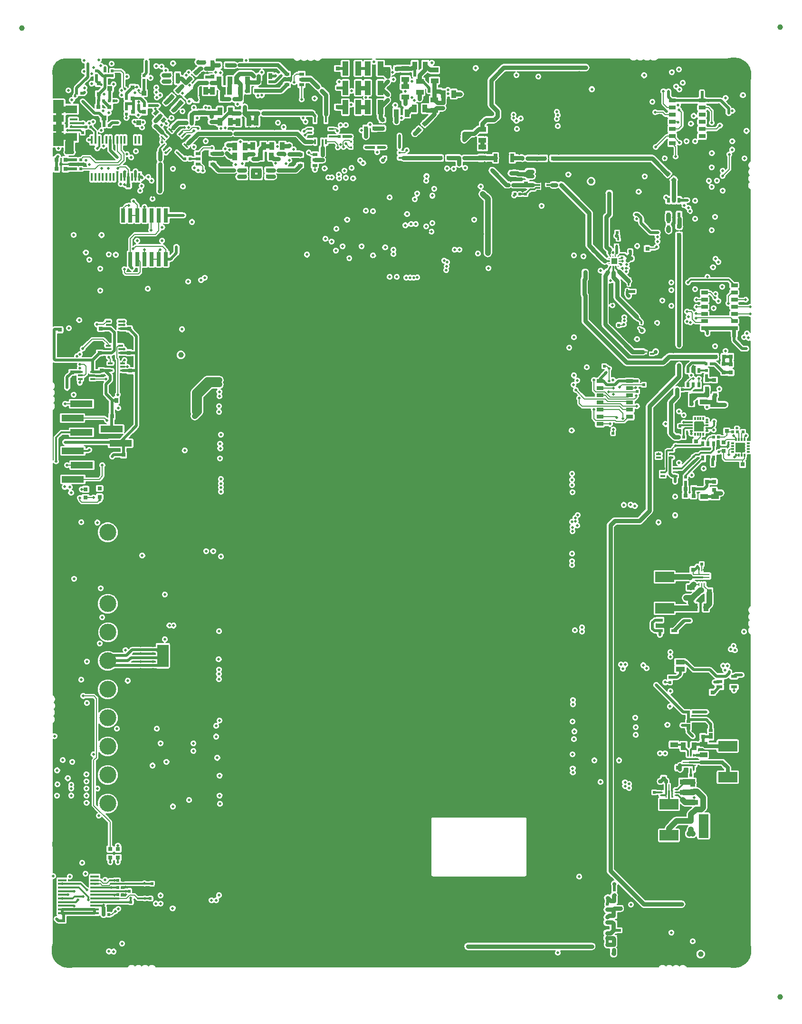
<source format=gbl>
G04 #@! TF.FileFunction,Copper,L6,Bot,Signal*
%FSLAX46Y46*%
G04 Gerber Fmt 4.6, Leading zero omitted, Abs format (unit mm)*
G04 Created by KiCad (PCBNEW 4.0.7) date Mon Jan 13 15:14:29 2020*
%MOMM*%
%LPD*%
G01*
G04 APERTURE LIST*
%ADD10C,0.150000*%
%ADD11C,0.500000*%
%ADD12R,0.900000X0.900000*%
%ADD13R,0.280000X0.200000*%
%ADD14R,0.200000X0.280000*%
%ADD15R,1.000000X1.000000*%
%ADD16C,3.000000*%
%ADD17R,4.000000X1.300000*%
%ADD18R,1.300000X4.000000*%
%ADD19R,1.750000X4.250000*%
%ADD20R,5.000000X2.000000*%
%ADD21C,1.000000*%
%ADD22R,0.495300X0.495300*%
%ADD23C,5.000000*%
%ADD24R,3.050000X2.150000*%
%ADD25R,1.650000X0.850000*%
%ADD26C,0.700000*%
%ADD27R,1.380000X0.450000*%
%ADD28R,2.100000X1.475000*%
%ADD29R,1.900000X2.375000*%
%ADD30R,1.900000X1.175000*%
%ADD31R,0.700000X0.800000*%
%ADD32R,1.399540X0.899160*%
%ADD33R,0.800000X0.700000*%
%ADD34R,0.899160X1.399540*%
%ADD35R,0.419100X1.470660*%
%ADD36R,0.900000X0.600000*%
%ADD37C,6.350000*%
%ADD38R,1.020000X2.540000*%
%ADD39R,1.905000X2.425700*%
%ADD40R,0.711200X1.498600*%
%ADD41R,0.914400X5.334000*%
%ADD42R,0.600000X0.900000*%
%ADD43R,0.797560X0.797560*%
%ADD44R,0.300000X0.500000*%
%ADD45R,0.600000X0.300000*%
%ADD46R,1.750000X1.750000*%
%ADD47R,0.500000X0.300000*%
%ADD48R,0.300000X0.600000*%
%ADD49R,0.250000X0.600000*%
%ADD50R,2.400000X0.250000*%
%ADD51R,0.600000X0.250000*%
%ADD52R,0.250000X2.400000*%
%ADD53R,1.100000X0.600000*%
%ADD54R,0.850000X0.350000*%
%ADD55R,2.000000X4.000000*%
%ADD56R,0.950000X0.300000*%
%ADD57R,0.300000X0.950000*%
%ADD58R,2.150000X2.150000*%
%ADD59R,1.100000X0.800000*%
%ADD60R,1.500000X0.800000*%
%ADD61R,2.100000X1.000000*%
%ADD62R,1.000000X2.100000*%
%ADD63R,0.800000X1.000000*%
%ADD64R,1.000000X0.800000*%
%ADD65R,0.800000X1.100000*%
%ADD66R,0.800000X1.500000*%
%ADD67R,3.400000X1.850000*%
%ADD68R,4.000000X1.200000*%
%ADD69R,0.670000X0.300000*%
%ADD70R,0.700000X1.600000*%
%ADD71R,1.180000X0.700000*%
%ADD72R,1.500000X0.450000*%
%ADD73R,0.800000X2.500000*%
%ADD74R,0.800000X0.800000*%
%ADD75R,1.000000X0.500000*%
%ADD76R,0.500000X1.000000*%
%ADD77R,0.700000X0.900000*%
%ADD78R,1.510000X0.920000*%
%ADD79R,0.250000X0.300000*%
%ADD80R,0.400000X0.400000*%
%ADD81R,0.700000X0.520000*%
%ADD82R,0.700000X1.050000*%
%ADD83R,0.400000X0.270000*%
%ADD84R,0.200000X0.300000*%
%ADD85R,0.300000X0.200000*%
%ADD86C,0.860000*%
%ADD87C,0.500000*%
%ADD88C,0.790000*%
%ADD89C,0.300000*%
%ADD90C,0.200000*%
%ADD91C,0.600000*%
%ADD92C,0.700000*%
%ADD93C,0.100000*%
%ADD94C,1.000000*%
G04 APERTURE END LIST*
D10*
D11*
X102832840Y-144345300D03*
X102806500Y-142303500D03*
X164703180Y-124768480D03*
D12*
X180307280Y-87032520D03*
D13*
X179412280Y-87432520D03*
X179412280Y-86632520D03*
X179412280Y-87032520D03*
D14*
X180982280Y-87927520D03*
X180532280Y-87927520D03*
X180082280Y-87927520D03*
X179632280Y-87927520D03*
X180982280Y-86137520D03*
X180532280Y-86137520D03*
X180082280Y-86137520D03*
D13*
X181202280Y-86632520D03*
X181202280Y-87432520D03*
X181202280Y-87032520D03*
D14*
X179632280Y-86137520D03*
D15*
X180307280Y-87032520D03*
D11*
X168579220Y-72320020D03*
X152669240Y-79964280D03*
X154493420Y-79956260D03*
X143700020Y-79925960D03*
X144018000Y-77828140D03*
X149511540Y-77807600D03*
X100980240Y-110987840D03*
X101193040Y-107574620D03*
X100339600Y-106553540D03*
X175045820Y-103064360D03*
X176442820Y-103064360D03*
X173648820Y-103064360D03*
X173664060Y-104151480D03*
X176458060Y-104151480D03*
X175061060Y-104151480D03*
X166437760Y-112792560D03*
X167834760Y-112792560D03*
X159595000Y-112777320D03*
X160992000Y-112777320D03*
X164040000Y-112838280D03*
X162643000Y-112838280D03*
X135355780Y-97397620D03*
X168040740Y-53767860D03*
X169529180Y-53772940D03*
X186283600Y-54871620D03*
X184767220Y-55100220D03*
X188569600Y-53708300D03*
X188191140Y-52405280D03*
X183791860Y-52417980D03*
X186230260Y-52425600D03*
X186778900Y-51407060D03*
X184340500Y-51399440D03*
X197555540Y-52873780D03*
X198612180Y-51288820D03*
X198940420Y-60568840D03*
X198950580Y-61986160D03*
X198963280Y-59184540D03*
X200759060Y-58940700D03*
X204111860Y-58737500D03*
X202511660Y-58752740D03*
X202429800Y-67146040D03*
X202420220Y-65351660D03*
X202481180Y-60672980D03*
X202490760Y-62467360D03*
X204185520Y-67162680D03*
X204139800Y-65257680D03*
X204090960Y-62452120D03*
X204081380Y-60657740D03*
X201681080Y-70614540D03*
X201673460Y-69860160D03*
X198099680Y-69608700D03*
X197622160Y-68973700D03*
X198582280Y-68981320D03*
X198793100Y-66194940D03*
X197596760Y-66644520D03*
X196054980Y-66301620D03*
X173059780Y-64522220D03*
X179364060Y-64677160D03*
X176824060Y-64644140D03*
X174060540Y-66003040D03*
X176016340Y-66015740D03*
X180512140Y-66061460D03*
X178556340Y-66048760D03*
X185376820Y-65011300D03*
X186273440Y-65984120D03*
X187220860Y-65664080D03*
X186392820Y-63131700D03*
X184678320Y-63131700D03*
X185887360Y-63929260D03*
X167454000Y-87344120D03*
X166552300Y-87344120D03*
X169386940Y-87374600D03*
X170288640Y-87374600D03*
X164588880Y-87328880D03*
X163687180Y-87328880D03*
X185516520Y-74104500D03*
X186888120Y-66888360D03*
X185648600Y-60706000D03*
X182605680Y-60739020D03*
X186608720Y-60700920D03*
X188383600Y-60996700D03*
X202605640Y-81274920D03*
X202605640Y-80383380D03*
X201683620Y-87454740D03*
X201683620Y-86563200D03*
X202521820Y-85938360D03*
X202521820Y-86829900D03*
X164939400Y-60849380D03*
X163969120Y-60826520D03*
X155567840Y-66227560D03*
X157246320Y-64556640D03*
X155578000Y-65130280D03*
X134157140Y-101446200D03*
X133715180Y-99769800D03*
X136097600Y-128104200D03*
X132683840Y-127890840D03*
X143664940Y-116974620D03*
X154030680Y-118704360D03*
X153984960Y-117744240D03*
X148498560Y-118902480D03*
X147172680Y-122285760D03*
X151592280Y-123977400D03*
X150693120Y-123931680D03*
X149824440Y-123916440D03*
X146913600Y-117355620D03*
X146019520Y-116964460D03*
X124084080Y-114863880D03*
X118517720Y-114777760D03*
X170635140Y-82256580D03*
X170658000Y-83353860D03*
X174640240Y-75773280D03*
X182834280Y-97139760D03*
X184487820Y-81221580D03*
X184225620Y-80313400D03*
X179847240Y-83134200D03*
X180025040Y-80086200D03*
X180045360Y-81854040D03*
X179847240Y-84038440D03*
X180049860Y-85461980D03*
X147088380Y-77807600D03*
X151640540Y-77563980D03*
X160667700Y-70096380D03*
X157185360Y-69461380D03*
X159570420Y-70490080D03*
X159486600Y-73418700D03*
X160726120Y-74472800D03*
X166542140Y-72365740D03*
X163997060Y-74534900D03*
X163029320Y-74504420D03*
X167655240Y-74736960D03*
X168538580Y-74755880D03*
X166709780Y-74717780D03*
X163830000Y-72527160D03*
X162603180Y-72542400D03*
X160942020Y-71856600D03*
X89030480Y-94125660D03*
X82506820Y-92791280D03*
X83797140Y-92847160D03*
X82402680Y-88468200D03*
X84048600Y-88445340D03*
X90799340Y-88644600D03*
X112396960Y-85609300D03*
X115749760Y-85731220D03*
X125792920Y-86625300D03*
X144569180Y-81785460D03*
X147091400Y-81810860D03*
X146296380Y-81805780D03*
X155097480Y-82224880D03*
X151089360Y-82209640D03*
X151122380Y-80032860D03*
X152933400Y-78143100D03*
X152948640Y-76895960D03*
X156034740Y-70899020D03*
X157520640Y-70901560D03*
X168125140Y-70238620D03*
X158404560Y-72321420D03*
X181744620Y-88308180D03*
X188655380Y-89038300D03*
X147731480Y-83499960D03*
X146425920Y-83515200D03*
X143301720Y-81884520D03*
X143271240Y-83484720D03*
X143215360Y-84282280D03*
X145130520Y-84322920D03*
X144332960Y-84201000D03*
X173811620Y-81174460D03*
X173796960Y-80208120D03*
X172958180Y-83658580D03*
X173453480Y-82561300D03*
X171589120Y-81133820D03*
X171078580Y-75403580D03*
X173471840Y-73319640D03*
X172678780Y-73308080D03*
X173356960Y-74420600D03*
X174076360Y-74259440D03*
X175861980Y-90873580D03*
X181523640Y-80601820D03*
X181820820Y-76741020D03*
X183661740Y-74519660D03*
X187161860Y-73422380D03*
X178308000Y-74302620D03*
X178341020Y-73207880D03*
X181635400Y-73700640D03*
X180848000Y-73604120D03*
X182308500Y-73289160D03*
X180586380Y-75117960D03*
X189684080Y-72777220D03*
X190857560Y-80178780D03*
X189785680Y-77110460D03*
X189778060Y-77826740D03*
X192102160Y-77102840D03*
X192635560Y-75548360D03*
X192086920Y-74512040D03*
X192092000Y-73551920D03*
X192092000Y-72820400D03*
X191475360Y-71358760D03*
X190723520Y-70672960D03*
X190200280Y-70134480D03*
X187802520Y-71147940D03*
X181823360Y-69880480D03*
X180533040Y-69824600D03*
X183080660Y-69893180D03*
X184668160Y-69880480D03*
X184685360Y-71608820D03*
X179903120Y-71782940D03*
X182311040Y-71600060D03*
X159562800Y-101114860D03*
X162134020Y-89849880D03*
X165232820Y-89849880D03*
X164013620Y-89849880D03*
X163099220Y-89849880D03*
X166742800Y-91121100D03*
X167022200Y-92106620D03*
X116631720Y-86619080D03*
X118724680Y-86644480D03*
X144307560Y-86614000D03*
X144297400Y-88803480D03*
X146357340Y-86652100D03*
X143283940Y-86616540D03*
X143283940Y-88788240D03*
X147124420Y-86766400D03*
X142516860Y-90182700D03*
X134680380Y-89665680D03*
X133227500Y-89647900D03*
X140479200Y-88789380D03*
X140400460Y-86625300D03*
X145669000Y-88788240D03*
X145975520Y-90613280D03*
X146638460Y-92866260D03*
X145876460Y-92632580D03*
X150227720Y-92667960D03*
X150232800Y-91154120D03*
X150418800Y-91948000D03*
X148642520Y-92010280D03*
X146448200Y-91999940D03*
X147744180Y-91142820D03*
X149582560Y-90630880D03*
X151632920Y-90840560D03*
X151675280Y-89686180D03*
X152104540Y-93557140D03*
X152104540Y-92619880D03*
X158418980Y-92985640D03*
X158418980Y-92149980D03*
X151050440Y-99320400D03*
X156618120Y-99411840D03*
X152427120Y-99411840D03*
X155221120Y-99411840D03*
X153824120Y-99411840D03*
X154189880Y-97501760D03*
X155586880Y-97501760D03*
X152792880Y-97501760D03*
X156983880Y-97501760D03*
X151416200Y-97410320D03*
X149409600Y-97146160D03*
X148012600Y-97146160D03*
X167868020Y-96599880D03*
X174772320Y-87157560D03*
X179928520Y-94269560D03*
X179808560Y-92035500D03*
X176051900Y-93958280D03*
X173421040Y-90408760D03*
X172867320Y-91864180D03*
X172872400Y-91125040D03*
X170721020Y-91097100D03*
X168906880Y-92137100D03*
X170288640Y-94311340D03*
X168713840Y-94321500D03*
X166826620Y-88289000D03*
X167728320Y-88289000D03*
X171602400Y-88529160D03*
X171602880Y-87679480D03*
X170757060Y-89691160D03*
X170734200Y-88593880D03*
X175013040Y-88131520D03*
X175688680Y-87659080D03*
X174103720Y-89655520D03*
X174109380Y-88849200D03*
X174109380Y-88079580D03*
X204309400Y-135936860D03*
X204195100Y-143518760D03*
X173990000Y-93987620D03*
X173545500Y-92308680D03*
X173984920Y-90942160D03*
X177485040Y-97825560D03*
X176669700Y-97734120D03*
X176780880Y-96627820D03*
X177370740Y-97071180D03*
X178668100Y-99762180D03*
X182561920Y-103602660D03*
X181388440Y-102459660D03*
X182422220Y-100232080D03*
X187624140Y-98540440D03*
X187710500Y-100163500D03*
X188706760Y-96870520D03*
X187721240Y-93510100D03*
X188534040Y-94609920D03*
X188046360Y-95166180D03*
X187715580Y-96871660D03*
X185945200Y-97176460D03*
X184988200Y-93781880D03*
X185801000Y-93786960D03*
X185795920Y-92989400D03*
X184983120Y-92984320D03*
X183878220Y-83850480D03*
X187073540Y-83431380D03*
X186720480Y-84068920D03*
X186720480Y-82798920D03*
X193525140Y-80083660D03*
X190880420Y-82599400D03*
X190882960Y-81781520D03*
X190926140Y-80940780D03*
X190855600Y-79197200D03*
X193537840Y-81650840D03*
X194056000Y-84551520D03*
X195193920Y-84582000D03*
X197568820Y-84543900D03*
X197599300Y-82417920D03*
X194304920Y-82478880D03*
X195143120Y-82468720D03*
X186888120Y-88900000D03*
X187413900Y-88346280D03*
X187020200Y-90520520D03*
X188663580Y-87035640D03*
X188650880Y-90022680D03*
X187695840Y-91130120D03*
X187619640Y-77795120D03*
X187756800Y-78994000D03*
X187779660Y-80147160D03*
X187975240Y-81046320D03*
X185384440Y-78287880D03*
X185333640Y-77525880D03*
X185775600Y-78973680D03*
X187589160Y-76801980D03*
X184480200Y-76708000D03*
X185328560Y-76520040D03*
X183885840Y-81739740D03*
X183885840Y-82829400D03*
X155048640Y-85327360D03*
X152740360Y-82179160D03*
X150911560Y-84226400D03*
X150916640Y-83439000D03*
X150286720Y-83825080D03*
X198506080Y-84559140D03*
X196123560Y-84566760D03*
X196128640Y-82440780D03*
X181531260Y-81714340D03*
X186470980Y-85909020D03*
X185559120Y-87257760D03*
X186552840Y-72374760D03*
X183608400Y-76686280D03*
X181592220Y-75057000D03*
X183677560Y-75255120D03*
X185402220Y-75232260D03*
X183354400Y-71629140D03*
X181119780Y-71597520D03*
X178958240Y-72445880D03*
X178216560Y-75148440D03*
X156514800Y-69748400D03*
X154752040Y-69748400D03*
X152948640Y-67543680D03*
X155486100Y-67541140D03*
X150022560Y-67528440D03*
X148830820Y-70004720D03*
X98570560Y-200397340D03*
X99027760Y-197184240D03*
X104761720Y-193043680D03*
X104350240Y-192469640D03*
X103207240Y-191669540D03*
X102498580Y-193864100D03*
X102529060Y-195273800D03*
X98741920Y-195395720D03*
X98736840Y-193968240D03*
X110296960Y-66349880D03*
X141466080Y-63369400D03*
X126027960Y-73163640D03*
X129336220Y-85009860D03*
X118863160Y-118580140D03*
X127687760Y-128260980D03*
X126628580Y-127140840D03*
X120240200Y-164682400D03*
X121162220Y-164667160D03*
X122427140Y-164697640D03*
X118842300Y-184060060D03*
X148165820Y-174261780D03*
X95460820Y-201828400D03*
X152662080Y-70898620D03*
X152691620Y-64899320D03*
X165807500Y-142378380D03*
X167560100Y-141850060D03*
X180501980Y-105804840D03*
X178325200Y-104849800D03*
X181223920Y-60746640D03*
X177154840Y-55742840D03*
X178871880Y-56098440D03*
X180873400Y-55953660D03*
X195051100Y-56747280D03*
X197787260Y-64907160D03*
X197339640Y-142007460D03*
X199562140Y-146762340D03*
X199572880Y-145379440D03*
X188554100Y-155772760D03*
X197416160Y-165279980D03*
X187601600Y-164728800D03*
X189211960Y-164906600D03*
X196042020Y-162521540D03*
X194957440Y-162465660D03*
X81203800Y-195709540D03*
X88817120Y-97483540D03*
X89222020Y-101709760D03*
X142377160Y-158043880D03*
X150870920Y-158165800D03*
X196046780Y-102490140D03*
X198107400Y-109671840D03*
X195900140Y-113933960D03*
X194068800Y-113639320D03*
X204274420Y-118686580D03*
X198848980Y-121856500D03*
X200578720Y-119989600D03*
X190260660Y-133183500D03*
X189833940Y-190696720D03*
X191266500Y-190704340D03*
X191180140Y-185202700D03*
X189747580Y-185195080D03*
X187431100Y-183102120D03*
X105759100Y-174879360D03*
X109520840Y-174478040D03*
X109930620Y-167788460D03*
X100229180Y-60323940D03*
X202198660Y-143541620D03*
X200054900Y-143546700D03*
X199978700Y-135830180D03*
X202127540Y-135835260D03*
X201873540Y-124557660D03*
X204307440Y-124587000D03*
X202173840Y-132062220D03*
X204299820Y-132074920D03*
X199717660Y-109489240D03*
X200487380Y-108846340D03*
X203250900Y-108775220D03*
X203329540Y-79667100D03*
X201853800Y-79710280D03*
X199649080Y-87276940D03*
X203420980Y-87332820D03*
X203420980Y-86441280D03*
X203502260Y-80812640D03*
X199552560Y-80756760D03*
X199623680Y-85912960D03*
X168434340Y-134649780D03*
X118256740Y-101354760D03*
X116374600Y-98517580D03*
X117898600Y-98144200D03*
X122259780Y-98184840D03*
X111231680Y-101010720D03*
X109136180Y-99867720D03*
X107878880Y-99974400D03*
X105120440Y-96964500D03*
X103583740Y-93063060D03*
X106692700Y-95379540D03*
X105577640Y-95387160D03*
X105930700Y-92496640D03*
X105325600Y-91875480D03*
X110974560Y-92114240D03*
X107045760Y-92489020D03*
X109648680Y-91189680D03*
X108104360Y-91176980D03*
X112127720Y-92571440D03*
X159451040Y-207070960D03*
X159456900Y-205614500D03*
X93973160Y-206666060D03*
X96525860Y-203681560D03*
X93042740Y-164353240D03*
X93207840Y-154208480D03*
X93268800Y-152120600D03*
X93959120Y-129880900D03*
X92587520Y-129893600D03*
X102816100Y-121173780D03*
X104040380Y-115862640D03*
X104055620Y-114760280D03*
X104320120Y-110342640D03*
X104312720Y-111259620D03*
X101480060Y-113678240D03*
X100385880Y-112191800D03*
X133344340Y-97168840D03*
X92498620Y-109563440D03*
X83667040Y-108697300D03*
X90837460Y-110206060D03*
X92305580Y-114971100D03*
X123729260Y-57268320D03*
X122332260Y-57268320D03*
X106446260Y-132316360D03*
X103901180Y-134206120D03*
X103931660Y-137711320D03*
X106171940Y-137825620D03*
X106159240Y-134316660D03*
X106159240Y-135859660D03*
X102107440Y-135951500D03*
X170082800Y-182403080D03*
X177116740Y-181907180D03*
X176138840Y-181907180D03*
X146988980Y-93709540D03*
X101422180Y-149473640D03*
X102270540Y-148757360D03*
X100995460Y-148467800D03*
X105956080Y-151078920D03*
X110543200Y-149646240D03*
X108294020Y-146038800D03*
X131408330Y-133978710D03*
X131598080Y-140287200D03*
X132004080Y-146290060D03*
X132633720Y-144917160D03*
X148383780Y-77830460D03*
X141193520Y-77264260D03*
X127981220Y-81243380D03*
X131312920Y-80342740D03*
X130107200Y-80565200D03*
X138478260Y-79347060D03*
X138001520Y-81238300D03*
X136614680Y-81248460D03*
X135644400Y-80522020D03*
X151074120Y-73835260D03*
X123167140Y-85473540D03*
X122224800Y-84579460D03*
X124233940Y-84267040D03*
X121048780Y-84198460D03*
X119755920Y-84201000D03*
X163034980Y-70035420D03*
X161940240Y-70050660D03*
X182986680Y-94289880D03*
X174395820Y-99106860D03*
X185617540Y-110234600D03*
X186806260Y-109068740D03*
X194386200Y-126293880D03*
X194424300Y-130672840D03*
X192979040Y-130596640D03*
X198162600Y-131329300D03*
X196280460Y-131359780D03*
X142021560Y-147756880D03*
X127243840Y-191287400D03*
X125227080Y-191312800D03*
X127657860Y-194226180D03*
X126265360Y-194267960D03*
X123136660Y-140340080D03*
X124058680Y-140675360D03*
X121909840Y-140995400D03*
X117561360Y-141876780D03*
X117703600Y-140660120D03*
X117708680Y-139466320D03*
X142563260Y-139009580D03*
X137962640Y-137104120D03*
X143108000Y-134085900D03*
X136019540Y-135841740D03*
X148630640Y-124637800D03*
X93253040Y-176007620D03*
X82912700Y-184707120D03*
X91317520Y-170960320D03*
X83433360Y-162827240D03*
X83314540Y-156270960D03*
X83248500Y-149702520D03*
X85089440Y-162908520D03*
X85409480Y-171033980D03*
X91699080Y-208483200D03*
X91348560Y-206395320D03*
X88590120Y-203934060D03*
X83515200Y-204505560D03*
X87325200Y-204779880D03*
X114764820Y-211406740D03*
X112036860Y-211376260D03*
X112029240Y-205633320D03*
X114757200Y-205663800D03*
X107092260Y-208446600D03*
X108336860Y-208472000D03*
X93188080Y-184305140D03*
X98905060Y-184497980D03*
X98392540Y-185303360D03*
X97325740Y-185288120D03*
X105363840Y-182042200D03*
X111073620Y-186782580D03*
X111157440Y-189558800D03*
X104638620Y-188820020D03*
X103407900Y-188822200D03*
X116278980Y-181674540D03*
X117675980Y-181674540D03*
X117675980Y-178339520D03*
X113740090Y-171937230D03*
X114629090Y-171937230D03*
X116833810Y-174886170D03*
X115944810Y-174886170D03*
X129386490Y-172470630D03*
X128497490Y-172470630D03*
X124550330Y-172485870D03*
X125439330Y-172485870D03*
X131914620Y-160855720D03*
X131190720Y-159766060D03*
X128924120Y-162094520D03*
X157260980Y-152398600D03*
X164504100Y-152320440D03*
X161109920Y-139864280D03*
X159712920Y-139864280D03*
X161008320Y-137547800D03*
X162405320Y-137547800D03*
X168366440Y-132212080D03*
X171218180Y-131970080D03*
X152656800Y-144499780D03*
X153909020Y-142023280D03*
X158420060Y-139854120D03*
X155778460Y-139843960D03*
X153647400Y-140837100D03*
X155044400Y-140837100D03*
X156441400Y-140837100D03*
X160378400Y-140824400D03*
X158981400Y-140824400D03*
X157584400Y-140824400D03*
X155449840Y-133993020D03*
X157118620Y-132933840D03*
X157151640Y-137688720D03*
X155940060Y-137355980D03*
X139753200Y-125837080D03*
X147381420Y-125898560D03*
X146901360Y-123498260D03*
X154142440Y-124907040D03*
X155519120Y-124942600D03*
X156667200Y-124932440D03*
X157744160Y-124932440D03*
X147619720Y-117980460D03*
X144865540Y-116948000D03*
X121784800Y-103633140D03*
X110175040Y-112128300D03*
X114175540Y-111922560D03*
X116945860Y-112294720D03*
X121069100Y-107189320D03*
X122422100Y-107189320D03*
X123819100Y-107189320D03*
X128283600Y-113140920D03*
X127064400Y-113140920D03*
X130179500Y-102787320D03*
X129389560Y-103666160D03*
X171526680Y-83369100D03*
X171503820Y-82271820D03*
X169857900Y-88631980D03*
X169880760Y-89729260D03*
X169088280Y-82393740D03*
X169065420Y-81296460D03*
X160841320Y-99693240D03*
X164330380Y-99110800D03*
X158008320Y-101099620D03*
X171139540Y-97077400D03*
X167009500Y-96589720D03*
X160943980Y-88799540D03*
X162117460Y-88791920D03*
X162470520Y-87351740D03*
X161297040Y-87359360D03*
X156681860Y-88014680D03*
X154789560Y-86295100D03*
X153616080Y-86302720D03*
X154324740Y-86980900D03*
X155498220Y-86973280D03*
X152156160Y-88620600D03*
X152140920Y-90297000D03*
X155337960Y-92589400D03*
X136038000Y-142392860D03*
X150292060Y-147753520D03*
X143141700Y-144010380D03*
X155394080Y-178060220D03*
X155363600Y-177171220D03*
X115438700Y-183788280D03*
X116570180Y-183790460D03*
X113278340Y-183805700D03*
X143821840Y-186904500D03*
X145052560Y-186902320D03*
X146184040Y-186904500D03*
X124520380Y-96287460D03*
X126778440Y-98027360D03*
X126847020Y-97112960D03*
X152739780Y-107720000D03*
X153997080Y-107709840D03*
X142650680Y-152193360D03*
X138386020Y-153163640D03*
X139783020Y-153163640D03*
X150971940Y-151418160D03*
X151947880Y-151404320D03*
X150190200Y-151632920D03*
X156529460Y-151662000D03*
X155132460Y-151662000D03*
X155798520Y-152445720D03*
X139696660Y-161177340D03*
X141093660Y-161177340D03*
X153644020Y-162091240D03*
X140805900Y-166147500D03*
X126537440Y-166385300D03*
X125501120Y-166400540D03*
X134416520Y-165780780D03*
X135813520Y-165780780D03*
X132806160Y-167050780D03*
X139156160Y-168465560D03*
X138023320Y-168523980D03*
X136626320Y-168523980D03*
X135229320Y-168523980D03*
X138302720Y-160502660D03*
X135935440Y-159918460D03*
X134538440Y-159918460D03*
X133141440Y-159918460D03*
X166029360Y-168165620D03*
X167080920Y-170817380D03*
X166557680Y-177571240D03*
X167845460Y-175673860D03*
X135334520Y-178190120D03*
X134103800Y-178192300D03*
X129508410Y-175000470D03*
X132216050Y-175229070D03*
X133105050Y-175229070D03*
X122482770Y-176204430D03*
X122482770Y-177220430D03*
X119208710Y-173285970D03*
X120097710Y-173285970D03*
X127374810Y-172485870D03*
X126485810Y-172485870D03*
X130282460Y-60791300D03*
X137463040Y-56727300D03*
X139891280Y-60344260D03*
X144346440Y-62294980D03*
X130274840Y-70694760D03*
X135075440Y-71952060D03*
X90947240Y-73271380D03*
X89758520Y-73240900D03*
X86939120Y-67495420D03*
X88397080Y-63334900D03*
X94249240Y-61419740D03*
X85618320Y-60012580D03*
X89273380Y-59593480D03*
X95788480Y-53766720D03*
X107017240Y-81611340D03*
X105620240Y-81611340D03*
X140324700Y-118468540D03*
X141109560Y-118476160D03*
X123212280Y-97239960D03*
X125251900Y-192987800D03*
X126394900Y-192987800D03*
X127625620Y-192985620D03*
X156883880Y-206790520D03*
X149641560Y-208815940D03*
X145755360Y-208495900D03*
X141080000Y-211862900D03*
X142324600Y-211888300D03*
X143658100Y-211926400D03*
X122131600Y-211583500D03*
X120798100Y-211545400D03*
X119553500Y-211520000D03*
X96868760Y-208647260D03*
X98000240Y-208649440D03*
X99704580Y-211471380D03*
X95201740Y-208643220D03*
X97342380Y-211471380D03*
X107731560Y-207507840D03*
X88315800Y-208940400D03*
X92866900Y-211463760D03*
X89961720Y-211470240D03*
X95229100Y-211463760D03*
X146015220Y-201895940D03*
X144681720Y-201857840D03*
X143437120Y-201832440D03*
X202244380Y-180615460D03*
X203676940Y-180623080D03*
X203689640Y-181984520D03*
X202257080Y-181976900D03*
X199318300Y-181049800D03*
X200750860Y-181057420D03*
X199297980Y-194245100D03*
X197865420Y-194237480D03*
X200639100Y-194214620D03*
X202071660Y-194222240D03*
X201848140Y-203833600D03*
X200415580Y-203825980D03*
X197641900Y-203848840D03*
X199074460Y-203856460D03*
X204195100Y-196165340D03*
X202762540Y-196157720D03*
X199988860Y-196180580D03*
X201421420Y-196188200D03*
X201147100Y-201865100D03*
X199714540Y-201857480D03*
X202488220Y-201834620D03*
X203920780Y-201842240D03*
X86674960Y-76542900D03*
X85697060Y-76545440D03*
X85699600Y-74462640D03*
X86644480Y-74452480D03*
X85567520Y-73347580D03*
X82225660Y-72757240D03*
X83240880Y-72748140D03*
X148518880Y-83499960D03*
X145608040Y-83738720D03*
X146004280Y-84373720D03*
X144703800Y-83378040D03*
X151571960Y-83825080D03*
X148569680Y-84297520D03*
X181144600Y-175883440D03*
X158174760Y-174103660D03*
X149218380Y-176933360D03*
X149218380Y-175933360D03*
X149218380Y-177933360D03*
X138611340Y-174815000D03*
X138611340Y-173815000D03*
X138611340Y-176765720D03*
X138611340Y-175765720D03*
X140673560Y-107238720D03*
X139495000Y-106598640D03*
X138456140Y-105534380D03*
X142630580Y-105731180D03*
X143925980Y-105731180D03*
X82389980Y-94142560D03*
X83929220Y-94073980D03*
X86017100Y-88549480D03*
X84155280Y-86205060D03*
X81236820Y-85511640D03*
X82448400Y-86365080D03*
X83339940Y-86822280D03*
X83423760Y-80063340D03*
X82408540Y-80072440D03*
X81213960Y-80063340D03*
X85013800Y-80055720D03*
X156870400Y-82232500D03*
X109283500Y-63334900D03*
X157178200Y-67680440D03*
X103922340Y-52221340D03*
X111008940Y-53504040D03*
X118895640Y-57644240D03*
X120292640Y-57644240D03*
X116560600Y-63347600D03*
X115189000Y-63347600D03*
X122491500Y-63385700D03*
X119773700Y-63449200D03*
X111633000Y-63360300D03*
X109296200Y-65405000D03*
X111607600Y-65405000D03*
X120078500Y-65366900D03*
X121450100Y-65379600D03*
X114437940Y-65365840D03*
X115836700Y-65366900D03*
X117231940Y-65365840D03*
X97153240Y-72858840D03*
X100594940Y-72147640D03*
X183920820Y-63838960D03*
X185902600Y-69913500D03*
X187017660Y-70195440D03*
X187791780Y-72063480D03*
X187634880Y-75067160D03*
X187817180Y-73396980D03*
X175831500Y-60744100D03*
X177571400Y-60744100D03*
X174091600Y-60756800D03*
X179692300Y-60769500D03*
X113768520Y-142466800D03*
X114171890Y-138365290D03*
X118921690Y-137958890D03*
X117118290Y-137984290D03*
X115683190Y-137971590D03*
X121702990Y-137908090D03*
X88478920Y-186723220D03*
X87513720Y-186088220D03*
X131076700Y-131000500D03*
X129413000Y-130987800D03*
X118952700Y-135814940D03*
X135227740Y-140277040D03*
X133259240Y-138219640D03*
X134503840Y-139426140D03*
X139814300Y-141147800D03*
X137744200Y-141160500D03*
X139227560Y-137109200D03*
X136601200Y-138569700D03*
X135763000Y-137718800D03*
X134937500Y-136893300D03*
X132751990Y-135901490D03*
X133780690Y-135926890D03*
X130402490Y-136003090D03*
X129373790Y-135977690D03*
X166808840Y-191933700D03*
X166808840Y-190536700D03*
X166796140Y-187704600D03*
X166796140Y-189101600D03*
X173532800Y-182524400D03*
X174530340Y-183556240D03*
X174510700Y-182524400D03*
X173532800Y-183565800D03*
X172130040Y-183581640D03*
X182955980Y-180800580D03*
X182950940Y-180098580D03*
X182227040Y-179781080D03*
X182232080Y-180483080D03*
X194751380Y-73689080D03*
X194754500Y-75349100D03*
X203136500Y-70180200D03*
X203146080Y-71974580D03*
X203149200Y-73634600D03*
X203136500Y-76911200D03*
X203133380Y-75251180D03*
X198624880Y-80026380D03*
X198483220Y-82410300D03*
X198640700Y-78409800D03*
X198637580Y-76749780D03*
X99326140Y-142900940D03*
X99326140Y-145694940D03*
X99326140Y-144297940D03*
X99326140Y-141503940D03*
X168653920Y-61851140D03*
X90210060Y-91679900D03*
X90210060Y-89686000D03*
X157599640Y-144497240D03*
X158996640Y-144497240D03*
X160393640Y-144497240D03*
X156456640Y-144509940D03*
X155059640Y-144509940D03*
X153662640Y-144509940D03*
X170218100Y-200494900D03*
X174129700Y-199707500D03*
X170243500Y-202222100D03*
X173570900Y-204012800D03*
X151822840Y-204087600D03*
X151822840Y-205484600D03*
X152927740Y-204074900D03*
X152927740Y-202677900D03*
X154908940Y-198398000D03*
X154908940Y-199795000D03*
X179628800Y-62979300D03*
X180849960Y-64075180D03*
X153248360Y-82722720D03*
X153395680Y-79969360D03*
X170989680Y-80153380D03*
X169568340Y-80107740D03*
X168351200Y-80098900D03*
X168770300Y-77660500D03*
X169987440Y-77669340D03*
X171408780Y-77714980D03*
X169826360Y-63554480D03*
X173826860Y-62957580D03*
X177344760Y-62932180D03*
X175604860Y-62932180D03*
X193865500Y-51282600D03*
X191312800Y-51308000D03*
X181624660Y-51359940D03*
X189141100Y-51308000D03*
X179364060Y-51413280D03*
X177027260Y-51372640D03*
X155609980Y-51370100D03*
X157972180Y-51306600D03*
X155818260Y-55761760D03*
X156953640Y-53148100D03*
X155805560Y-54428260D03*
X122457900Y-133782940D03*
X112128300Y-135585200D03*
X113868200Y-135585200D03*
X115049300Y-135813800D03*
X119663900Y-133782940D03*
X116865400Y-133184900D03*
X118135400Y-133184900D03*
X121060900Y-133782940D03*
X116484400Y-135813800D03*
X118907840Y-151083040D03*
X120304840Y-151083040D03*
X121701840Y-151083040D03*
X123098840Y-151083040D03*
X124495840Y-151083040D03*
X130083840Y-151083040D03*
X128686840Y-151083040D03*
X127289840Y-151083040D03*
X125892840Y-151083040D03*
X159194500Y-163461700D03*
X162746200Y-167425600D03*
X161515480Y-167427780D03*
X160372480Y-167427780D03*
X150964900Y-174193200D03*
X152244480Y-174209580D03*
X153387480Y-174209580D03*
X154618200Y-174207400D03*
X155749680Y-174209580D03*
X155419480Y-183886980D03*
X154288000Y-183884800D03*
X153057280Y-183886980D03*
X149552080Y-183886980D03*
X150782800Y-183884800D03*
X151914280Y-183886980D03*
X146046880Y-183886980D03*
X144915400Y-183884800D03*
X143684680Y-183886980D03*
X147189880Y-183886980D03*
X148420600Y-183884800D03*
X156902840Y-176782600D03*
X158274440Y-179398800D03*
X161099500Y-176885600D03*
X159442840Y-176884200D03*
X162313040Y-179348000D03*
X163969700Y-179349400D03*
X151257000Y-181597300D03*
X149600340Y-181595900D03*
X152457840Y-182624600D03*
X154114500Y-182626000D03*
X156166240Y-182650000D03*
X157525140Y-181608600D03*
X159181800Y-181610000D03*
X162890200Y-181635400D03*
X161233540Y-181634000D03*
X165056240Y-181659400D03*
X154622500Y-185127900D03*
X136966380Y-182020080D03*
X138197100Y-182017900D03*
X135834900Y-182017900D03*
X131927600Y-182041800D03*
X130721100Y-181533800D03*
X133359580Y-182032780D03*
X134590300Y-182030600D03*
X123922300Y-183580000D03*
X122691580Y-183582180D03*
X120417100Y-183580000D03*
X121548580Y-183582180D03*
X125166900Y-183567300D03*
X127635000Y-182118000D03*
X127529100Y-183567300D03*
X126298380Y-183569480D03*
X130526300Y-186780400D03*
X129295580Y-186782580D03*
X125790380Y-186782580D03*
X127021100Y-186780400D03*
X128152580Y-186782580D03*
X124658900Y-186780400D03*
X117546900Y-186793100D03*
X116316180Y-186795280D03*
X112810980Y-186795280D03*
X114041700Y-186793100D03*
X115173180Y-186795280D03*
X121040580Y-186795280D03*
X119909100Y-186793100D03*
X118678380Y-186795280D03*
X122183580Y-186795280D03*
X123414300Y-186793100D03*
X129286000Y-181546500D03*
X123338100Y-189510900D03*
X122107380Y-189513080D03*
X118602180Y-189513080D03*
X119832900Y-189510900D03*
X120964380Y-189513080D03*
X115096980Y-189513080D03*
X113965500Y-189510900D03*
X112734780Y-189513080D03*
X116239980Y-189513080D03*
X117470700Y-189510900D03*
X166166800Y-185597800D03*
X166166800Y-184150000D03*
X164510140Y-184148600D03*
X164510140Y-185545600D03*
X160687440Y-185520200D03*
X160687440Y-184123200D03*
X162344100Y-184124600D03*
X162344100Y-185572400D03*
X158635700Y-185547000D03*
X158635700Y-184099200D03*
X156979040Y-184097800D03*
X156979040Y-185494800D03*
X165564240Y-190511300D03*
X165564240Y-189114300D03*
X122221040Y-117005340D03*
X126348540Y-117183140D03*
X127745540Y-117132340D03*
X124993400Y-117030500D03*
X123541840Y-117030740D03*
X120963740Y-117005340D03*
X155274220Y-62941580D03*
X158159660Y-62992380D03*
X170443580Y-67869940D03*
X168589380Y-67880100D03*
X166846940Y-67869940D03*
X163362060Y-67869940D03*
X171459580Y-53468140D03*
X174035140Y-53422420D03*
X160054980Y-51370100D03*
X157164460Y-54301260D03*
X158312540Y-53021100D03*
X162000620Y-51314220D03*
X169127860Y-51441220D03*
X165424540Y-51349780D03*
X172734660Y-51385340D03*
X175071460Y-51425980D03*
X175462620Y-58319540D03*
X173059780Y-58334780D03*
X170895700Y-58289060D03*
X175442300Y-55540780D03*
X173125820Y-55510300D03*
X175442300Y-56318020D03*
X173141060Y-56302780D03*
X170773780Y-56373900D03*
X164855580Y-58192540D03*
X166389740Y-58156980D03*
X168599540Y-58146820D03*
X160324220Y-54473980D03*
X164449180Y-53955820D03*
X164408540Y-56511060D03*
X168050900Y-56226580D03*
X166451740Y-60652260D03*
X164648340Y-60068060D03*
X163342780Y-60037580D03*
X159425060Y-56475500D03*
X161604380Y-56475500D03*
X161568820Y-58629420D03*
X159425060Y-58629420D03*
X166765660Y-65858260D03*
X170413100Y-65822700D03*
X168716380Y-65837940D03*
X167930020Y-63629140D03*
X164495940Y-63613900D03*
X193659180Y-56074180D03*
X197392980Y-56653300D03*
X196367400Y-51282600D03*
X195650540Y-54895620D03*
X193836980Y-54118380D03*
X86013980Y-91634180D03*
X87238260Y-91629100D03*
X87238260Y-89647900D03*
X86013980Y-89652980D03*
D16*
X90053780Y-148013980D03*
X90053780Y-158173980D03*
X90053780Y-168333980D03*
X90053780Y-178493980D03*
X90053780Y-183573980D03*
X90053780Y-173413980D03*
X90053780Y-163253980D03*
X90103780Y-153093980D03*
D11*
X185648020Y-96521140D03*
X192386640Y-109271940D03*
X188591880Y-112347880D03*
X186064580Y-111705260D03*
X187182180Y-110600360D03*
X188515680Y-106002960D03*
X188502980Y-109160180D03*
X171561180Y-72685780D03*
X167370180Y-69815580D03*
X168817980Y-69828280D03*
X179282780Y-69840980D03*
X177326980Y-69828280D03*
X175345780Y-69815580D03*
X173288380Y-69777480D03*
X170862680Y-69790180D03*
X172221580Y-67567680D03*
X173923380Y-67567680D03*
X175980780Y-67605780D03*
X177961980Y-67618480D03*
X179917780Y-67631180D03*
X188655380Y-68596380D03*
X189290380Y-69371080D03*
X189798380Y-75009880D03*
X189783720Y-73510140D03*
X192668580Y-77791180D03*
X193443280Y-78642080D03*
X193527680Y-80848200D03*
X193540380Y-82481420D03*
X186333820Y-104153840D03*
X185000320Y-104128440D03*
X183717620Y-101537640D03*
X174698080Y-83493480D03*
X174736180Y-82198080D03*
X176831680Y-82185380D03*
X176793580Y-83480780D03*
X177847680Y-84826980D03*
X178419180Y-85385780D03*
X178444580Y-87989280D03*
X177631780Y-87278080D03*
X175688680Y-86871680D03*
X175726780Y-85576280D03*
X174711360Y-80215740D03*
X177822280Y-83226780D03*
X177860380Y-81766280D03*
X180035200Y-80982820D03*
X180959760Y-80078580D03*
X180705180Y-77791180D03*
X180692480Y-76800580D03*
X178152480Y-77778480D03*
X178165180Y-76762480D03*
X173364580Y-77867380D03*
X172704180Y-77156180D03*
X170443580Y-74781280D03*
X169376780Y-74793980D03*
X169554580Y-72304780D03*
X170595980Y-72292080D03*
X174025560Y-75158600D03*
X176731140Y-77732840D03*
X175841080Y-76800580D03*
X179333580Y-103572180D03*
X177644480Y-101883080D03*
X175879180Y-100117780D03*
X178495380Y-102772080D03*
X180565480Y-104804080D03*
X187083120Y-106084240D03*
X185292420Y-106071540D03*
X183133420Y-104014140D03*
X182028520Y-103112440D03*
X180733120Y-101766240D03*
X179232560Y-100284280D03*
X177485040Y-98541840D03*
X176183980Y-97145980D03*
X183374720Y-100254940D03*
X184108780Y-85817580D03*
X184515180Y-82210780D03*
X184540580Y-83442680D03*
X187924440Y-87828120D03*
X188655380Y-88230580D03*
X188655960Y-90822780D03*
X188617860Y-91676220D03*
X187634880Y-94518480D03*
X188553780Y-92878780D03*
X187918780Y-92002480D03*
X186410020Y-89879040D03*
X193288340Y-94997140D03*
X188681360Y-98516440D03*
X185762320Y-94806640D03*
X184990740Y-94800420D03*
X184957720Y-92024200D03*
X185811160Y-92034360D03*
X185025720Y-91263340D03*
X165247040Y-177495040D03*
D17*
X199238580Y-182769680D03*
D18*
X202488580Y-187569680D03*
D19*
X196238580Y-187569680D03*
D11*
X125721800Y-99876480D03*
X127118800Y-99876480D03*
X124324800Y-99876480D03*
X124299400Y-101654480D03*
X127093400Y-101654480D03*
X125696400Y-101654480D03*
D20*
X82753780Y-87873980D03*
X82753780Y-93373980D03*
X82743780Y-72753980D03*
X82743780Y-78253980D03*
X202153780Y-201693980D03*
X202153780Y-196193980D03*
X202153780Y-142503980D03*
X202153780Y-137003980D03*
X202173260Y-131051620D03*
X202173260Y-125551620D03*
X202158700Y-115266640D03*
X202158700Y-109766640D03*
X202142780Y-86281580D03*
X202142780Y-80781580D03*
D21*
X176196680Y-72825480D03*
X195703880Y-210391880D03*
X74751680Y-45517380D03*
X209879680Y-45326880D03*
X103082780Y-103737280D03*
X209866980Y-217983380D03*
D11*
X187893380Y-136604880D03*
X185708980Y-138801980D03*
X185480380Y-136261980D03*
X185480380Y-135207880D03*
X186928180Y-139817980D03*
X188490280Y-137938380D03*
X189176080Y-138634340D03*
X189163380Y-140806040D03*
X190712780Y-138647040D03*
X190700080Y-140818740D03*
X192097080Y-140818740D03*
X192109780Y-138647040D03*
X193506780Y-138647040D03*
X194903780Y-138647040D03*
X193494080Y-140818740D03*
X194421180Y-140833980D03*
X199082080Y-140818740D03*
X199094780Y-138647040D03*
X197697780Y-138647040D03*
X197685080Y-140818740D03*
X196300780Y-138647040D03*
X202307880Y-110110140D03*
X203951580Y-99925780D03*
X203443580Y-100535380D03*
X204205580Y-100687780D03*
X177593680Y-94694880D03*
X177619080Y-91494480D03*
X179796440Y-92806520D03*
X179821840Y-91196160D03*
X147824880Y-100613080D03*
X148663080Y-101578280D03*
X149577480Y-102594280D03*
X150339480Y-103191180D03*
X145830980Y-103203880D03*
X147862980Y-105159680D03*
X146783480Y-105159680D03*
X145488080Y-105159680D03*
X134738800Y-95012380D03*
X107553180Y-61547880D03*
X106460980Y-59655580D03*
X108797780Y-59617480D03*
X111007580Y-59617480D03*
X113636480Y-59579380D03*
X103717780Y-63236980D03*
X100252040Y-63173820D03*
X98537540Y-63961220D03*
X110297740Y-69950540D03*
X111694740Y-69950540D03*
X111504240Y-71931740D03*
X110107240Y-71931740D03*
X108710240Y-71931740D03*
X121511840Y-71982540D03*
X122908840Y-71982540D03*
X124305840Y-71982540D03*
X120570680Y-73028680D03*
X112163280Y-72990580D03*
X116495340Y-69747340D03*
X115098340Y-69747340D03*
X117892340Y-69747340D03*
X119098840Y-73011240D03*
X117701840Y-73011240D03*
X114907840Y-73011240D03*
X113510840Y-73011240D03*
X116304840Y-73011240D03*
X122208980Y-61789180D03*
X119872180Y-61789180D03*
X120964380Y-61789180D03*
X121575340Y-59676240D03*
X122972340Y-59676240D03*
X124369340Y-59676240D03*
X125766340Y-59676240D03*
X120178340Y-59676240D03*
X118781340Y-59676240D03*
X127835080Y-60823980D03*
X126768280Y-53686580D03*
X127733480Y-54664480D03*
X125891980Y-55655080D03*
X128812980Y-55655080D03*
X127847780Y-59401580D03*
X130044880Y-59363480D03*
X126869880Y-57090180D03*
X127847780Y-58042680D03*
X130032180Y-57052080D03*
X130032180Y-58029980D03*
X117268680Y-59693680D03*
X142338480Y-81664680D03*
X150931300Y-89449780D03*
X147718200Y-90414980D03*
X127644340Y-107158840D03*
X126247340Y-107158840D03*
X129041340Y-107158840D03*
X130438340Y-107158840D03*
X131835340Y-107158840D03*
X124894340Y-107158840D03*
X164227240Y-149272440D03*
X163598280Y-146764880D03*
X164563480Y-145799680D03*
X98078980Y-94047180D03*
X99031480Y-93005780D03*
X100136380Y-91913580D03*
X102866880Y-92319980D03*
X101901680Y-93297880D03*
D22*
X89414200Y-62856480D03*
X90313360Y-62856480D03*
X90303200Y-58474980D03*
X91202360Y-58474980D03*
X89297360Y-58474980D03*
X88398200Y-58474980D03*
X88045980Y-54034560D03*
X88045980Y-53135400D03*
X90816280Y-53135900D03*
X90816280Y-54035060D03*
X89519180Y-53160800D03*
X89519180Y-54059960D03*
D11*
X185529840Y-112854340D03*
X187695260Y-129624960D03*
X185523560Y-129612260D03*
X187690180Y-124501780D03*
X187695260Y-128227960D03*
X185523560Y-128215260D03*
X185523560Y-126818260D03*
X185523560Y-125421260D03*
X187695260Y-126830960D03*
X187695260Y-125433960D03*
X187695260Y-131021960D03*
X185523560Y-131009260D03*
X185531180Y-122330080D03*
X185531180Y-124501780D03*
X185523560Y-121230260D03*
X185523560Y-119833260D03*
X187677480Y-120717180D03*
X187695260Y-119845960D03*
X187695260Y-114257960D03*
X187695260Y-115654960D03*
X185523560Y-114245260D03*
X185523560Y-115642260D03*
X185523560Y-117039260D03*
X187695260Y-117051960D03*
X187918780Y-113008280D03*
X185523560Y-118436260D03*
X187695260Y-118448960D03*
X168690980Y-115078380D03*
X157426080Y-117008780D03*
X158492880Y-118088280D03*
X156333640Y-115896440D03*
X158124580Y-114151280D03*
X166265280Y-122609480D03*
X163445880Y-110061880D03*
X160766180Y-109464980D03*
X158289680Y-108106080D03*
X147353760Y-108259800D03*
X151698380Y-108487080D03*
X148318960Y-108259800D03*
X145524960Y-108221700D03*
X146439360Y-108221700D03*
X144559760Y-108221700D03*
X155523380Y-104016860D03*
X152790580Y-106556680D03*
X151063380Y-106569380D03*
X156689480Y-106467780D03*
X154797180Y-106493180D03*
X157144040Y-121591640D03*
X155622680Y-122342780D03*
X158541040Y-121591640D03*
X159938040Y-121591640D03*
X161335040Y-121591640D03*
X170621380Y-123866780D03*
X170888080Y-122914280D03*
X166760580Y-121593480D03*
X168320040Y-121591640D03*
X163687180Y-121593480D03*
X169717040Y-121591640D03*
X159991480Y-116018180D03*
X171114040Y-121591640D03*
X157316620Y-119371160D03*
X158713620Y-119371160D03*
X160110620Y-119371160D03*
X161507620Y-119371160D03*
X155919620Y-119371160D03*
X154522620Y-119371160D03*
X176052480Y-94736920D03*
X175859440Y-92019120D03*
X173979840Y-91681300D03*
X171091860Y-94302580D03*
X170713400Y-92141040D03*
X169778680Y-92146120D03*
X169524100Y-94288480D03*
X167713080Y-89119580D03*
X166811380Y-89119580D03*
X168139800Y-92116780D03*
X173995080Y-94721680D03*
X145792880Y-91761180D03*
X156968640Y-96414640D03*
X158365640Y-96414640D03*
X151393340Y-94242940D03*
X152790340Y-94242940D03*
X151380640Y-96414640D03*
X152777640Y-96414640D03*
X155584340Y-94242940D03*
X155571640Y-96414640D03*
X154187340Y-94242940D03*
X154174640Y-96414640D03*
X144230540Y-114994740D03*
X142833540Y-114994740D03*
X140052240Y-112823040D03*
X138655240Y-112823040D03*
X141449240Y-112823040D03*
X142846240Y-112823040D03*
X144243240Y-112823040D03*
X137302240Y-112823040D03*
D23*
X82653540Y-53387200D03*
X82653540Y-190787200D03*
X152053540Y-53387200D03*
D11*
X129595300Y-95088580D03*
X128198300Y-95088580D03*
X126801300Y-95088580D03*
X125404300Y-95088580D03*
X116214580Y-94986980D03*
X122737300Y-94986980D03*
X118546300Y-94986980D03*
X119943300Y-94986980D03*
X121340300Y-94986980D03*
X117073100Y-92599380D03*
X122661100Y-92599380D03*
X121264100Y-92599380D03*
X119867100Y-92599380D03*
X124058100Y-92599380D03*
X118470100Y-92599380D03*
X136737780Y-92650180D03*
X125480500Y-92446980D03*
X126877500Y-92446980D03*
X128274500Y-92446980D03*
X133862500Y-92446980D03*
X132465500Y-92446980D03*
X131068500Y-92446980D03*
X135259500Y-92446980D03*
X129671500Y-92446980D03*
X114299420Y-92446980D03*
X115696420Y-92446980D03*
X195106980Y-141392780D03*
X194624380Y-142002380D03*
X197882880Y-143832680D03*
X197527280Y-144594680D03*
X195749280Y-147845880D03*
X112683980Y-167275380D03*
X92313180Y-59813060D03*
X124804240Y-160463840D03*
X136091340Y-141127940D03*
X131849540Y-141254940D03*
X87487180Y-102708580D03*
X81213380Y-67631180D03*
X93241640Y-198403440D03*
X93190840Y-199825840D03*
X158357640Y-172229140D03*
X177641940Y-90539440D03*
D24*
X195010780Y-162296580D03*
X195010780Y-154496580D03*
D25*
X192060780Y-159646580D03*
X192060780Y-158396580D03*
X192060780Y-157146580D03*
D11*
X188401380Y-176089180D03*
X93316540Y-173729240D03*
X113507840Y-177013640D03*
X85074180Y-67072380D03*
X113940360Y-117833540D03*
X147812760Y-84322920D03*
X138160180Y-84395180D03*
X116151080Y-59668280D03*
X114172420Y-61519940D03*
X120794480Y-102806180D03*
X107781780Y-53534180D03*
X99272780Y-51481860D03*
X105870520Y-62571840D03*
X103325440Y-61179920D03*
X167649580Y-72375900D03*
X142450340Y-72946040D03*
X98612380Y-83399500D03*
X97195060Y-83379180D03*
X140964340Y-85771860D03*
X140974500Y-84999700D03*
X151845700Y-84999700D03*
X152714380Y-84964140D03*
X145554220Y-79951360D03*
X145618200Y-77820520D03*
X186069660Y-159523300D03*
X185470540Y-158950300D03*
X193999540Y-120508900D03*
X191342700Y-117206900D03*
X94169940Y-109741240D03*
X88891820Y-104204040D03*
X94088660Y-104295480D03*
X93860060Y-101018880D03*
X92945660Y-100226400D03*
X97878900Y-184510680D03*
X93127120Y-185669120D03*
X149722840Y-91643200D03*
X151894000Y-91745400D03*
X147949920Y-91836240D03*
X152752480Y-93094680D03*
X174558380Y-152934540D03*
X174548220Y-152228420D03*
X204301780Y-142505300D03*
X200009180Y-142510380D03*
X171129820Y-119395060D03*
X162828420Y-119383860D03*
X164225420Y-119383860D03*
X169813420Y-119383860D03*
X168416420Y-119383860D03*
X167019420Y-119383860D03*
X165622420Y-119383860D03*
X149178700Y-81138900D03*
X134781980Y-198390380D03*
X129412420Y-198491980D03*
X124174940Y-198471660D03*
X151759340Y-165212900D03*
X149157420Y-167534340D03*
X145911300Y-167534340D03*
X181868820Y-159610700D03*
X182275220Y-158848700D03*
X181513220Y-158848700D03*
X176770720Y-175883440D03*
X109346420Y-171649260D03*
X109361660Y-169759500D03*
X91102800Y-209917900D03*
X90261020Y-209912740D03*
X144789580Y-75987780D03*
X145201060Y-74981940D03*
X129915340Y-83536660D03*
X128828220Y-83048980D03*
X172937860Y-165157020D03*
X172953100Y-165893620D03*
X184159580Y-171374940D03*
X184139260Y-169988100D03*
X203268680Y-110037600D03*
X98622700Y-201368180D03*
X99464480Y-201373340D03*
X107583660Y-138649580D03*
X172912860Y-177347760D03*
X172917900Y-178049760D03*
X172851500Y-134402700D03*
X172861660Y-135108820D03*
X193034340Y-107869860D03*
X190799140Y-106846240D03*
X188502980Y-107463460D03*
X192970840Y-90094940D03*
X190799140Y-90082240D03*
X192970840Y-84506940D03*
X190799140Y-84494240D03*
X192970840Y-88697940D03*
X190799140Y-88685240D03*
X190799140Y-87288240D03*
X190799140Y-85891240D03*
X192970840Y-87300940D03*
X192970840Y-85903940D03*
X192970840Y-91491940D03*
X192970840Y-92888940D03*
X190799140Y-91479240D03*
X190799140Y-92876240D03*
X190799140Y-94273240D03*
X192970840Y-94285940D03*
X192960680Y-105083480D03*
X190827080Y-105121580D03*
X188569020Y-100178740D03*
X190814380Y-103165780D03*
X194659940Y-102642540D03*
X192973380Y-103127680D03*
X192892680Y-97221040D03*
X192970840Y-98476940D03*
X190799140Y-97067240D03*
X190799140Y-98464240D03*
X190799140Y-99861240D03*
X192970840Y-99873940D03*
X190799140Y-101258240D03*
X192970840Y-101270940D03*
X180677240Y-181849900D03*
X178505540Y-181837200D03*
X180677240Y-180452900D03*
X178505540Y-180440200D03*
X178505540Y-179043200D03*
X180677240Y-179055900D03*
X180677240Y-183246900D03*
X180677240Y-184643900D03*
X178505540Y-183234200D03*
X178505540Y-184631200D03*
X178505540Y-186028200D03*
X180677240Y-186040900D03*
X180677240Y-174864900D03*
X178505540Y-174852200D03*
X180677240Y-193025900D03*
X178505540Y-193013200D03*
X180677240Y-191628900D03*
X178505540Y-191616200D03*
X178505540Y-190219200D03*
X178505540Y-188822200D03*
X180677240Y-190231900D03*
X180677240Y-188834900D03*
X184535500Y-193406900D03*
X183519500Y-197648700D03*
X182676220Y-193386580D03*
X178505540Y-195807200D03*
X178505540Y-197204200D03*
X182102180Y-196109460D03*
X195132380Y-202733780D03*
X186008700Y-202774420D03*
X189016060Y-202469620D03*
X191190300Y-200356340D03*
X184174820Y-202007340D03*
X186049340Y-200234420D03*
X188955100Y-200336020D03*
X184814900Y-198959340D03*
X191230940Y-202510260D03*
D26*
X192348540Y-201479020D03*
X191855780Y-105578780D03*
X191861900Y-101962820D03*
D11*
X102854180Y-89703780D03*
X140102100Y-191301600D03*
X135366180Y-191303780D03*
X137728380Y-191303780D03*
X142464300Y-191301600D03*
X144738780Y-191303780D03*
X147100980Y-191303780D03*
X146827240Y-72730360D03*
X146837400Y-71907400D03*
D27*
X83943780Y-63753980D03*
X83943780Y-63103980D03*
X83943780Y-62453980D03*
X83943780Y-61803980D03*
X83943780Y-61153980D03*
D28*
X83583780Y-64916480D03*
X83583780Y-59991480D03*
D29*
X81283780Y-65363980D03*
X81283780Y-59543980D03*
D30*
X81283780Y-63293980D03*
X81283780Y-61613980D03*
D11*
X108722860Y-141520900D03*
X109422860Y-140760900D03*
X110042860Y-141400900D03*
X108027140Y-142140580D03*
X106833340Y-143964300D03*
X107539460Y-143283580D03*
X109342860Y-142160900D03*
X108641820Y-142841620D03*
X108999770Y-184287310D03*
X108110770Y-184287310D03*
X108110770Y-185303310D03*
X108110770Y-186303310D03*
X108545110Y-188398810D03*
X108545110Y-187398810D03*
X108999770Y-186303310D03*
X108999770Y-185303310D03*
D26*
X180183780Y-210293980D03*
D11*
X194283780Y-208103980D03*
X170253780Y-210133980D03*
D26*
X176303780Y-209013980D03*
X154217280Y-209002520D03*
D11*
X166829640Y-202720340D03*
X164657940Y-202707640D03*
X167123780Y-200493980D03*
X164353780Y-200863980D03*
X166829640Y-204117340D03*
X166829640Y-205514340D03*
X164657940Y-204104640D03*
X164657940Y-205501640D03*
X164657940Y-206898640D03*
X166829640Y-206911340D03*
X167093780Y-210023980D03*
X164413780Y-209973980D03*
X164657940Y-207835640D03*
X166829640Y-207848340D03*
D26*
X180313780Y-197903980D03*
D11*
X156963780Y-202543980D03*
X157013780Y-197473980D03*
X158383780Y-210373980D03*
X157833780Y-212003980D03*
X108849920Y-95690740D03*
X112249920Y-99920740D03*
X111079920Y-97110740D03*
X144313780Y-141173980D03*
X141783780Y-141203980D03*
X141236700Y-138920220D03*
X109833780Y-157903980D03*
X109853780Y-159733980D03*
X109843780Y-160503980D03*
X105563740Y-114593780D03*
X105556120Y-113831780D03*
X156863780Y-60723980D03*
X146211980Y-64710180D03*
X144103780Y-67422900D03*
X148393940Y-67002440D03*
X150375140Y-65021240D03*
X148825740Y-63471840D03*
X147835140Y-64462440D03*
X153663780Y-62953980D03*
X151813780Y-60693980D03*
X155263780Y-60713980D03*
X153643780Y-60693980D03*
X152356340Y-63040040D03*
X150806940Y-61490640D03*
X149816340Y-62481240D03*
X151365740Y-64030640D03*
X143440940Y-71955440D03*
X141891540Y-70406040D03*
X144431540Y-70964840D03*
X144863340Y-67434240D03*
X145422140Y-69974240D03*
X141459740Y-73936640D03*
X139910340Y-72387240D03*
X140900940Y-71396640D03*
X140469140Y-74927240D03*
X138919740Y-73377840D03*
X137929140Y-74368440D03*
X138487940Y-76908440D03*
X158313780Y-60773980D03*
X136764540Y-77519740D03*
X136777240Y-75348040D03*
X135367540Y-77519740D03*
X133970540Y-77519740D03*
X135380240Y-75348040D03*
X133983240Y-75348040D03*
X132586240Y-75348040D03*
X132573540Y-77519740D03*
X114412540Y-77519740D03*
X114425240Y-75348040D03*
X120000540Y-77519740D03*
X120013240Y-75348040D03*
X115809540Y-77519740D03*
X115822240Y-75348040D03*
X117219240Y-75348040D03*
X118616240Y-75348040D03*
X117206540Y-77519740D03*
X118603540Y-77519740D03*
X113015540Y-77519740D03*
X111618540Y-77519740D03*
X113028240Y-75348040D03*
X111631240Y-75348040D03*
X110234240Y-75348040D03*
X110221540Y-77519740D03*
X121397540Y-77519740D03*
X121410240Y-75348040D03*
X122807240Y-75348040D03*
X124204240Y-75348040D03*
X122794540Y-77519740D03*
X124191540Y-77519740D03*
X129779540Y-77519740D03*
X128382540Y-77519740D03*
X129792240Y-75348040D03*
X128395240Y-75348040D03*
X126998240Y-75348040D03*
X126985540Y-77519740D03*
X131189240Y-75348040D03*
X131176540Y-77519740D03*
X125601240Y-75348040D03*
X125588540Y-77519740D03*
X103236540Y-77519740D03*
X103249240Y-75348040D03*
X108824540Y-77519740D03*
X108837240Y-75348040D03*
X104633540Y-77519740D03*
X104646240Y-75348040D03*
X106043240Y-75348040D03*
X107440240Y-75348040D03*
X106030540Y-77519740D03*
X107427540Y-77519740D03*
X101839540Y-77519740D03*
X101852240Y-75348040D03*
X182742260Y-200727180D03*
X178553780Y-205703980D03*
X97992620Y-75322300D03*
X98002780Y-74545060D03*
X91069260Y-77691900D03*
X89672260Y-77691900D03*
X89682260Y-75721900D03*
X91079260Y-75721900D03*
X166892540Y-136959740D03*
X165495540Y-136959740D03*
X168289540Y-136959740D03*
X169686540Y-136959740D03*
X171274740Y-134033260D03*
X92698240Y-91539940D03*
X91148840Y-93089340D03*
X92139440Y-94079940D03*
X93688840Y-92530540D03*
X94679440Y-93521140D03*
X93130040Y-95070540D03*
X95111240Y-97051740D03*
X96660640Y-95502340D03*
X95670040Y-94511740D03*
X94120640Y-96061140D03*
X109333780Y-137513980D03*
X110814640Y-135862340D03*
X109693780Y-134423980D03*
X107454640Y-134442340D03*
X108033780Y-136303980D03*
X109673780Y-132543980D03*
X107454640Y-132899340D03*
X107454640Y-131502340D03*
X106451520Y-130854560D03*
X107463780Y-129833980D03*
X104091520Y-130074560D03*
X105061520Y-129094560D03*
X107493780Y-124363980D03*
X112135240Y-114838040D03*
X113665240Y-114848040D03*
X122223240Y-114848040D03*
X115062240Y-114848040D03*
X116459240Y-114848040D03*
X120826240Y-114848040D03*
X118106240Y-117018040D03*
X116709240Y-117018040D03*
X119503240Y-117018040D03*
X112289360Y-117020740D03*
X109694640Y-115485340D03*
X107773780Y-117423980D03*
X146313780Y-121553980D03*
X143203780Y-123763980D03*
X143773780Y-120023980D03*
X141763780Y-124253980D03*
X144673780Y-122273980D03*
X140314540Y-124259740D03*
X140327240Y-122088040D03*
X142863780Y-120963980D03*
X141724240Y-122088040D03*
X138917540Y-124259740D03*
X137520540Y-124259740D03*
X138930240Y-122088040D03*
X137533240Y-122088040D03*
X136136240Y-122088040D03*
X136123540Y-124259740D03*
X117962540Y-124259740D03*
X117975240Y-122088040D03*
X123550540Y-124259740D03*
X123563240Y-122088040D03*
X119359540Y-124259740D03*
X119372240Y-122088040D03*
X120769240Y-122088040D03*
X122166240Y-122088040D03*
X120756540Y-124259740D03*
X122153540Y-124259740D03*
X116565540Y-124259740D03*
X115168540Y-124259740D03*
X116578240Y-122088040D03*
X115181240Y-122088040D03*
X113784240Y-122088040D03*
X113771540Y-124259740D03*
X124947540Y-124259740D03*
X124960240Y-122088040D03*
X126357240Y-122088040D03*
X127754240Y-122088040D03*
X126344540Y-124259740D03*
X127741540Y-124259740D03*
X133329540Y-124259740D03*
X131932540Y-124259740D03*
X133342240Y-122088040D03*
X131945240Y-122088040D03*
X130548240Y-122088040D03*
X130535540Y-124259740D03*
X134739240Y-122088040D03*
X134726540Y-124259740D03*
X129151240Y-122088040D03*
X129138540Y-124259740D03*
X112374540Y-124259740D03*
X112387240Y-122088040D03*
X110990240Y-122088040D03*
X105190980Y-121225180D03*
X109933780Y-111083980D03*
X109923780Y-110293980D03*
X107494640Y-118605340D03*
X107494640Y-120002340D03*
X107494640Y-121399340D03*
X107494640Y-122796340D03*
X109699360Y-122821740D03*
X109699360Y-121424740D03*
X109699360Y-118630740D03*
X110083780Y-119563980D03*
X110093780Y-120353980D03*
X101184120Y-108783080D03*
X101134120Y-109683080D03*
X182645740Y-67006340D03*
X181944700Y-67687060D03*
X183748100Y-66564380D03*
X184454220Y-65883660D03*
X183260420Y-67707380D03*
X126419770Y-177403310D03*
X126419770Y-178403310D03*
X125965110Y-179498810D03*
X125965110Y-180498810D03*
X125530770Y-178403310D03*
X125530770Y-177403310D03*
X125530770Y-176387310D03*
X126419770Y-176387310D03*
X121233090Y-159252470D03*
X120344090Y-159252470D03*
X120344090Y-160268470D03*
X120344090Y-161268470D03*
X120778430Y-163363970D03*
X120778430Y-162363970D03*
X121233090Y-161268470D03*
X121233090Y-160268470D03*
X135159910Y-153075190D03*
X135159910Y-154075190D03*
X134705250Y-155170690D03*
X134705250Y-156170690D03*
X134270910Y-154075190D03*
X134270910Y-153075190D03*
X134270910Y-152059190D03*
X135159910Y-152059190D03*
X145411350Y-152320810D03*
X144522350Y-152320810D03*
X144522350Y-153336810D03*
X144522350Y-154336810D03*
X144956690Y-156432310D03*
X144956690Y-155432310D03*
X145411350Y-154336810D03*
X145411350Y-153336810D03*
X145408810Y-146130830D03*
X145408810Y-147130830D03*
X144954150Y-148226330D03*
X144954150Y-149226330D03*
X144519810Y-147130830D03*
X144519810Y-146130830D03*
X144519810Y-145114830D03*
X145408810Y-145114830D03*
X126399450Y-133098090D03*
X125510450Y-133098090D03*
X125510450Y-134114090D03*
X125510450Y-135114090D03*
X125944790Y-137209590D03*
X125944790Y-136209590D03*
X126399450Y-135114090D03*
X126399450Y-134114090D03*
X151278750Y-136908090D03*
X151278750Y-137908090D03*
X150824090Y-139003590D03*
X150824090Y-140003590D03*
X150389750Y-137908090D03*
X150389750Y-136908090D03*
X150389750Y-135892090D03*
X151278750Y-135892090D03*
X130727610Y-125414590D03*
X129838610Y-125414590D03*
X129838610Y-126430590D03*
X129838610Y-127430590D03*
X130272950Y-129526090D03*
X130272950Y-128526090D03*
X130727610Y-127430590D03*
X130727610Y-126430590D03*
X151225410Y-117604090D03*
X151225410Y-118604090D03*
X150770750Y-119699590D03*
X150770750Y-120699590D03*
X150336410Y-118604090D03*
X150336410Y-117604090D03*
X150336410Y-116588090D03*
X151225410Y-116588090D03*
X114108390Y-90027310D03*
X113219390Y-90027310D03*
X113219390Y-91043310D03*
X113219390Y-92043310D03*
X113653730Y-94138810D03*
X113653730Y-93138810D03*
X114108390Y-92043310D03*
X114108390Y-91043310D03*
X114509710Y-84378350D03*
X114509710Y-85378350D03*
X114055050Y-86473850D03*
X114055050Y-87473850D03*
X113620710Y-85378350D03*
X113620710Y-84378350D03*
X113620710Y-83362350D03*
X114509710Y-83362350D03*
X140750980Y-96594800D03*
X141370740Y-95964880D03*
X141993040Y-95337500D03*
X139503840Y-97849560D03*
X140123600Y-97219640D03*
X138881540Y-98476940D03*
X137639480Y-99734240D03*
X138261780Y-99106860D03*
X140613820Y-95832800D03*
X141233580Y-95202880D03*
X141855880Y-94575500D03*
X139366680Y-97087560D03*
X139986440Y-96457640D03*
X138744380Y-97714940D03*
X137502320Y-98972240D03*
X138124620Y-98344860D03*
X139851820Y-95710880D03*
X140471580Y-95080960D03*
X141093880Y-94453580D03*
X138604680Y-96965640D03*
X139224440Y-96335720D03*
X137982380Y-97593020D03*
X136740320Y-98850320D03*
X137362620Y-98222940D03*
X145880820Y-164669220D03*
X145880820Y-163669220D03*
X145880820Y-162669220D03*
X145885900Y-159666440D03*
X145885900Y-158666440D03*
X145885900Y-161666440D03*
X145885900Y-160666440D03*
X146711400Y-161174440D03*
X146711400Y-162174440D03*
X146711400Y-159174440D03*
X146711400Y-160174440D03*
X146706320Y-163177220D03*
X146706320Y-164177220D03*
X147404820Y-164669220D03*
X147404820Y-163669220D03*
X147404820Y-162669220D03*
X147409900Y-159666440D03*
X147409900Y-158666440D03*
X147409900Y-161666440D03*
X147409900Y-160666440D03*
X146697700Y-158186120D03*
X144269460Y-175757840D03*
X144981660Y-178238160D03*
X144981660Y-179238160D03*
X144981660Y-176238160D03*
X144981660Y-177238160D03*
X144976580Y-180240940D03*
X144976580Y-181240940D03*
X144976580Y-182240940D03*
X144278080Y-181748940D03*
X144278080Y-180748940D03*
X144283160Y-177746160D03*
X144283160Y-176746160D03*
X144283160Y-179746160D03*
X144283160Y-178746160D03*
X143457660Y-178238160D03*
X143457660Y-179238160D03*
X143457660Y-176238160D03*
X143457660Y-177238160D03*
X143452580Y-180240940D03*
X143452580Y-181240940D03*
X143452580Y-182240940D03*
X133598340Y-114913280D03*
X130538960Y-111879300D03*
X130528960Y-112879300D03*
X130528960Y-113889300D03*
X132683940Y-114913280D03*
X131769540Y-114913280D03*
X131748160Y-113889300D03*
X131748160Y-112879300D03*
X131758160Y-111879300D03*
X134856960Y-111879300D03*
X134846960Y-112879300D03*
X134846960Y-113889300D03*
X133627760Y-113889300D03*
X133627760Y-112879300D03*
X133637760Y-111879300D03*
X132723360Y-111879300D03*
X132713360Y-112879300D03*
X132713360Y-113889300D03*
X132713360Y-117902500D03*
X132713360Y-116892500D03*
X132723360Y-115892500D03*
X133637760Y-115892500D03*
X133627760Y-116892500D03*
X133627760Y-117902500D03*
X134846960Y-117902500D03*
X134846960Y-116892500D03*
X134856960Y-115892500D03*
X131758160Y-115892500D03*
X131748160Y-116892500D03*
X131748160Y-117902500D03*
X130528960Y-117902500D03*
X130528960Y-116892500D03*
X130538960Y-115892500D03*
X160343320Y-95199120D03*
X160333320Y-96199120D03*
X160333320Y-97209120D03*
X161552520Y-97209120D03*
X161552520Y-96199120D03*
X161562520Y-95199120D03*
X164661320Y-95199120D03*
X164651320Y-96199120D03*
X164651320Y-97209120D03*
X163432120Y-97209120D03*
X163432120Y-96199120D03*
X163442120Y-95199120D03*
X162527720Y-95199120D03*
X162517720Y-96199120D03*
X162517720Y-97209120D03*
X162517720Y-93195920D03*
X162517720Y-92185920D03*
X162527720Y-91185920D03*
X163442120Y-91185920D03*
X163432120Y-92185920D03*
X163432120Y-93195920D03*
X164651320Y-93195920D03*
X164651320Y-92185920D03*
X164661320Y-91185920D03*
X161562520Y-91185920D03*
X161552520Y-92185920D03*
X161552520Y-93195920D03*
X161573900Y-94219900D03*
X162488300Y-94219900D03*
X160333320Y-93195920D03*
X160333320Y-92185920D03*
X160343320Y-91185920D03*
X163402700Y-94219900D03*
D31*
X201677260Y-123201300D03*
X203177260Y-123201300D03*
D11*
X191490380Y-169675380D03*
X192049180Y-177485880D03*
X192044140Y-176783880D03*
X188477580Y-179645180D03*
X190507440Y-179752380D03*
X203336580Y-101692580D03*
X199926040Y-107865900D03*
X202798780Y-115262380D03*
X201833580Y-115236980D03*
X199750780Y-115236980D03*
X200715980Y-115262380D03*
X201338280Y-115935480D03*
X200373080Y-115910080D03*
X204317020Y-125593980D03*
X200019340Y-125548260D03*
X202173260Y-131049900D03*
X202178340Y-125553340D03*
X204301780Y-131070220D03*
X200014260Y-131100700D03*
X190763580Y-151578180D03*
X163478900Y-80092420D03*
X160419520Y-77058440D03*
X160409520Y-78058440D03*
X160409520Y-79068440D03*
X162564500Y-80092420D03*
X161650100Y-80092420D03*
X161628720Y-79068440D03*
X161628720Y-78058440D03*
X161638720Y-77058440D03*
X164737520Y-77058440D03*
X164727520Y-78058440D03*
X164727520Y-79068440D03*
X163508320Y-79068440D03*
X163508320Y-78058440D03*
X163518320Y-77058440D03*
X162603920Y-77058440D03*
X162593920Y-78058440D03*
X162593920Y-79068440D03*
X162593920Y-83081640D03*
X162593920Y-82071640D03*
X162603920Y-81071640D03*
X163518320Y-81071640D03*
X163508320Y-82071640D03*
X163508320Y-83081640D03*
X164727520Y-83081640D03*
X164727520Y-82071640D03*
X164737520Y-81071640D03*
X161638720Y-81071640D03*
X161628720Y-82071640D03*
X161628720Y-83081640D03*
X160409520Y-83081640D03*
X160409520Y-82071640D03*
X160419520Y-81071640D03*
X197037380Y-123069220D03*
X193054980Y-162866980D03*
X82819780Y-61165580D03*
X190311780Y-157456780D03*
X190311780Y-156643980D03*
X192394580Y-153748380D03*
X192394580Y-152732380D03*
X193867780Y-157761580D03*
X199709780Y-159031580D03*
X200471780Y-159031580D03*
X200065380Y-159793580D03*
X193662080Y-188992080D03*
X188480480Y-174615680D03*
X189369480Y-174615680D03*
X192404780Y-168684780D03*
X195122580Y-169446780D03*
X201792580Y-156288380D03*
X201030580Y-156135980D03*
X201538580Y-155526380D03*
X189943480Y-151919580D03*
X196560180Y-151767180D03*
X194934580Y-160911180D03*
X194934580Y-158980780D03*
X194705980Y-156491580D03*
X197626980Y-157101180D03*
X192394580Y-154561180D03*
X192419980Y-155577180D03*
X196712580Y-150243180D03*
X199531980Y-153291180D03*
X195493380Y-157863180D03*
X197576180Y-161520780D03*
X194322480Y-188992080D03*
X200009180Y-136998580D03*
X202152940Y-142505300D03*
X204301780Y-137013820D03*
X202152940Y-137008740D03*
X202071980Y-164390980D03*
X201106780Y-164365580D03*
X199023980Y-164365580D03*
X199989180Y-164390980D03*
X198582380Y-107350280D03*
X194390240Y-105767280D03*
X203377900Y-106872760D03*
X203377900Y-105364000D03*
X203362660Y-104099080D03*
X195406700Y-116460140D03*
X202777780Y-120158380D03*
X187055180Y-179162580D03*
D32*
X198266740Y-128903600D03*
X198266740Y-130808600D03*
X198125180Y-112564900D03*
X198125180Y-114469900D03*
X196300780Y-128949320D03*
X196300780Y-130854320D03*
X196229660Y-112048160D03*
X196229660Y-113953160D03*
D31*
X196842500Y-126300100D03*
X195342500Y-126300100D03*
X201053100Y-104043200D03*
X202553100Y-104043200D03*
X194063740Y-111009300D03*
X192563740Y-111009300D03*
X190437200Y-114719100D03*
X188937200Y-114719100D03*
D33*
X196046780Y-104017380D03*
X196046780Y-102517380D03*
D31*
X198345460Y-104038120D03*
X199845460Y-104038120D03*
X200347700Y-117288180D03*
X198847700Y-117288180D03*
D33*
X199780580Y-120811860D03*
X199780580Y-119311860D03*
D32*
X190969680Y-174996680D03*
X190969680Y-173091680D03*
X196214780Y-174933180D03*
X196214780Y-173028180D03*
D34*
X196176680Y-179911580D03*
X194271680Y-179911580D03*
D32*
X194551080Y-183353280D03*
X194551080Y-181448280D03*
D35*
X91768900Y-72008980D03*
X91118660Y-72008980D03*
X90468420Y-72008980D03*
X89818180Y-72008980D03*
X93709460Y-65458980D03*
X93719620Y-72008980D03*
X93069380Y-72008980D03*
X92419140Y-72008980D03*
X89167940Y-65458980D03*
X89818180Y-65458980D03*
X90468420Y-65458980D03*
X91118660Y-65458980D03*
X91768900Y-65458980D03*
X92419140Y-65458980D03*
X89167940Y-72008980D03*
X93069380Y-65458980D03*
X94369860Y-72008980D03*
X88517700Y-72008980D03*
X88517700Y-65458980D03*
X94369860Y-65458980D03*
X95017560Y-72008980D03*
X87870000Y-72008980D03*
X87870000Y-65458980D03*
X95017560Y-65458980D03*
X95667800Y-72008980D03*
X87219760Y-72008980D03*
X87219760Y-65458980D03*
X95667800Y-65458980D03*
D22*
X192993700Y-126389000D03*
X192993700Y-125489840D03*
X197603800Y-105314620D03*
X196704640Y-105314620D03*
X196768820Y-107390920D03*
X196768820Y-106491760D03*
X192391720Y-109901860D03*
X191492560Y-109901860D03*
X197984800Y-118354980D03*
X198883960Y-118354980D03*
X191787200Y-118360060D03*
X192686360Y-118360060D03*
X191977700Y-117270400D03*
X191977700Y-116371240D03*
X201383320Y-117430420D03*
X202282480Y-117430420D03*
X204177320Y-117410100D03*
X203278160Y-117410100D03*
X198782360Y-123231780D03*
X197883200Y-123231780D03*
D33*
X193992280Y-188179980D03*
X193992280Y-186679980D03*
D11*
X137737320Y-155362200D03*
X140527240Y-155348040D03*
X140514540Y-157519740D03*
X139130240Y-155348040D03*
X139117540Y-157519740D03*
X104637320Y-176112200D03*
X115298540Y-181369740D03*
X115311240Y-179198040D03*
X113914240Y-179198040D03*
X113901540Y-181369740D03*
X102362320Y-173537200D03*
X105737320Y-177212200D03*
X112504540Y-181369740D03*
X112517240Y-179198040D03*
X108562320Y-181387200D03*
X108662320Y-179187200D03*
X111120240Y-179198040D03*
X111107540Y-181369740D03*
X104537320Y-179187200D03*
X105737320Y-180437200D03*
X106966240Y-155148040D03*
X108791240Y-154248040D03*
X103539300Y-161668840D03*
X101989900Y-160119440D03*
X100999300Y-161110040D03*
X108762320Y-156437200D03*
X105520500Y-159687640D03*
X103971100Y-158138240D03*
X102980500Y-159128840D03*
X104529900Y-160678240D03*
X98987320Y-173437200D03*
X99022940Y-175597640D03*
X96897940Y-174897640D03*
X172054240Y-179273040D03*
X172079240Y-181448040D03*
X173476240Y-181448040D03*
X170682240Y-181448040D03*
X174439300Y-180918840D03*
X175429900Y-179928240D03*
X173800460Y-178383660D03*
X173800460Y-175589660D03*
X173800460Y-174192660D03*
X175950460Y-174142660D03*
X175950460Y-175539660D03*
X175950460Y-178333660D03*
X176100460Y-169758660D03*
X176100460Y-168361660D03*
X176100460Y-166964660D03*
X173950460Y-167014660D03*
X173950460Y-168411660D03*
X173950460Y-169808660D03*
X100912320Y-182837200D03*
X100911660Y-177772860D03*
X98537320Y-181737200D03*
X100911660Y-180566860D03*
X98537320Y-178987200D03*
X103161660Y-179194860D03*
X103161660Y-180591860D03*
X103161660Y-181988860D03*
X103161660Y-177797860D03*
X153116540Y-149894740D03*
X153129240Y-147723040D03*
X154513540Y-149894740D03*
X154526240Y-147723040D03*
X155923240Y-147723040D03*
X157320240Y-147723040D03*
X155910540Y-149894740D03*
X157307540Y-149894740D03*
X151719540Y-149894740D03*
X151732240Y-147723040D03*
X161166540Y-149894740D03*
X161179240Y-147723040D03*
X162563540Y-149894740D03*
X162576240Y-147723040D03*
X159769540Y-149894740D03*
X159782240Y-147723040D03*
X175145820Y-143106960D03*
X165512320Y-144837200D03*
X172164620Y-146088160D03*
X173155220Y-145097560D03*
X174145820Y-144106960D03*
X166714280Y-144217340D03*
X168111280Y-144217340D03*
X166701580Y-146389040D03*
X168098580Y-146389040D03*
X170892580Y-146389040D03*
X169508280Y-144217340D03*
X169495580Y-146389040D03*
X173905220Y-141197560D03*
X170924020Y-144203760D03*
X171914620Y-143213160D03*
X172905220Y-142222560D03*
X113087320Y-164512200D03*
X111812320Y-164512200D03*
X110362320Y-164512200D03*
X108785700Y-164808000D03*
X105710700Y-164808000D03*
X103258360Y-163888560D03*
X105208360Y-162313560D03*
X110644540Y-162269740D03*
X109247540Y-162269740D03*
X112516340Y-162291900D03*
X114144540Y-162319740D03*
X125398940Y-165530940D03*
X125398940Y-164430940D03*
X128614240Y-161048040D03*
X127217240Y-161048040D03*
X126061240Y-162273040D03*
X124664240Y-162273040D03*
X123267240Y-162273040D03*
X130017240Y-162273040D03*
X131414240Y-162273040D03*
X132811240Y-162273040D03*
X134208240Y-162273040D03*
X137002240Y-162273040D03*
X135605240Y-162273040D03*
X111787320Y-143762200D03*
X114962320Y-143787200D03*
X126667540Y-149444740D03*
X126680240Y-147273040D03*
X132255540Y-149444740D03*
X132268240Y-147273040D03*
X128064540Y-149444740D03*
X128077240Y-147273040D03*
X129474240Y-147273040D03*
X130871240Y-147273040D03*
X129461540Y-149444740D03*
X130858540Y-149444740D03*
X125270540Y-149444740D03*
X123873540Y-149444740D03*
X125283240Y-147273040D03*
X123886240Y-147273040D03*
X122489240Y-147273040D03*
X122476540Y-149444740D03*
X115887320Y-145912200D03*
X121079540Y-149444740D03*
X121092240Y-147273040D03*
X111837320Y-145937200D03*
X118776240Y-148723040D03*
X118262320Y-145137200D03*
X119937320Y-146787200D03*
X117262320Y-147287200D03*
X119682540Y-149444740D03*
X114087320Y-145937200D03*
X108818100Y-126609980D03*
X107182340Y-125507620D03*
X100372600Y-126871600D03*
X101922000Y-125322200D03*
X101513640Y-127695960D03*
X99382000Y-125881000D03*
X100931400Y-124331600D03*
X105828520Y-127694560D03*
X105841220Y-125522860D03*
X103047220Y-125522860D03*
X104444220Y-125522860D03*
X103034520Y-127694560D03*
X104431520Y-127694560D03*
X100324360Y-116408740D03*
X100324360Y-117805740D03*
X100324360Y-119202740D03*
X100324360Y-120599740D03*
X100324360Y-123393740D03*
X100324360Y-121996740D03*
X102490980Y-162743420D03*
X104665220Y-168067260D03*
X104665220Y-169464260D03*
X104665220Y-170861260D03*
X104665220Y-166670260D03*
X104660700Y-165608000D03*
X100311660Y-162453860D03*
X100311660Y-163850860D03*
X102483360Y-163863560D03*
X102483360Y-165260560D03*
X100311660Y-165247860D03*
X102483360Y-169451560D03*
X100311660Y-169438860D03*
X100311660Y-168041860D03*
X100311660Y-166644860D03*
X102483360Y-168054560D03*
X102483360Y-166657560D03*
X100687560Y-90803600D03*
X100700260Y-88631900D03*
X99303260Y-88631900D03*
X99290560Y-90803600D03*
X96496560Y-90803600D03*
X95099560Y-90803600D03*
X96509260Y-88631900D03*
X95112260Y-88631900D03*
X93715260Y-88631900D03*
X93702560Y-90803600D03*
X97906260Y-88631900D03*
X97893560Y-90803600D03*
X92318260Y-88631900D03*
X92305560Y-90803600D03*
X103067540Y-85284180D03*
X103085320Y-86203660D03*
X104482320Y-86203660D03*
X102151180Y-87188040D03*
X107632500Y-88379300D03*
X111467320Y-86203660D03*
X111454620Y-88375360D03*
X108660620Y-88375360D03*
X104531160Y-88361520D03*
X108673320Y-86203660D03*
X107276320Y-86203660D03*
X105879320Y-86203660D03*
X106017060Y-88358980D03*
X110070320Y-86203660D03*
X110057620Y-88375360D03*
X112826220Y-88789380D03*
X117017220Y-88789380D03*
X115620220Y-88789380D03*
X114223220Y-88789380D03*
X130992300Y-88789380D03*
X131005000Y-86617680D03*
X136580300Y-88789380D03*
X136593000Y-86617680D03*
X132389300Y-88789380D03*
X132402000Y-86617680D03*
X133799000Y-86617680D03*
X135196000Y-86617680D03*
X133786300Y-88789380D03*
X135183300Y-88789380D03*
X129595300Y-88789380D03*
X128198300Y-88789380D03*
X129608000Y-86617680D03*
X128211000Y-86617680D03*
X126814000Y-86617680D03*
X126801300Y-88789380D03*
X137324520Y-88802080D03*
X137385480Y-86640540D03*
X139387000Y-86617680D03*
X139374300Y-88789380D03*
X146491960Y-88717120D03*
X145623280Y-86647020D03*
X142549880Y-86619080D03*
X142541680Y-88776680D03*
X135856400Y-89762200D03*
X137309280Y-89779980D03*
X119816300Y-88789380D03*
X119829000Y-86617680D03*
X125912880Y-88762840D03*
X121213300Y-88789380D03*
X121226000Y-86617680D03*
X122623000Y-86617680D03*
X124020000Y-86617680D03*
X122610300Y-88789380D03*
X124302520Y-88778080D03*
X118419300Y-88789380D03*
X177328040Y-79498140D03*
X180670200Y-136194800D03*
X180585560Y-132185460D03*
X178622380Y-134265540D03*
X180572860Y-134357160D03*
X184763860Y-134357160D03*
X192724460Y-131949060D03*
X183379560Y-132185460D03*
X183366860Y-134357160D03*
X181982560Y-132185460D03*
X181969860Y-134357160D03*
X165709600Y-71069200D03*
X165699440Y-71892160D03*
X141563780Y-89830780D03*
X140309020Y-89835860D03*
X152369520Y-153197560D03*
X151625300Y-153195020D03*
X151622760Y-152354280D03*
X152366980Y-152356820D03*
X152369520Y-154017980D03*
X151625300Y-154015440D03*
X151627840Y-154856180D03*
X185239660Y-101757480D03*
X180306980Y-87033100D03*
X164972420Y-159591880D03*
X162178420Y-159591880D03*
X163575420Y-159591880D03*
X166369420Y-159591880D03*
X167766420Y-159591880D03*
X169163420Y-159591880D03*
X173354420Y-159591880D03*
X171957420Y-159591880D03*
X170560420Y-159591880D03*
X176580220Y-154872560D03*
X174136740Y-138484480D03*
X174136740Y-139881480D03*
X174136740Y-137087480D03*
X176306480Y-136296400D03*
X176305900Y-149680800D03*
X176305900Y-151077800D03*
X176311560Y-152074880D03*
X176305900Y-148283800D03*
X176305900Y-146886800D03*
X176305900Y-145489800D03*
X176305900Y-144092800D03*
X176305900Y-138504800D03*
X176305900Y-139901800D03*
X176305900Y-141298800D03*
X176305900Y-137107800D03*
X176305900Y-142695800D03*
X180672160Y-170671360D03*
X178500460Y-170658660D03*
X178500460Y-173452660D03*
X180672160Y-173465360D03*
X180672160Y-169274360D03*
X178500460Y-169261660D03*
X178500460Y-167864660D03*
X178500460Y-166467660D03*
X180672160Y-167877360D03*
X180672160Y-166480360D03*
X180672160Y-160892360D03*
X180672160Y-162289360D03*
X178500460Y-160879660D03*
X178500460Y-162276660D03*
X178500460Y-163673660D03*
X180672160Y-163686360D03*
X178500460Y-159482660D03*
X180672160Y-159495360D03*
X180672160Y-142731360D03*
X178500460Y-142718660D03*
X180672160Y-137143360D03*
X180672160Y-141334360D03*
X178500460Y-141321660D03*
X178500460Y-139924660D03*
X178500460Y-138527660D03*
X180672160Y-139937360D03*
X180672160Y-138540360D03*
X180672160Y-144128360D03*
X180672160Y-145525360D03*
X178500460Y-144115660D03*
X178500460Y-145512660D03*
X178500460Y-146909660D03*
X180672160Y-146922360D03*
X180672160Y-158098360D03*
X178500460Y-158085660D03*
X178500460Y-156688660D03*
X178500460Y-155291660D03*
X180672160Y-156701360D03*
X180672160Y-155304360D03*
X180672160Y-149716360D03*
X180672160Y-151113360D03*
X178500460Y-149703660D03*
X178500460Y-151100660D03*
X178500460Y-152497660D03*
X180672160Y-152510360D03*
X178500460Y-148306660D03*
X180672160Y-148319360D03*
X178500460Y-153894660D03*
X180672160Y-153907360D03*
X157631580Y-104359760D03*
X159028580Y-104359760D03*
X163219580Y-104359760D03*
X161822580Y-104359760D03*
X160425580Y-104359760D03*
X159031120Y-106483200D03*
X160428120Y-106483200D03*
X161825120Y-106483200D03*
X164837800Y-105078400D03*
X163181720Y-106493180D03*
X98104400Y-96805020D03*
X98104400Y-95408020D03*
X100359920Y-105232740D03*
X100359920Y-103835740D03*
X100359920Y-102438740D03*
X100359920Y-101041740D03*
X100359920Y-95453740D03*
X100359920Y-96850740D03*
X100359920Y-98247740D03*
X100942140Y-94254320D03*
X100359920Y-99644740D03*
X191886260Y-56450100D03*
X191363020Y-55916700D03*
X172786660Y-141144860D03*
X173723920Y-108249320D03*
X173068600Y-109036720D03*
X173094000Y-107375560D03*
X109375560Y-200789140D03*
X108533780Y-200783980D03*
X108826920Y-138642960D03*
X101038660Y-151907240D03*
X101785420Y-151912320D03*
X109926120Y-108221780D03*
X109933740Y-108983780D03*
X172789200Y-140423500D03*
X142996240Y-128348040D03*
X144393240Y-128348040D03*
X141599240Y-128348040D03*
X140202240Y-128348040D03*
X138805240Y-128348040D03*
X137408240Y-128348040D03*
X133204540Y-130519740D03*
X138792540Y-130519740D03*
X134601540Y-130519740D03*
X135998540Y-130519740D03*
X137395540Y-130519740D03*
X127433660Y-130486720D03*
X140189540Y-130519740D03*
X141586540Y-130519740D03*
X142983540Y-130519740D03*
X109890560Y-130759200D03*
X144380540Y-130519740D03*
X174127780Y-125445120D03*
X174127780Y-129636120D03*
X174127780Y-128239120D03*
X174127780Y-126842120D03*
X174127780Y-124048120D03*
X173573440Y-123093480D03*
X165808080Y-106028360D03*
X164258680Y-107577760D03*
X165249280Y-108568360D03*
X166798680Y-107018960D03*
X167789280Y-108009560D03*
X166239880Y-109558960D03*
X168221080Y-111540160D03*
X169770480Y-109990760D03*
X168779880Y-109000160D03*
X167230480Y-110549560D03*
X172742280Y-112962560D03*
X173732880Y-113953160D03*
X174757080Y-114988340D03*
X171751680Y-111971960D03*
X170761080Y-110981360D03*
X169211680Y-112530760D03*
X170196880Y-113526520D03*
X169638080Y-116066520D03*
X171187480Y-114517120D03*
X172178080Y-115507720D03*
X170628680Y-117057120D03*
X158924680Y-114938680D03*
X173168680Y-116498320D03*
X170923540Y-130519740D03*
X170936240Y-128348040D03*
X169539240Y-128348040D03*
X169526540Y-130519740D03*
X162541540Y-130519740D03*
X162554240Y-128348040D03*
X168129540Y-130519740D03*
X168142240Y-128348040D03*
X163938540Y-130519740D03*
X163951240Y-128348040D03*
X165348240Y-128348040D03*
X166745240Y-128348040D03*
X165335540Y-130519740D03*
X166732540Y-130519740D03*
X161144540Y-130519740D03*
X159747540Y-130519740D03*
X161157240Y-128348040D03*
X159760240Y-128348040D03*
X158363240Y-128348040D03*
X158350540Y-130519740D03*
X145777540Y-130519740D03*
X145790240Y-128348040D03*
X147174540Y-130519740D03*
X147187240Y-128348040D03*
X148584240Y-128348040D03*
X148571540Y-130519740D03*
X155556540Y-130519740D03*
X154159540Y-130519740D03*
X155569240Y-128348040D03*
X154172240Y-128348040D03*
X152775240Y-128348040D03*
X152762540Y-130519740D03*
X156966240Y-128348040D03*
X156953540Y-130519740D03*
X151378240Y-128348040D03*
X151365540Y-130519740D03*
X154066240Y-112823040D03*
X163598040Y-117052140D03*
X164995040Y-117052140D03*
X166392040Y-117052140D03*
X167789040Y-117052140D03*
X162201040Y-117052140D03*
X161032880Y-117046880D03*
X145627540Y-114994740D03*
X145640240Y-112823040D03*
X147024540Y-114994740D03*
X147037240Y-112823040D03*
X148434240Y-112823040D03*
X149831240Y-112823040D03*
X148421540Y-114994740D03*
X149818540Y-114994740D03*
X155406540Y-114994740D03*
X154009540Y-114994740D03*
X155419240Y-112823040D03*
X188257180Y-101752400D03*
X156816240Y-112823040D03*
X151228240Y-112823040D03*
X151215540Y-114994740D03*
X135399240Y-145948040D03*
X135049240Y-147848040D03*
X138649240Y-147748040D03*
X120198940Y-165755940D03*
X117869640Y-166322340D03*
X124414240Y-145948040D03*
X142585440Y-137795000D03*
X142605760Y-136545320D03*
X127492540Y-156419740D03*
X127505240Y-154248040D03*
X128889540Y-156419740D03*
X128902240Y-154248040D03*
X130299240Y-154248040D03*
X131696240Y-154248040D03*
X130286540Y-156419740D03*
X131683540Y-156419740D03*
X126095540Y-156419740D03*
X124698540Y-156419740D03*
X126108240Y-154248040D03*
X124711240Y-154248040D03*
X123314240Y-154248040D03*
X123301540Y-156419740D03*
X116316540Y-156419740D03*
X116329240Y-154248040D03*
X121904540Y-156419740D03*
X121917240Y-154248040D03*
X117713540Y-156419740D03*
X117726240Y-154248040D03*
X119123240Y-154248040D03*
X120520240Y-154248040D03*
X119110540Y-156419740D03*
X120507540Y-156419740D03*
X114919540Y-156419740D03*
X113522540Y-156419740D03*
X114932240Y-154248040D03*
X113535240Y-154248040D03*
X112138240Y-154248040D03*
X112125540Y-156419740D03*
X110550960Y-151066500D03*
X107248940Y-153905940D03*
X110741240Y-154248040D03*
X110728540Y-156419740D03*
X103127120Y-109698320D03*
X102117100Y-109690700D03*
X102167100Y-108790700D03*
X103177120Y-108798320D03*
X98119640Y-137338340D03*
X95947940Y-137325640D03*
X98119640Y-131750340D03*
X95947940Y-131737640D03*
X98119640Y-135941340D03*
X95947940Y-135928640D03*
X95947940Y-134531640D03*
X95947940Y-133134640D03*
X98119640Y-134544340D03*
X98119640Y-133147340D03*
X98119640Y-138735340D03*
X98119640Y-140132340D03*
X95947940Y-138722640D03*
X95947940Y-140119640D03*
X95947940Y-141516640D03*
X98119640Y-141529340D03*
X98119640Y-130353340D03*
X95947940Y-130340640D03*
X95947940Y-128943640D03*
X95947940Y-127546640D03*
X98119640Y-128956340D03*
X98119640Y-127559340D03*
X98119640Y-121971340D03*
X98119640Y-123368340D03*
X95947940Y-121958640D03*
X95947940Y-123355640D03*
X95947940Y-124752640D03*
X98119640Y-124765340D03*
X95947940Y-120561640D03*
X98119640Y-120574340D03*
X95947940Y-126149640D03*
X98119640Y-126162340D03*
X98119640Y-103810340D03*
X95947940Y-103797640D03*
X98119640Y-98222340D03*
X95947940Y-98209640D03*
X98119640Y-102413340D03*
X95947940Y-102400640D03*
X95947940Y-101003640D03*
X95947940Y-99606640D03*
X98119640Y-99619340D03*
X98119640Y-105207340D03*
X98119640Y-106604340D03*
X95947940Y-105194640D03*
X95947940Y-106591640D03*
X95947940Y-107988640D03*
X100048940Y-109255940D03*
X98119640Y-119177340D03*
X95947940Y-119164640D03*
X95947940Y-117767640D03*
X95947940Y-116370640D03*
X98119640Y-117780340D03*
X98119640Y-116383340D03*
X99198940Y-109255940D03*
X98119640Y-112192340D03*
X95947940Y-110782640D03*
X95947940Y-112179640D03*
X95947940Y-113576640D03*
X98119640Y-113589340D03*
X95947940Y-109385640D03*
X98180580Y-109236380D03*
X95947940Y-114973640D03*
X98119640Y-114986340D03*
X98119640Y-159690340D03*
X95947940Y-159677640D03*
X98119640Y-154102340D03*
X95947940Y-154089640D03*
X98119640Y-158293340D03*
X95947940Y-158280640D03*
X95947940Y-156883640D03*
X95947940Y-155486640D03*
X98119640Y-156896340D03*
X98119640Y-155499340D03*
X98119640Y-161087340D03*
X98119640Y-162484340D03*
X95947940Y-161074640D03*
X95947940Y-162471640D03*
X95947940Y-163868640D03*
X98119640Y-163881340D03*
X98119640Y-152705340D03*
X95947940Y-152692640D03*
X95947940Y-151295640D03*
X95947940Y-149898640D03*
X98119640Y-151308340D03*
X98119640Y-149911340D03*
X98119640Y-144323340D03*
X98119640Y-145720340D03*
X95947940Y-144310640D03*
X95947940Y-145707640D03*
X95947940Y-147104640D03*
X98119640Y-147117340D03*
X95947940Y-142913640D03*
X98119640Y-142926340D03*
X95947940Y-148501640D03*
X98119640Y-148514340D03*
X98119640Y-170866340D03*
X95947940Y-170853640D03*
X98119640Y-165278340D03*
X95947940Y-165265640D03*
X98119640Y-169469340D03*
X95947940Y-169456640D03*
X95947940Y-168059640D03*
X95947940Y-166662640D03*
X98119640Y-168072340D03*
X98119640Y-166675340D03*
X98119640Y-172263340D03*
X95947940Y-172250640D03*
X95947940Y-173647640D03*
X169960980Y-122533280D03*
X167349240Y-174134140D03*
X163749240Y-174684140D03*
X186598940Y-133255940D03*
X128598940Y-164305940D03*
X129569340Y-164631740D03*
X132943600Y-165470840D03*
X137430640Y-165469940D03*
X175001540Y-133314040D03*
X176309640Y-125452740D03*
X176309640Y-129643740D03*
X176309640Y-128246740D03*
X176309640Y-126849740D03*
X176309640Y-124055740D03*
X180678440Y-122646040D03*
X178506740Y-122633340D03*
X178506740Y-124030340D03*
X180678440Y-124043040D03*
X180678440Y-126837040D03*
X180678440Y-128234040D03*
X178506740Y-126824340D03*
X178506740Y-128221340D03*
X178506740Y-129618340D03*
X180678440Y-129631040D03*
X178506740Y-125427340D03*
X180678440Y-125440040D03*
X178506740Y-130456540D03*
X180678440Y-131028040D03*
X169105440Y-117063340D03*
X175306340Y-121731640D03*
X176296940Y-122722240D03*
X173469300Y-119910860D03*
X174315740Y-120741040D03*
X176144540Y-119471040D03*
X177693940Y-117921640D03*
X178684540Y-118912240D03*
X177135140Y-120461640D03*
X180665740Y-120893440D03*
X179675140Y-119902840D03*
X178125740Y-121452240D03*
X174163340Y-117489840D03*
X175712740Y-115940440D03*
X176703340Y-116931040D03*
X175153940Y-118480440D03*
X155107060Y-161921060D03*
X156615820Y-161799140D03*
X156621480Y-158429960D03*
X160632740Y-161925340D03*
X168125740Y-163385840D03*
X166103780Y-162663980D03*
X159418020Y-158292800D03*
X160804860Y-158346140D03*
X159495140Y-161939340D03*
X159418020Y-159633920D03*
X155204160Y-158422340D03*
X152415240Y-157190440D03*
X160804860Y-159611060D03*
X163576000Y-158422340D03*
X164973000Y-158394400D03*
X162191700Y-158391860D03*
X175674140Y-160910140D03*
X175968640Y-172976940D03*
X173946940Y-164123240D03*
X176118640Y-164135940D03*
X173946940Y-162726240D03*
X176118640Y-162738940D03*
X173796940Y-172748340D03*
X117098500Y-130455540D03*
X117111200Y-128283840D03*
X122686500Y-130455540D03*
X122699200Y-128283840D03*
X118495500Y-130455540D03*
X118508200Y-128283840D03*
X119905200Y-128283840D03*
X121302200Y-128283840D03*
X119892500Y-130455540D03*
X121289500Y-130455540D03*
X115701500Y-130455540D03*
X114304500Y-130455540D03*
X115714200Y-128283840D03*
X114317200Y-128283840D03*
X112920200Y-128283840D03*
X112907500Y-130455540D03*
X111523200Y-128283840D03*
X111510500Y-130455540D03*
X124083500Y-130455540D03*
X124096200Y-128283840D03*
X125493200Y-128283840D03*
X125480500Y-130455540D03*
X170570580Y-157189040D03*
X170583280Y-155017340D03*
X171967580Y-157189040D03*
X171980280Y-155017340D03*
X173377280Y-155017340D03*
X173364580Y-157189040D03*
X169173580Y-157189040D03*
X167776580Y-157189040D03*
X169186280Y-155017340D03*
X167789280Y-155017340D03*
X166392280Y-155017340D03*
X166379580Y-157189040D03*
X153806580Y-157189040D03*
X152372060Y-154858720D03*
X155203580Y-157189040D03*
X155216280Y-155017340D03*
X156613280Y-155017340D03*
X158010280Y-155017340D03*
X156600580Y-157189040D03*
X157997580Y-157189040D03*
X163585580Y-157189040D03*
X162188580Y-157189040D03*
X163598280Y-155017340D03*
X162201280Y-155017340D03*
X160804280Y-155017340D03*
X160791580Y-157189040D03*
X164995280Y-155017340D03*
X164982580Y-157189040D03*
X159407280Y-155017340D03*
X159394580Y-157189040D03*
X178792520Y-198878820D03*
X181279220Y-199309860D03*
X183123780Y-206173980D03*
X181033780Y-207253980D03*
X118728000Y-204369900D03*
X118730540Y-205604340D03*
X118717840Y-203153240D03*
X136304800Y-201791800D03*
X137549400Y-201817200D03*
X138882900Y-201855300D03*
X129434100Y-204598500D03*
X129436640Y-205832940D03*
X129423940Y-203381840D03*
X129423940Y-197463640D03*
X129436640Y-199914740D03*
X124166140Y-203508840D03*
X124178840Y-205959940D03*
X124176300Y-204725500D03*
X124191540Y-199838540D03*
X124178840Y-197387440D03*
X134770640Y-203394540D03*
X134783340Y-205845640D03*
X134780800Y-204611200D03*
X134783340Y-199940140D03*
X134770640Y-197489040D03*
X131021600Y-201766400D03*
X132165780Y-201793980D03*
X133334180Y-201793980D03*
X128101780Y-201743180D03*
X126970300Y-201741000D03*
X125739580Y-201743180D03*
X119515400Y-201690200D03*
X120760000Y-201715600D03*
X122093500Y-201753700D03*
D26*
X139060380Y-69052040D03*
X144780460Y-64297160D03*
D36*
X108747540Y-69745500D03*
X108747540Y-68795500D03*
X108747540Y-67845500D03*
X106147540Y-69745500D03*
X106147540Y-68795500D03*
X106147540Y-67845500D03*
D34*
X105608580Y-56669540D03*
X107513580Y-56669540D03*
X108694680Y-56669540D03*
X110599680Y-56669540D03*
X109906260Y-54863600D03*
X111811260Y-54863600D03*
X111757920Y-56702560D03*
X113662920Y-56702560D03*
X113053320Y-54886460D03*
X114958320Y-54886460D03*
D33*
X108676900Y-52706440D03*
X108676900Y-54206440D03*
D10*
G36*
X103317099Y-56248011D02*
X102966869Y-55897781D01*
X103317099Y-55547551D01*
X103667329Y-55897781D01*
X103317099Y-56248011D01*
X103317099Y-56248011D01*
G37*
G36*
X103952901Y-55612209D02*
X103602671Y-55261979D01*
X103952901Y-54911749D01*
X104303131Y-55261979D01*
X103952901Y-55612209D01*
X103952901Y-55612209D01*
G37*
D22*
X99969780Y-55018540D03*
X99070620Y-55018540D03*
X107655820Y-55229360D03*
X108554980Y-55229360D03*
D31*
X110399720Y-58178300D03*
X108899720Y-58178300D03*
D22*
X111696960Y-58185920D03*
X112596120Y-58185920D03*
D31*
X113667300Y-58185920D03*
X115167300Y-58185920D03*
D22*
X116032740Y-54078740D03*
X116931900Y-54078740D03*
X116799820Y-55206500D03*
X117698980Y-55206500D03*
X99982480Y-53926340D03*
X99083320Y-53926340D03*
X106627120Y-52724920D03*
X107526280Y-52724920D03*
X107655820Y-54215900D03*
X106756660Y-54215900D03*
D31*
X105823780Y-58246880D03*
X107323780Y-58246880D03*
D36*
X121981900Y-53718020D03*
X121981900Y-54668020D03*
X121981900Y-55618020D03*
X124581900Y-53718020D03*
X124581900Y-54668020D03*
X124581900Y-55618020D03*
D10*
G36*
X104719905Y-55068280D02*
X104154220Y-54502595D01*
X104649195Y-54007620D01*
X105214880Y-54573305D01*
X104719905Y-55068280D01*
X104719905Y-55068280D01*
G37*
G36*
X105780565Y-54007620D02*
X105214880Y-53441935D01*
X105709855Y-52946960D01*
X106275540Y-53512645D01*
X105780565Y-54007620D01*
X105780565Y-54007620D01*
G37*
D31*
X102480000Y-53918720D03*
X100980000Y-53918720D03*
X102487620Y-55046480D03*
X100987620Y-55046480D03*
D10*
G36*
X101524585Y-58258520D02*
X100958900Y-57692835D01*
X101453875Y-57197860D01*
X102019560Y-57763545D01*
X101524585Y-58258520D01*
X101524585Y-58258520D01*
G37*
G36*
X102585245Y-57197860D02*
X102019560Y-56632175D01*
X102514535Y-56137200D01*
X103080220Y-56702885D01*
X102585245Y-57197860D01*
X102585245Y-57197860D01*
G37*
G36*
X101299680Y-60160319D02*
X101936076Y-59523923D01*
X102360340Y-59948187D01*
X101723944Y-60584583D01*
X101299680Y-60160319D01*
X101299680Y-60160319D01*
G37*
G36*
X100627929Y-59488567D02*
X101264325Y-58852171D01*
X101688589Y-59276435D01*
X101052193Y-59912831D01*
X100627929Y-59488567D01*
X100627929Y-59488567D01*
G37*
G36*
X99956177Y-58816816D02*
X100592573Y-58180420D01*
X101016837Y-58604684D01*
X100380441Y-59241080D01*
X99956177Y-58816816D01*
X99956177Y-58816816D01*
G37*
G36*
X99461203Y-61998796D02*
X100097599Y-61362400D01*
X100521863Y-61786664D01*
X99885467Y-62423060D01*
X99461203Y-61998796D01*
X99461203Y-61998796D01*
G37*
G36*
X98789451Y-61327045D02*
X99425847Y-60690649D01*
X99850111Y-61114913D01*
X99213715Y-61751309D01*
X98789451Y-61327045D01*
X98789451Y-61327045D01*
G37*
G36*
X98117700Y-60655293D02*
X98754096Y-60018897D01*
X99178360Y-60443161D01*
X98541964Y-61079557D01*
X98117700Y-60655293D01*
X98117700Y-60655293D01*
G37*
D11*
X101925580Y-65777980D03*
X127970740Y-63837420D03*
D26*
X99323780Y-74533980D03*
D11*
X159540400Y-65823700D03*
X159537860Y-64650220D03*
X163358020Y-66021820D03*
X161610500Y-65402060D03*
X162209940Y-65996420D03*
X159540400Y-66981940D03*
X160489360Y-67445220D03*
X160669660Y-69104380D03*
X161345300Y-68022340D03*
X171760360Y-61845140D03*
X160746920Y-61855300D03*
X148795200Y-87691560D03*
X149135560Y-95326800D03*
X156423820Y-79788620D03*
X156428900Y-78589740D03*
X151041100Y-76873100D03*
X151028400Y-78168500D03*
X134529020Y-65821160D03*
X135258000Y-65821160D03*
X140923740Y-67719540D03*
X140126180Y-67719540D03*
D26*
X158539640Y-70888460D03*
D11*
X176769220Y-89003740D03*
X184155540Y-98462700D03*
X180716380Y-96979340D03*
X181892120Y-92341440D03*
D26*
X187696300Y-103156620D03*
X179405740Y-74957540D03*
D33*
X191859360Y-82359800D03*
X191859360Y-80859800D03*
D10*
G36*
X189310260Y-71521245D02*
X189875945Y-70955560D01*
X190370920Y-71450535D01*
X189805235Y-72016220D01*
X189310260Y-71521245D01*
X189310260Y-71521245D01*
G37*
G36*
X190370920Y-72581905D02*
X190936605Y-72016220D01*
X191431580Y-72511195D01*
X190865895Y-73076880D01*
X190370920Y-72581905D01*
X190370920Y-72581905D01*
G37*
D26*
X189957280Y-81602520D03*
X180767280Y-82522520D03*
X182847280Y-93222520D03*
X185267280Y-99392520D03*
D11*
X187177680Y-78440280D03*
X183807280Y-88282520D03*
X182297280Y-83382520D03*
X182677280Y-78982520D03*
X189462480Y-83494320D03*
X184150460Y-73088100D03*
X172778420Y-125928120D03*
X172786040Y-126880620D03*
X178506740Y-137136740D03*
X98123200Y-101045880D03*
D37*
X83194580Y-209744180D03*
D34*
X112644380Y-68419580D03*
X114549380Y-68419580D03*
X119276320Y-66550140D03*
X121181320Y-66550140D03*
X114572240Y-66585700D03*
X112667240Y-66585700D03*
X117808200Y-66570460D03*
X115903200Y-66570460D03*
X117277340Y-68358620D03*
X119182340Y-68358620D03*
D38*
X132387070Y-59614670D03*
X134677070Y-59614670D03*
X136354550Y-59609590D03*
X138644550Y-59609590D03*
X132409930Y-56167890D03*
X134699930Y-56167890D03*
X136341850Y-56167890D03*
X138631850Y-56167890D03*
X132364210Y-52733810D03*
X134654210Y-52733810D03*
X136349470Y-52738890D03*
X138639470Y-52738890D03*
D32*
X143058340Y-55930400D03*
X143058340Y-57835400D03*
X143073580Y-52745240D03*
X143073580Y-54650240D03*
D34*
X144757600Y-52188980D03*
X146662600Y-52188980D03*
D32*
X145656760Y-55054100D03*
X145656760Y-56959100D03*
X148285660Y-53004320D03*
X148285660Y-54909320D03*
D34*
X149802040Y-57294380D03*
X151707040Y-57294380D03*
D32*
X148234860Y-58287520D03*
X148234860Y-60192520D03*
D34*
X143401240Y-60647180D03*
X141496240Y-60647180D03*
X146566080Y-59849620D03*
X144661080Y-59849620D03*
D22*
X115936220Y-67931900D03*
X115936220Y-68831060D03*
X122382740Y-66430760D03*
X122382740Y-65531600D03*
X111455660Y-66341860D03*
X110556500Y-66341860D03*
X120472660Y-68808200D03*
X120472660Y-67909040D03*
X106149600Y-51574300D03*
X105250440Y-51574300D03*
X112657080Y-52153420D03*
X113556240Y-52153420D03*
D33*
X131053030Y-59602670D03*
X131053030Y-58102670D03*
D22*
X139897310Y-58311650D03*
X139897310Y-57412490D03*
X131030170Y-56162810D03*
X131030170Y-57061970D03*
X139917630Y-55050290D03*
X139917630Y-54151130D03*
D33*
X131020010Y-52730570D03*
X131020010Y-54230570D03*
D31*
X140007100Y-52818900D03*
X141507100Y-52818900D03*
D22*
X143035480Y-59016500D03*
X142136320Y-59016500D03*
X144749980Y-53880620D03*
X145649140Y-53880620D03*
X145626280Y-58117340D03*
X146525440Y-58117340D03*
X147333160Y-56760980D03*
X148232320Y-56760980D03*
X152895760Y-57309620D03*
X153794920Y-57309620D03*
X149748700Y-58856480D03*
X149748700Y-59755640D03*
X141473380Y-62186420D03*
X141473380Y-63085580D03*
X180298740Y-198988040D03*
X180298740Y-199887200D03*
X180197140Y-208721320D03*
X180197140Y-209620480D03*
X152664620Y-70639540D03*
X152664620Y-69740380D03*
D33*
X180237780Y-200882180D03*
X180237780Y-202382180D03*
X180192060Y-203493300D03*
X180192060Y-204993300D03*
X180176820Y-206124740D03*
X180176820Y-207624740D03*
D32*
X106826520Y-60599200D03*
X106826520Y-62504200D03*
D34*
X110038340Y-60337300D03*
X111943340Y-60337300D03*
X110035800Y-62209280D03*
X111940800Y-62209280D03*
X113287000Y-62260080D03*
X115192000Y-62260080D03*
X116487400Y-62234680D03*
X118392400Y-62234680D03*
D22*
X179160820Y-200374880D03*
X179160820Y-199475720D03*
X179084620Y-201522960D03*
X179084620Y-202422120D03*
X181443780Y-202173560D03*
X181443780Y-201274400D03*
X179059220Y-203803880D03*
X179059220Y-204703040D03*
X181244200Y-206153980D03*
X182143360Y-206153980D03*
X179018580Y-206628360D03*
X179018580Y-207527520D03*
X179063360Y-208653980D03*
X178164200Y-208653980D03*
X104927860Y-61259320D03*
X104028700Y-61259320D03*
X108486520Y-61312120D03*
X108486520Y-62211280D03*
X113485120Y-60659880D03*
X114384280Y-60659880D03*
X114424920Y-59580380D03*
X115324080Y-59580380D03*
X138288220Y-66766040D03*
X137389060Y-66766040D03*
X162300860Y-73439440D03*
X161401700Y-73439440D03*
X163037980Y-71373600D03*
X163037980Y-70474440D03*
X170810860Y-73449440D03*
X169911700Y-73449440D03*
D37*
X201583980Y-53940580D03*
D32*
X156820060Y-63591040D03*
X156820060Y-65496040D03*
X156820060Y-66740640D03*
X156820060Y-68645640D03*
D10*
G36*
X160194080Y-67491740D02*
X159698780Y-66996440D01*
X161603780Y-66996440D01*
X161108480Y-67491740D01*
X160194080Y-67491740D01*
X160194080Y-67491740D01*
G37*
D39*
X160651280Y-65783590D03*
D40*
X159152680Y-68660140D03*
D41*
X160651280Y-66742440D03*
D40*
X162149880Y-68660140D03*
D10*
G36*
X161108480Y-64075440D02*
X161603780Y-64570740D01*
X159698780Y-64570740D01*
X160194080Y-64075440D01*
X161108480Y-64075440D01*
X161108480Y-64075440D01*
G37*
D37*
X201609380Y-209744180D03*
D36*
X124344100Y-68063940D03*
X124344100Y-69013940D03*
X124344100Y-69963940D03*
X126944100Y-68063940D03*
X126944100Y-69013940D03*
X126944100Y-69963940D03*
D33*
X166531280Y-67279440D03*
X166531280Y-68779440D03*
D31*
X109826820Y-52158500D03*
X111326820Y-52158500D03*
X108692840Y-51589540D03*
X107192840Y-51589540D03*
D22*
X189957280Y-80932100D03*
X189957280Y-80032940D03*
X99380500Y-68884400D03*
X99380500Y-69783560D03*
X152672240Y-65432540D03*
X153571400Y-65432540D03*
X183147160Y-85221680D03*
X183147160Y-84322520D03*
X183319420Y-86550500D03*
X184218580Y-86550500D03*
D42*
X189957280Y-78782520D03*
X190907280Y-78782520D03*
X191857280Y-78782520D03*
X189957280Y-76182520D03*
X190907280Y-76182520D03*
X191857280Y-76182520D03*
D22*
X120492980Y-70812260D03*
X119593820Y-70812260D03*
X113414000Y-71985740D03*
X112514840Y-71985740D03*
X119603980Y-71955260D03*
X120503140Y-71955260D03*
X112509760Y-70812260D03*
X113408920Y-70812260D03*
D31*
X117065820Y-70812260D03*
X118565820Y-70812260D03*
X114426760Y-71978120D03*
X115926760Y-71978120D03*
X118570900Y-71970500D03*
X117070900Y-71970500D03*
X114434380Y-70812260D03*
X115934380Y-70812260D03*
D22*
X161935620Y-71373600D03*
X161935620Y-70474440D03*
X111895080Y-64294620D03*
X112794240Y-64294620D03*
X132174440Y-64812780D03*
X131275280Y-64812780D03*
X163931700Y-68709440D03*
X164830860Y-68709440D03*
X152679860Y-64347960D03*
X153579020Y-64347960D03*
X152672240Y-68681200D03*
X153571400Y-68681200D03*
X98542300Y-62933180D03*
X98542300Y-62034020D03*
X103815340Y-68785340D03*
X104714500Y-68785340D03*
D10*
G36*
X127170529Y-56031599D02*
X127520759Y-55681369D01*
X127870989Y-56031599D01*
X127520759Y-56381829D01*
X127170529Y-56031599D01*
X127170529Y-56031599D01*
G37*
G36*
X127806331Y-56667401D02*
X128156561Y-56317171D01*
X128506791Y-56667401D01*
X128156561Y-57017631D01*
X127806331Y-56667401D01*
X127806331Y-56667401D01*
G37*
D22*
X128295860Y-69011400D03*
X128295860Y-68112240D03*
X122385280Y-67972540D03*
X121486120Y-67972540D03*
X111257540Y-67835380D03*
X110358380Y-67835380D03*
X117726920Y-60692900D03*
X116827760Y-60692900D03*
X104943100Y-62404860D03*
X104043940Y-62404860D03*
D33*
X138974020Y-63363140D03*
X138974020Y-61863140D03*
X186233260Y-84785500D03*
X186233260Y-83285500D03*
D31*
X167881280Y-68719440D03*
X169381280Y-68719440D03*
X149295880Y-68663420D03*
X150795880Y-68663420D03*
D10*
G36*
X146494635Y-62040160D02*
X147060320Y-62605845D01*
X146565345Y-63100820D01*
X145999660Y-62535135D01*
X146494635Y-62040160D01*
X146494635Y-62040160D01*
G37*
G36*
X145433975Y-63100820D02*
X145999660Y-63666505D01*
X145504685Y-64161480D01*
X144939000Y-63595795D01*
X145433975Y-63100820D01*
X145433975Y-63100820D01*
G37*
D31*
X136075180Y-63405620D03*
X137575180Y-63405620D03*
X115023660Y-56692400D03*
X116523660Y-56692400D03*
D10*
G36*
X103132405Y-59322780D02*
X102566720Y-58757095D01*
X103061695Y-58262120D01*
X103627380Y-58827805D01*
X103132405Y-59322780D01*
X103132405Y-59322780D01*
G37*
G36*
X104193065Y-58262120D02*
X103627380Y-57696435D01*
X104122355Y-57201460D01*
X104688040Y-57767145D01*
X104193065Y-58262120D01*
X104193065Y-58262120D01*
G37*
D22*
X92706880Y-199833100D03*
X91807720Y-199833100D03*
D31*
X93723780Y-73533980D03*
X95223780Y-73533980D03*
D22*
X193946560Y-178552680D03*
X193047400Y-178552680D03*
D31*
X190143480Y-177181080D03*
X191643480Y-177181080D03*
D33*
X196113180Y-170157280D03*
X196113180Y-171657280D03*
D22*
X187436180Y-181583200D03*
X187436180Y-182482360D03*
D31*
X187603480Y-179149580D03*
X189103480Y-179149580D03*
X197637880Y-184280380D03*
X196137880Y-184280380D03*
D22*
X85603780Y-64164400D03*
X85603780Y-65063560D03*
X82733360Y-67643980D03*
X81834200Y-67643980D03*
D33*
X194436420Y-128831780D03*
X194436420Y-130331780D03*
D31*
X201068340Y-105369080D03*
X202568340Y-105369080D03*
D33*
X194075740Y-112392900D03*
X194075740Y-113892900D03*
X192983540Y-128765740D03*
X192983540Y-130265740D03*
D31*
X201093740Y-106862600D03*
X202593740Y-106862600D03*
D33*
X198114340Y-108191740D03*
X198114340Y-109691740D03*
X194909540Y-120622480D03*
X194909540Y-119122480D03*
X197824780Y-163782180D03*
X197824780Y-165282180D03*
D43*
X82513880Y-70583980D03*
X80913680Y-70583980D03*
X82503880Y-68973980D03*
X80903680Y-68973980D03*
D44*
X194682100Y-117860140D03*
X195182100Y-117860140D03*
X195682100Y-117860140D03*
X196182100Y-117860140D03*
D45*
X196832100Y-117210140D03*
X196832100Y-116710140D03*
X196832100Y-116210140D03*
X196832100Y-115710140D03*
D44*
X196182100Y-115060140D03*
X195682100Y-115060140D03*
X195182100Y-115060140D03*
X194682100Y-115060140D03*
D45*
X194032100Y-115710140D03*
X194032100Y-116210140D03*
X194032100Y-116710140D03*
X194032100Y-117210140D03*
D46*
X195432100Y-116460140D03*
D47*
X201367620Y-119433780D03*
X201367620Y-119933780D03*
X201367620Y-120433780D03*
X201367620Y-120933780D03*
D48*
X202017620Y-121583780D03*
X202517620Y-121583780D03*
X203017620Y-121583780D03*
X203517620Y-121583780D03*
D47*
X204167620Y-120933780D03*
X204167620Y-120433780D03*
X204167620Y-119933780D03*
X204167620Y-119433780D03*
D48*
X203517620Y-118783780D03*
X203017620Y-118783780D03*
X202517620Y-118783780D03*
X202017620Y-118783780D03*
D46*
X202767620Y-120183780D03*
D22*
X84514200Y-57143980D03*
X85413360Y-57143980D03*
X85243360Y-70583980D03*
X84344200Y-70583980D03*
X85218960Y-68977380D03*
X84319800Y-68977380D03*
D34*
X192633380Y-173396480D03*
X194538380Y-173396480D03*
D32*
X192722280Y-179695680D03*
X192722280Y-181600680D03*
D22*
X194433880Y-167310940D03*
X193534720Y-167310940D03*
X87033360Y-63103980D03*
X86134200Y-63103980D03*
D33*
X198068620Y-126271460D03*
X198068620Y-127771460D03*
D31*
X196800460Y-110856900D03*
X198300460Y-110856900D03*
X193000620Y-127549780D03*
X194500620Y-127549780D03*
D33*
X199836460Y-106836780D03*
X199836460Y-105336780D03*
D22*
X96499280Y-54885060D03*
X96499280Y-53985900D03*
X95551860Y-59324980D03*
X94652700Y-59324980D03*
X93400480Y-58100700D03*
X93400480Y-58999860D03*
X93400480Y-60828660D03*
X93400480Y-59929500D03*
X97520360Y-59324980D03*
X96621200Y-59324980D03*
X190235580Y-161096600D03*
X190235580Y-161995760D03*
D49*
X194450180Y-177566680D03*
X193950180Y-177566680D03*
X193450180Y-177566680D03*
X192950180Y-177566680D03*
X192950180Y-174966680D03*
X193450180Y-174966680D03*
X194450180Y-174966680D03*
X193950180Y-174966680D03*
D50*
X193700180Y-175766680D03*
X193700180Y-176766680D03*
X193700180Y-176266680D03*
D51*
X188729880Y-182096680D03*
X188729880Y-181596680D03*
X188729880Y-181096680D03*
X188729880Y-180596680D03*
X191329880Y-180596680D03*
X191329880Y-181096680D03*
X191329880Y-182096680D03*
X191329880Y-181596680D03*
D52*
X190529880Y-181346680D03*
X189529880Y-181346680D03*
X190029880Y-181346680D03*
D42*
X195356620Y-106466840D03*
X194406620Y-106466840D03*
X193456620Y-106466840D03*
X195356620Y-109066840D03*
X194406620Y-109066840D03*
X193456620Y-109066840D03*
X196093140Y-122102120D03*
X197043140Y-122102120D03*
X197993140Y-122102120D03*
X196093140Y-119502120D03*
X197043140Y-119502120D03*
X197993140Y-119502120D03*
D53*
X199044780Y-160926380D03*
X199044780Y-161876380D03*
X199044780Y-162826380D03*
X201644780Y-162826380D03*
X201644780Y-161876380D03*
X201644780Y-160926380D03*
D22*
X94779520Y-199162540D03*
X93880360Y-199162540D03*
X92717040Y-198522460D03*
X91817880Y-198522460D03*
X98813040Y-197841740D03*
X97913880Y-197841740D03*
X92752600Y-197242300D03*
X91853440Y-197242300D03*
D33*
X88933780Y-106513980D03*
X88933780Y-105013980D03*
X83692420Y-106830300D03*
X83692420Y-108330300D03*
X81493780Y-99253980D03*
X81493780Y-97753980D03*
X93853780Y-99073980D03*
X93853780Y-97573980D03*
X88630180Y-103356980D03*
X88630180Y-101856980D03*
X93833780Y-103333980D03*
X93833780Y-101833980D03*
X88823780Y-99033980D03*
X88823780Y-97533980D03*
X94013780Y-106533980D03*
X94013780Y-105033980D03*
D31*
X92853780Y-121513980D03*
X94353780Y-121513980D03*
D22*
X202592360Y-100371780D03*
X201693200Y-100371780D03*
X181123780Y-98414400D03*
X181123780Y-99313560D03*
X195044200Y-56983980D03*
X195943360Y-56983980D03*
X83744200Y-67633980D03*
X84643360Y-67633980D03*
D33*
X88604780Y-127495740D03*
X88604780Y-128995740D03*
X86085100Y-127632900D03*
X86085100Y-129132900D03*
X90453780Y-193193980D03*
X90453780Y-191693980D03*
X91883780Y-193183980D03*
X91883780Y-191683980D03*
D22*
X98543800Y-200503660D03*
X97644640Y-200503660D03*
X178546180Y-104849800D03*
X178546180Y-105748960D03*
X186493840Y-109048420D03*
X185594680Y-109048420D03*
X185284800Y-110206660D03*
X184385640Y-110206660D03*
X179198960Y-117653940D03*
X180098120Y-117653940D03*
X95069080Y-201128500D03*
X94169920Y-201128500D03*
D54*
X92313780Y-103359980D03*
X92313780Y-102703980D03*
X92313780Y-102053980D03*
X90113780Y-102053980D03*
X90113780Y-103353980D03*
X90113780Y-102703980D03*
X92313780Y-99039980D03*
X92313780Y-98383980D03*
X92313780Y-97733980D03*
X90113780Y-97733980D03*
X90113780Y-99033980D03*
X90113780Y-98383980D03*
X92723780Y-106509980D03*
X92723780Y-105853980D03*
X92723780Y-105203980D03*
X90523780Y-105203980D03*
X90523780Y-106503980D03*
X90523780Y-105853980D03*
X85142580Y-106726180D03*
X85142580Y-107382180D03*
X85142580Y-108032180D03*
X87342580Y-108032180D03*
X87342580Y-106732180D03*
X87342580Y-107382180D03*
D31*
X90791600Y-114604800D03*
X92291600Y-114604800D03*
D22*
X83073360Y-204433980D03*
X82174200Y-204433980D03*
X184347540Y-107491400D03*
X184347540Y-108390560D03*
X165413360Y-75103980D03*
X164514200Y-75103980D03*
X162584200Y-75083980D03*
X163483360Y-75083980D03*
X89314200Y-202193980D03*
X90213360Y-202193980D03*
X90213360Y-203343980D03*
X89314200Y-203343980D03*
D55*
X99863780Y-157273980D03*
X99863780Y-164373980D03*
D10*
G36*
X100824587Y-68058400D02*
X101496339Y-67386648D01*
X101708471Y-67598780D01*
X101036719Y-68270532D01*
X100824587Y-68058400D01*
X100824587Y-68058400D01*
G37*
G36*
X100364967Y-67598780D02*
X101036719Y-66927028D01*
X101248851Y-67139160D01*
X100577099Y-67810912D01*
X100364967Y-67598780D01*
X100364967Y-67598780D01*
G37*
G36*
X99905348Y-67139161D02*
X100577100Y-66467409D01*
X100789232Y-66679541D01*
X100117480Y-67351293D01*
X99905348Y-67139161D01*
X99905348Y-67139161D01*
G37*
G36*
X99445728Y-66679541D02*
X100117480Y-66007789D01*
X100329612Y-66219921D01*
X99657860Y-66891673D01*
X99445728Y-66679541D01*
X99445728Y-66679541D01*
G37*
G36*
X103546948Y-65336039D02*
X104218700Y-64664287D01*
X104430832Y-64876419D01*
X103759080Y-65548171D01*
X103546948Y-65336039D01*
X103546948Y-65336039D01*
G37*
G36*
X103087328Y-64876419D02*
X103759080Y-64204667D01*
X103971212Y-64416799D01*
X103299460Y-65088551D01*
X103087328Y-64876419D01*
X103087328Y-64876419D01*
G37*
G36*
X102627709Y-64416800D02*
X103299461Y-63745048D01*
X103511593Y-63957180D01*
X102839841Y-64628932D01*
X102627709Y-64416800D01*
X102627709Y-64416800D01*
G37*
G36*
X102168089Y-63957180D02*
X102839841Y-63285428D01*
X103051973Y-63497560D01*
X102380221Y-64169312D01*
X102168089Y-63957180D01*
X102168089Y-63957180D01*
G37*
G36*
X102168089Y-67598780D02*
X102380221Y-67386648D01*
X103051973Y-68058400D01*
X102839841Y-68270532D01*
X102168089Y-67598780D01*
X102168089Y-67598780D01*
G37*
G36*
X102627709Y-67139160D02*
X102839841Y-66927028D01*
X103511593Y-67598780D01*
X103299461Y-67810912D01*
X102627709Y-67139160D01*
X102627709Y-67139160D01*
G37*
G36*
X103087328Y-66679541D02*
X103299460Y-66467409D01*
X103971212Y-67139161D01*
X103759080Y-67351293D01*
X103087328Y-66679541D01*
X103087328Y-66679541D01*
G37*
G36*
X103546948Y-66219921D02*
X103759080Y-66007789D01*
X104430832Y-66679541D01*
X104218700Y-66891673D01*
X103546948Y-66219921D01*
X103546948Y-66219921D01*
G37*
G36*
X100824587Y-63497560D02*
X101036719Y-63285428D01*
X101708471Y-63957180D01*
X101496339Y-64169312D01*
X100824587Y-63497560D01*
X100824587Y-63497560D01*
G37*
G36*
X100364967Y-63957180D02*
X100577099Y-63745048D01*
X101248851Y-64416800D01*
X101036719Y-64628932D01*
X100364967Y-63957180D01*
X100364967Y-63957180D01*
G37*
G36*
X99905348Y-64416799D02*
X100117480Y-64204667D01*
X100789232Y-64876419D01*
X100577100Y-65088551D01*
X99905348Y-64416799D01*
X99905348Y-64416799D01*
G37*
G36*
X101938280Y-64257700D02*
X103458560Y-65777980D01*
X101938280Y-67298260D01*
X100418000Y-65777980D01*
X101938280Y-64257700D01*
X101938280Y-64257700D01*
G37*
G36*
X99445728Y-64876419D02*
X99657860Y-64664287D01*
X100329612Y-65336039D01*
X100117480Y-65548171D01*
X99445728Y-64876419D01*
X99445728Y-64876419D01*
G37*
D56*
X129895740Y-62862420D03*
X129895740Y-63512420D03*
X129895740Y-64162420D03*
X129895740Y-64812420D03*
X126045740Y-62862420D03*
X126045740Y-63512420D03*
X126045740Y-64162420D03*
X126045740Y-64812420D03*
D57*
X128945740Y-61912420D03*
X128295740Y-61912420D03*
X127645740Y-61912420D03*
X126995740Y-61912420D03*
X126995740Y-65762420D03*
X127645740Y-65762420D03*
X128295740Y-65762420D03*
D58*
X127970740Y-63837420D03*
D57*
X128945740Y-65762420D03*
D59*
X168650340Y-75886180D03*
D60*
X170250340Y-75886180D03*
X167050340Y-75886180D03*
D61*
X171067060Y-59335540D03*
D62*
X171617060Y-59885540D03*
D63*
X167117060Y-59335540D03*
D64*
X171617060Y-63835540D03*
D65*
X154847980Y-72883900D03*
D66*
X154847980Y-74483900D03*
X154847980Y-71283900D03*
D22*
X195889300Y-140948280D03*
X196788460Y-140948280D03*
D31*
X192845680Y-141938880D03*
X194345680Y-141938880D03*
D33*
X195830880Y-147108480D03*
X195830880Y-145608480D03*
D34*
X196656380Y-148644480D03*
X194751380Y-148644480D03*
X199120180Y-146079080D03*
X197215180Y-146079080D03*
D32*
X193976680Y-145101180D03*
X193976680Y-147006180D03*
D49*
X195360280Y-142010480D03*
X195860280Y-142010480D03*
X196360280Y-142010480D03*
X196860280Y-142010480D03*
X196860280Y-144610480D03*
X196360280Y-144610480D03*
X195360280Y-144610480D03*
X195860280Y-144610480D03*
D50*
X196110280Y-143810480D03*
X196110280Y-142810480D03*
X196110280Y-143310480D03*
D16*
X90053780Y-140373980D03*
X90053780Y-135293980D03*
D67*
X200520080Y-178889280D03*
X200520080Y-173339280D03*
X190055280Y-183702480D03*
X190055280Y-189252480D03*
D33*
X164541280Y-71699440D03*
X164541280Y-73199440D03*
D67*
X189290380Y-143265980D03*
X189290380Y-148815980D03*
D33*
X196818940Y-108191740D03*
X196818940Y-109691740D03*
D54*
X190423780Y-122003980D03*
X190423780Y-120703980D03*
X188223780Y-120703980D03*
X188223780Y-121353980D03*
X188223780Y-122003980D03*
X191142220Y-125253380D03*
X191142220Y-123953380D03*
X188942220Y-123953380D03*
X188942220Y-124603380D03*
X188942220Y-125253380D03*
D68*
X83763780Y-114943980D03*
X85363780Y-112403980D03*
X85363780Y-117483980D03*
X85442380Y-123333380D03*
X83842380Y-125873380D03*
X83842380Y-120793380D03*
X92325780Y-119447180D03*
X90725780Y-116907180D03*
D69*
X168546280Y-72949440D03*
X168546280Y-73449440D03*
X168546280Y-73949440D03*
X168546280Y-74449440D03*
X166776280Y-72949440D03*
X166776280Y-74449440D03*
X166776280Y-73449440D03*
X166776280Y-73949440D03*
D70*
X167661280Y-73699440D03*
D71*
X190633780Y-66063980D03*
X190633780Y-64793980D03*
X190633780Y-63523980D03*
X190633780Y-62253980D03*
X190633780Y-60983980D03*
X190633780Y-59713980D03*
X190633780Y-58443980D03*
X195953780Y-66063980D03*
X195953780Y-64793980D03*
X195953780Y-63523980D03*
X195953780Y-58443980D03*
X195953780Y-59713980D03*
X195953780Y-60983980D03*
X195953780Y-62253980D03*
X177743780Y-116013980D03*
X177743780Y-114743980D03*
X177743780Y-113473980D03*
X177743780Y-112203980D03*
X177743780Y-110933980D03*
X177743780Y-109663980D03*
X177743780Y-108393980D03*
X183063780Y-116013980D03*
X183063780Y-114743980D03*
X183063780Y-113473980D03*
X183063780Y-108393980D03*
X183063780Y-109663980D03*
X183063780Y-110933980D03*
X183063780Y-112203980D03*
D72*
X87723780Y-203068980D03*
X87723780Y-202418980D03*
X87723780Y-201768980D03*
X87723780Y-201118980D03*
X87723780Y-200468980D03*
X87723780Y-199818980D03*
X87723780Y-199168980D03*
X87723780Y-198518980D03*
X87723780Y-197868980D03*
X87723780Y-197218980D03*
X87723780Y-196568980D03*
X87723780Y-195918980D03*
X81923780Y-195918980D03*
X81923780Y-196568980D03*
X81923780Y-197218980D03*
X81923780Y-197868980D03*
X81923780Y-198518980D03*
X81923780Y-199168980D03*
X81923780Y-203068980D03*
X81923780Y-202418980D03*
X81923780Y-201768980D03*
X81923780Y-201118980D03*
X81923780Y-200468980D03*
X81923780Y-199818980D03*
D73*
X92813780Y-78853980D03*
X94083780Y-78853980D03*
X95353780Y-78853980D03*
X96623780Y-78853980D03*
X97893780Y-78853980D03*
X99163780Y-78853980D03*
X100433780Y-78853980D03*
X92813780Y-86653980D03*
X94083780Y-86653980D03*
X95353780Y-86653980D03*
X100433780Y-86653980D03*
X99163780Y-86653980D03*
X97893780Y-86653980D03*
X96623780Y-86653980D03*
D71*
X201703980Y-91354780D03*
X201703980Y-92624780D03*
X201703980Y-93894780D03*
X201703980Y-95164780D03*
X201703980Y-96434780D03*
X201703980Y-97704780D03*
X201703980Y-98974780D03*
X196383980Y-91354780D03*
X196383980Y-92624780D03*
X196383980Y-93894780D03*
X196383980Y-98974780D03*
X196383980Y-97704780D03*
X196383980Y-96434780D03*
X196383980Y-95164780D03*
D74*
X88419280Y-55365980D03*
X88419280Y-57265980D03*
D12*
X90419280Y-56315980D03*
D74*
X90305780Y-59570480D03*
X88405780Y-59570480D03*
D12*
X89355780Y-61570480D03*
D74*
X94483280Y-56152480D03*
X94483280Y-58052480D03*
D12*
X96483280Y-57102480D03*
D74*
X96496780Y-60420480D03*
X94596780Y-60420480D03*
D12*
X95546780Y-62420480D03*
D75*
X156756100Y-210203900D03*
X156756100Y-209003900D03*
X156756100Y-207803900D03*
X188468000Y-202672800D03*
X188468000Y-201472800D03*
X188468000Y-200272800D03*
D10*
G36*
X176124949Y-86608558D02*
X175417842Y-85901451D01*
X175771395Y-85547898D01*
X176478502Y-86255005D01*
X176124949Y-86608558D01*
X176124949Y-86608558D01*
G37*
G36*
X176973477Y-85760030D02*
X176266370Y-85052923D01*
X176619923Y-84699370D01*
X177327030Y-85406477D01*
X176973477Y-85760030D01*
X176973477Y-85760030D01*
G37*
G36*
X177822005Y-84911502D02*
X177114898Y-84204395D01*
X177468451Y-83850842D01*
X178175558Y-84557949D01*
X177822005Y-84911502D01*
X177822005Y-84911502D01*
G37*
G36*
X181827249Y-96565358D02*
X181120142Y-95858251D01*
X181473695Y-95504698D01*
X182180802Y-96211805D01*
X181827249Y-96565358D01*
X181827249Y-96565358D01*
G37*
G36*
X182675777Y-95716830D02*
X181968670Y-95009723D01*
X182322223Y-94656170D01*
X183029330Y-95363277D01*
X182675777Y-95716830D01*
X182675777Y-95716830D01*
G37*
G36*
X183524305Y-94868302D02*
X182817198Y-94161195D01*
X183170751Y-93807642D01*
X183877858Y-94514749D01*
X183524305Y-94868302D01*
X183524305Y-94868302D01*
G37*
D76*
X178225600Y-76136500D03*
X179425600Y-76136500D03*
X180625600Y-76136500D03*
D75*
X108508800Y-65500100D03*
X108508800Y-64300100D03*
X108508800Y-63100100D03*
X122034300Y-61893300D03*
X122034300Y-60693300D03*
X122034300Y-59493300D03*
D76*
X127743100Y-58547000D03*
X128943100Y-58547000D03*
X130143100Y-58547000D03*
D75*
X147281900Y-67456200D03*
X147281900Y-68656200D03*
X147281900Y-69856200D03*
X173926500Y-67519700D03*
X173926500Y-68719700D03*
X173926500Y-69919700D03*
D53*
X191025300Y-152829300D03*
X191025300Y-150929300D03*
X188425300Y-150929300D03*
X188425300Y-151879300D03*
X188425300Y-152829300D03*
D77*
X90642400Y-109807500D03*
X92542400Y-109807500D03*
X91592400Y-111807500D03*
D78*
X134901520Y-65800840D03*
D79*
X134719520Y-67150840D03*
X134719520Y-64450840D03*
D80*
X133394520Y-64850840D03*
X133394520Y-65800840D03*
X133394520Y-66750840D03*
X136044520Y-64850840D03*
X136044520Y-65800840D03*
X136044520Y-66750840D03*
D78*
X140534460Y-67713460D03*
D79*
X140716460Y-66363460D03*
X140716460Y-69063460D03*
D80*
X142041460Y-68663460D03*
X142041460Y-67713460D03*
X142041460Y-66763460D03*
X139391460Y-68663460D03*
X139391460Y-67713460D03*
X139391460Y-66763460D03*
D81*
X119064460Y-55079220D03*
D82*
X119064460Y-54105220D03*
D81*
X193522380Y-168945680D03*
D82*
X193522380Y-169919680D03*
D81*
X197484780Y-170583980D03*
D82*
X197484780Y-171557980D03*
D10*
G36*
X185102901Y-96169369D02*
X185453131Y-96519599D01*
X185102901Y-96869829D01*
X184752671Y-96519599D01*
X185102901Y-96169369D01*
X185102901Y-96169369D01*
G37*
G36*
X184467099Y-96805171D02*
X184817329Y-97155401D01*
X184467099Y-97505631D01*
X184116869Y-97155401D01*
X184467099Y-96805171D01*
X184467099Y-96805171D01*
G37*
D22*
X183774080Y-90424000D03*
X182874920Y-90424000D03*
X184663080Y-92456000D03*
X183763920Y-92456000D03*
X181678580Y-85153500D03*
X180779420Y-85153500D03*
X181742080Y-81915000D03*
X180842920Y-81915000D03*
D83*
X181038500Y-83193000D03*
X181363500Y-84193000D03*
X180713500Y-84193000D03*
X180713500Y-83693000D03*
X181363500Y-83693000D03*
D84*
X186772500Y-103505000D03*
X185972500Y-103780000D03*
X185972500Y-103230000D03*
X186372500Y-103230000D03*
X186372500Y-103780000D03*
D85*
X184848500Y-98952000D03*
X184573500Y-98152000D03*
X185123500Y-98152000D03*
X185123500Y-98552000D03*
X184573500Y-98552000D03*
X182626000Y-92094000D03*
X182351000Y-91294000D03*
X182901000Y-91294000D03*
X182901000Y-91694000D03*
X182351000Y-91694000D03*
D23*
X114813540Y-195023340D03*
X114813540Y-149303340D03*
X114813540Y-103583340D03*
X168153540Y-103583340D03*
X168153540Y-195023340D03*
X168153540Y-149303340D03*
D11*
X192761060Y-77075900D03*
X188417200Y-153581100D03*
X132699180Y-79619980D03*
X190306380Y-163592380D03*
X203006380Y-160696780D03*
X105079220Y-80041620D03*
X166796140Y-54169180D03*
X185617540Y-53955820D03*
X198281980Y-102159940D03*
X109902680Y-152911680D03*
X200689900Y-121443620D03*
X177893980Y-88745060D03*
X143078200Y-80634840D03*
X163666860Y-61631700D03*
X191144580Y-128946780D03*
X191131880Y-132274180D03*
X143367180Y-78649700D03*
X103453620Y-73747500D03*
X96072380Y-73615420D03*
X93405380Y-61499620D03*
X142031140Y-64649220D03*
X132460420Y-66147820D03*
X132460420Y-62815340D03*
X167344780Y-77176500D03*
X136763180Y-62744220D03*
X93115820Y-56409460D03*
X170057500Y-60458220D03*
X162955660Y-63501140D03*
X182017280Y-98312520D03*
X150363780Y-88622740D03*
X145203780Y-89923980D03*
X146786020Y-80844260D03*
X137347380Y-86015700D03*
X137342300Y-78151860D03*
X182617280Y-87012520D03*
X184127280Y-78752520D03*
X191134420Y-126315340D03*
X173781720Y-132224780D03*
X110220180Y-128042540D03*
X103514580Y-78857980D03*
X104378180Y-90668980D03*
X188037280Y-81952520D03*
X177657180Y-80788380D03*
X194040180Y-107311060D03*
X194040180Y-117765700D03*
X192709220Y-115708300D03*
X201573820Y-118085740D03*
X203742980Y-118095900D03*
X196214420Y-123968380D03*
X80832380Y-122698380D03*
X86755660Y-120615580D03*
X191876100Y-122906660D03*
X175260460Y-52554740D03*
X109998940Y-178605940D03*
X109998940Y-182155940D03*
X101633780Y-184093980D03*
X101623780Y-202223980D03*
X110037320Y-183637200D03*
X199272580Y-128296540D03*
X200004100Y-112568860D03*
X187884260Y-84492700D03*
X198906820Y-120996580D03*
X196854500Y-115286660D03*
X198053380Y-117110380D03*
X196808780Y-112995580D03*
X191876100Y-113757580D03*
X194111300Y-125116460D03*
X94411220Y-88296620D03*
X88680980Y-88342340D03*
X97748780Y-81484340D03*
X88691140Y-92238700D03*
X97210300Y-91949140D03*
X95792980Y-74514580D03*
X99374380Y-84953980D03*
X96626100Y-84964140D03*
X98002780Y-75936980D03*
X189574860Y-75698220D03*
X94644900Y-76328140D03*
X193294460Y-76186900D03*
X93816860Y-77095220D03*
X197657140Y-81514820D03*
X188017280Y-83512520D03*
X197657140Y-73793220D03*
X189270060Y-68708140D03*
X188027280Y-82712520D03*
X197646980Y-70308340D03*
X189763180Y-169535680D03*
X85953020Y-56160540D03*
X193989380Y-62576580D03*
X114060660Y-69668260D03*
X140979580Y-54682260D03*
X199607860Y-71842500D03*
X187725740Y-66706620D03*
X87146820Y-53620540D03*
X200796580Y-68042660D03*
X191916740Y-65909060D03*
X179986940Y-94896940D03*
X188853500Y-94031940D03*
X200634020Y-94514540D03*
X180715340Y-114849780D03*
X86135900Y-85472140D03*
X122386780Y-69099300D03*
X86059700Y-196063740D03*
X86146060Y-69104380D03*
X135030900Y-69109460D03*
X86293380Y-183429780D03*
X86760740Y-69835900D03*
X105475460Y-70404860D03*
X86755660Y-86742140D03*
X203524540Y-68728460D03*
X203224820Y-57501660D03*
X147776620Y-51700300D03*
X121787340Y-69658100D03*
X135569380Y-69602220D03*
X155640460Y-52680740D03*
X138053500Y-67641340D03*
X140796700Y-53407180D03*
X104500100Y-63226820D03*
X193882700Y-97938460D03*
X190448620Y-90831540D03*
X191246180Y-68418580D03*
X179531700Y-116013100D03*
X189427540Y-116013100D03*
X112800820Y-69830820D03*
X89600460Y-197166100D03*
X88447300Y-185736100D03*
X193440740Y-90831540D03*
X150667140Y-56566940D03*
X162864220Y-53894860D03*
X162859140Y-62017780D03*
X162346060Y-60971300D03*
X144672740Y-58390660D03*
X144281580Y-57857260D03*
X162386700Y-61575820D03*
X201355380Y-65690620D03*
X194725980Y-65695700D03*
X201355380Y-60295660D03*
X188177860Y-133539100D03*
X187116140Y-58659900D03*
X143057300Y-56836180D03*
X202203740Y-116719220D03*
X192714300Y-114453540D03*
X201731300Y-121921140D03*
X198068620Y-115520340D03*
X184139260Y-109536100D03*
X199064300Y-109759620D03*
X199541820Y-91583380D03*
X155343780Y-79633980D03*
X156494940Y-73758660D03*
X175123300Y-89008820D03*
X91403860Y-202718540D03*
X87436380Y-62180340D03*
X184403420Y-84349460D03*
X188213420Y-121352180D03*
X88929900Y-82398740D03*
X200141260Y-102993060D03*
X200171740Y-57979180D03*
X144291740Y-55017540D03*
X194525680Y-182502380D03*
X173130900Y-172126780D03*
X173176620Y-170719620D03*
X157770020Y-85549340D03*
X156891180Y-75084540D03*
X173095340Y-86000460D03*
X173120740Y-100574980D03*
X157885820Y-88276300D03*
X193799460Y-78127860D03*
X162473640Y-75338940D03*
X130641780Y-73996420D03*
X130784020Y-81291300D03*
X148208420Y-74123420D03*
X172287620Y-102429180D03*
X172145380Y-71588500D03*
X153740540Y-70409940D03*
X156011300Y-85695660D03*
X133527220Y-70455660D03*
X183290900Y-201580620D03*
X89331220Y-201651740D03*
X180085420Y-108169580D03*
X133110660Y-86518620D03*
X133796460Y-72320020D03*
X125551620Y-85873460D03*
X179638380Y-90516580D03*
X190504500Y-92172660D03*
X204550700Y-95154620D03*
X181642840Y-86422360D03*
X181547280Y-87652520D03*
X203727740Y-93899860D03*
X181727280Y-87032520D03*
X204515140Y-96414460D03*
X190509580Y-94976820D03*
X187975240Y-98003360D03*
X182097280Y-97642520D03*
X193283260Y-97760660D03*
X182077280Y-96982520D03*
X194690420Y-79503140D03*
X194858060Y-97217100D03*
X194690420Y-92020260D03*
X184302860Y-79501600D03*
X198358180Y-86604980D03*
X198358180Y-92878780D03*
X182487280Y-87652520D03*
X197895900Y-88108660D03*
X182457280Y-88872520D03*
X198012740Y-95393380D03*
X182397280Y-88272520D03*
X198856020Y-87153620D03*
X198856020Y-94123380D03*
X85658380Y-200132820D03*
X103298680Y-99165280D03*
X184350080Y-100917880D03*
X203869980Y-102606980D03*
X203412780Y-153000580D03*
X105988540Y-61550420D03*
X128713780Y-70519020D03*
X124865820Y-61509780D03*
X142432460Y-61519940D03*
X99750300Y-83399500D03*
X95279900Y-83404580D03*
X201299500Y-67168900D03*
X197067860Y-58446540D03*
X200689900Y-60707140D03*
X189976180Y-56810780D03*
X184347540Y-108390560D03*
X196884980Y-100006020D03*
X197149140Y-72746740D03*
X196884980Y-89846020D03*
X80304060Y-196520940D03*
X87492260Y-174854740D03*
X82046500Y-175855500D03*
X178876380Y-106869100D03*
X80954300Y-204130780D03*
X86283220Y-182149620D03*
X83524780Y-182144540D03*
X83727980Y-176150140D03*
X99435340Y-172858300D03*
X105317980Y-172873540D03*
X80994940Y-182154700D03*
X81045740Y-177658900D03*
X100517380Y-176160300D03*
X105317980Y-174229900D03*
X80573300Y-171567980D03*
X184184980Y-111014380D03*
X173720180Y-134102980D03*
X184002100Y-130587620D03*
X184342460Y-112853340D03*
X173420460Y-133340980D03*
X183224860Y-130404740D03*
X181873580Y-115007260D03*
X173405220Y-132716140D03*
X181990420Y-130414900D03*
X86227340Y-179624860D03*
X82915180Y-179091460D03*
X83265700Y-127275460D03*
X110184620Y-126615060D03*
X107480100Y-65646300D03*
X100410700Y-67727700D03*
X105414500Y-66686300D03*
X105409420Y-63785620D03*
X106121200Y-63411100D03*
X99699500Y-65817620D03*
X121412000Y-63157100D03*
X119922980Y-69576820D03*
X130971980Y-63780540D03*
X125069020Y-63948180D03*
X123194500Y-67107940D03*
X125211260Y-64562860D03*
X120319800Y-66598800D03*
X131027860Y-66777740D03*
X170062580Y-61707900D03*
X191657660Y-59213620D03*
X191667820Y-62307340D03*
X107492800Y-59639200D03*
X191835460Y-52899180D03*
X88863860Y-63755140D03*
X110123660Y-53493540D03*
X111759420Y-67168900D03*
X193176580Y-65655060D03*
X190585780Y-53386860D03*
X110248700Y-63385700D03*
X141253900Y-59279660D03*
X108106900Y-59762260D03*
X125312860Y-62195580D03*
X197692700Y-62398780D03*
X199155740Y-62855980D03*
X189077600Y-56807100D03*
X176301400Y-56413400D03*
X174853020Y-86157940D03*
X129981380Y-72121900D03*
X130677340Y-85141940D03*
X83509540Y-128266060D03*
X83519700Y-180884700D03*
X86247660Y-180894860D03*
X110199860Y-127305940D03*
X88228860Y-180894860D03*
X104525500Y-182962420D03*
X133405300Y-59152660D03*
X120396000Y-62382400D03*
X132043860Y-66665980D03*
X143341780Y-67321300D03*
X93471420Y-67971540D03*
X81228620Y-66914900D03*
X113197060Y-59106940D03*
X83672100Y-58355100D03*
X95003780Y-71013980D03*
X88163780Y-66953980D03*
X193814700Y-151053800D03*
X82823740Y-109581820D03*
X95137660Y-108799500D03*
X90850140Y-121783980D03*
X82432580Y-119238900D03*
X84048020Y-143567020D03*
X88802900Y-145243420D03*
X86323860Y-158288860D03*
X86318780Y-165690420D03*
X83513780Y-63093980D03*
X85643780Y-62453980D03*
X196702100Y-167310940D03*
X89915420Y-115352700D03*
X91068580Y-55540780D03*
X82463060Y-112457100D03*
X82798340Y-123338460D03*
X83042180Y-56638060D03*
X93461260Y-54184420D03*
X89087380Y-123374020D03*
X98719060Y-56135140D03*
X117520140Y-53437660D03*
X117499820Y-57506740D03*
X116798780Y-57537220D03*
X98729220Y-56947940D03*
X95249420Y-56064020D03*
X106176500Y-70836660D03*
X104571220Y-58614180D03*
X95549140Y-58695460D03*
X90240540Y-104141140D03*
X84530620Y-103973500D03*
X85688860Y-164440740D03*
X100364980Y-53036340D03*
X85831100Y-53264940D03*
X91668020Y-170272580D03*
X91881380Y-191059940D03*
X101675620Y-70562340D03*
X88980700Y-70547100D03*
X89686820Y-108032420D03*
X89077220Y-150435180D03*
X85815860Y-51288820D03*
X101706100Y-51837460D03*
X88604780Y-129561460D03*
X85566940Y-102632380D03*
X85109740Y-129170300D03*
X88604780Y-155068140D03*
X87502420Y-129129660D03*
X104474700Y-53447820D03*
X88101860Y-98263580D03*
X87517660Y-52533420D03*
X103372340Y-60356620D03*
X103387580Y-57156220D03*
X89696980Y-58985020D03*
X88848620Y-55576340D03*
X109300700Y-53422420D03*
X88493020Y-51222780D03*
X93004060Y-104628820D03*
X85048780Y-108652180D03*
X91850900Y-110785780D03*
X83997220Y-110780700D03*
X92943100Y-97740340D03*
X91906780Y-113203860D03*
X85333260Y-133508620D03*
X85302780Y-161550220D03*
X88172980Y-133549260D03*
X85582180Y-58563380D03*
X90418340Y-57471180D03*
X93073780Y-71103980D03*
X90194820Y-60641100D03*
X90169420Y-70491220D03*
X96153780Y-72163980D03*
X86730260Y-62459740D03*
X97276340Y-72071100D03*
X96158740Y-63262380D03*
X197718100Y-67803900D03*
X95036060Y-67473700D03*
X98688580Y-52289580D03*
X95503420Y-61022100D03*
X86713780Y-65463980D03*
X88599700Y-127509140D03*
X85384060Y-127631060D03*
X90499620Y-194041900D03*
X91815340Y-194026660D03*
X84947180Y-97526980D03*
X92983740Y-102703500D03*
X85069100Y-103577260D03*
X83128540Y-98959540D03*
X92968500Y-98380420D03*
X93542540Y-105792140D03*
X85089420Y-106035980D03*
X85094500Y-105416220D03*
X101380980Y-61565660D03*
X96351780Y-62332740D03*
X99760460Y-81001740D03*
X99648700Y-62810260D03*
X192536500Y-55286780D03*
X90712980Y-51908580D03*
X91805180Y-70521700D03*
X93004060Y-73381740D03*
X89300740Y-66569460D03*
X81213380Y-68388100D03*
X187796860Y-162479860D03*
X120944060Y-53971060D03*
X91591820Y-58477020D03*
X96961380Y-51451380D03*
X91881380Y-62373380D03*
X91779780Y-68596380D03*
X196214780Y-173028180D03*
X105424660Y-59686060D03*
X80471700Y-101839900D03*
X80593620Y-99162740D03*
X80664740Y-104628820D03*
X98993380Y-59325380D03*
X89519180Y-52568980D03*
X99663940Y-52375940D03*
X104027660Y-53935500D03*
X97865620Y-72716260D03*
X94929380Y-57008900D03*
X94787140Y-62190500D03*
X98820660Y-57877580D03*
X89382020Y-57293380D03*
X88833380Y-52248940D03*
X95574540Y-56597420D03*
X199658660Y-74468860D03*
X92536700Y-57476260D03*
X92363980Y-73295380D03*
X199638340Y-70933180D03*
X94238500Y-68581140D03*
X92490980Y-56658380D03*
X192414580Y-169662980D03*
X194309780Y-171631180D03*
X119989020Y-53960900D03*
X200771180Y-160061780D03*
X198180380Y-161992180D03*
X87172220Y-55418860D03*
X89255020Y-60275340D03*
X194492300Y-61159260D03*
X189397060Y-161992180D03*
X198307380Y-93539180D03*
X201634780Y-163490780D03*
X191845620Y-60061980D03*
X170230220Y-61042420D03*
X195360980Y-107915580D03*
X191274180Y-119853580D03*
X194461820Y-121799220D03*
X194365300Y-107940980D03*
X85913780Y-56963980D03*
X129341300Y-72147300D03*
X147888380Y-75378180D03*
X149986420Y-86914860D03*
X193298500Y-96002980D03*
X150509660Y-70547100D03*
X131251380Y-71644380D03*
X150504580Y-87224740D03*
X151688220Y-70562340D03*
X132480740Y-72162540D03*
X150448700Y-87951180D03*
X147744180Y-81785460D03*
X194954580Y-93894780D03*
X144093620Y-80407380D03*
X143243780Y-89943980D03*
X194934260Y-95164780D03*
X144957220Y-80427700D03*
X143923780Y-89943980D03*
X194903780Y-96348420D03*
X144563780Y-89983980D03*
X147883300Y-80249900D03*
X194736720Y-76296520D03*
X184678320Y-74676000D03*
X140293780Y-75698220D03*
X139471400Y-84592160D03*
X185714640Y-71940420D03*
X131901620Y-84379940D03*
X132206420Y-70902700D03*
X135295060Y-84379940D03*
X83976900Y-82353020D03*
X84230900Y-57654060D03*
X86473780Y-51903980D03*
X107339820Y-89967940D03*
X91469900Y-85878540D03*
X90204980Y-85802340D03*
X106694660Y-90379420D03*
X124583880Y-58258580D03*
X133501820Y-56729500D03*
X99374380Y-57506740D03*
X100517380Y-62535940D03*
X98515860Y-59945140D03*
X104622020Y-55683020D03*
X123285940Y-55190260D03*
X131261540Y-55139460D03*
X170260700Y-62993140D03*
X187608900Y-60524260D03*
X174065620Y-196586980D03*
X83265700Y-196566660D03*
X126933380Y-58055380D03*
X106963900Y-70963660D03*
X126943540Y-70735060D03*
X125881820Y-67676900D03*
X108630140Y-66904740D03*
X131540940Y-66274820D03*
X131546020Y-62840740D03*
X110043780Y-122133980D03*
X109913780Y-113863980D03*
X110966940Y-67041900D03*
X110959900Y-63347600D03*
X135249340Y-63765300D03*
X113689820Y-65751580D03*
X114670260Y-51298980D03*
X137484540Y-51512340D03*
X180131140Y-109658020D03*
X83514620Y-180280180D03*
X177850220Y-179741700D03*
X136057060Y-57887740D03*
X136057060Y-78065500D03*
X96621020Y-77364460D03*
X93019300Y-88443940D03*
X97657340Y-54382540D03*
X102298500Y-84455000D03*
X94573780Y-84826980D03*
X150692540Y-57217180D03*
X190514660Y-206548860D03*
X190220020Y-166305100D03*
X203895380Y-63856740D03*
X184068140Y-168281220D03*
X82863780Y-63753980D03*
X96661660Y-200493500D03*
X100202420Y-154356940D03*
X100202420Y-146366100D03*
X172798940Y-139105940D03*
X181273780Y-109468980D03*
X110184620Y-117913020D03*
X109879820Y-112843180D03*
X172793780Y-124873980D03*
X179343740Y-110267620D03*
X180146380Y-117018940D03*
X180151460Y-110755300D03*
X172843780Y-128143980D03*
X91231140Y-199878820D03*
X99445500Y-199924540D03*
X103748260Y-120722260D03*
X94167380Y-200407140D03*
X96199380Y-139426820D03*
X172773940Y-133430940D03*
X110248940Y-139605940D03*
X93588260Y-161733100D03*
X109844260Y-161448620D03*
X173298940Y-152755940D03*
X93222500Y-156261940D03*
X93252980Y-199167620D03*
X172866740Y-168972100D03*
X90626620Y-198522460D03*
X109864580Y-199919460D03*
X109948940Y-168805940D03*
X98795260Y-170267500D03*
X96585460Y-197806180D03*
X172866740Y-174819180D03*
X109580100Y-175449100D03*
X98023100Y-176815620D03*
X92592580Y-208514820D03*
X91922020Y-202322300D03*
X91292100Y-197242300D03*
X176681820Y-113478180D03*
X174060540Y-111441100D03*
X173461100Y-109993300D03*
X86354340Y-198974580D03*
X86562620Y-200696700D03*
X84048020Y-199177780D03*
X84078500Y-201804140D03*
X84764300Y-200737340D03*
X82981220Y-199822940D03*
X81060980Y-180178580D03*
X82386860Y-127194180D03*
X85465340Y-194138420D03*
X110184620Y-125817500D03*
X86222260Y-178354860D03*
X193100380Y-146980780D03*
X172739740Y-117171340D03*
X179384380Y-106137580D03*
X175409280Y-105921680D03*
X179419940Y-108393100D03*
X176697060Y-108194980D03*
X193489580Y-77518260D03*
X193553080Y-96941640D03*
X131261540Y-72253980D03*
X198592440Y-72679560D03*
X198277480Y-79118460D03*
D86*
X189992840Y-79742360D02*
X189992840Y-78772360D01*
D87*
X189992840Y-80022780D02*
X189992840Y-78772360D01*
X188425300Y-150929300D02*
X187563800Y-150929300D01*
X187538400Y-152829300D02*
X188425300Y-152829300D01*
X187134500Y-152425400D02*
X187538400Y-152829300D01*
X187134500Y-151358600D02*
X187134500Y-152425400D01*
X187563800Y-150929300D02*
X187134500Y-151358600D01*
X188417200Y-152837400D02*
X188417200Y-153581100D01*
X188417200Y-152837400D02*
X188425300Y-152829300D01*
X201874380Y-160696780D02*
X203006380Y-160696780D01*
X201874380Y-160696780D02*
X201644780Y-160926380D01*
D88*
X165699440Y-71892160D02*
X164936500Y-71892160D01*
X164936500Y-71892160D02*
X164541280Y-71496940D01*
X165709600Y-71069200D02*
X164969020Y-71069200D01*
X164969020Y-71069200D02*
X164541280Y-71496940D01*
X161935620Y-71373600D02*
X163037980Y-71373600D01*
X163037980Y-71373600D02*
X163161320Y-71496940D01*
X163161320Y-71496940D02*
X164541280Y-71496940D01*
D87*
X199836460Y-105336780D02*
X199836460Y-104047120D01*
X199836460Y-104047120D02*
X199845460Y-104038120D01*
X199836460Y-105336780D02*
X201036040Y-105336780D01*
X201036040Y-105336780D02*
X201068340Y-105369080D01*
X199845460Y-104038120D02*
X201048020Y-104038120D01*
X201048020Y-104038120D02*
X201053100Y-104043200D01*
X201068340Y-105369080D02*
X201068340Y-104058440D01*
X201068340Y-104058440D02*
X201053100Y-104043200D01*
X199816400Y-105314620D02*
X199867620Y-105365840D01*
X193000620Y-127549780D02*
X193000620Y-126395920D01*
X193000620Y-126395920D02*
X192993700Y-126389000D01*
X192983540Y-128765740D02*
X192983540Y-127566860D01*
X192983540Y-127566860D02*
X193000620Y-127549780D01*
X197603800Y-105314620D02*
X198251500Y-105314620D01*
X198251500Y-105314620D02*
X199773660Y-106836780D01*
X199773660Y-106836780D02*
X199836460Y-106836780D01*
X199836460Y-106836780D02*
X201067920Y-106836780D01*
X201067920Y-106836780D02*
X201093740Y-106862600D01*
X196768820Y-107390920D02*
X196768820Y-108141620D01*
X196768820Y-108141620D02*
X196818940Y-108191740D01*
X198114340Y-108191740D02*
X196818940Y-108191740D01*
D89*
X196093140Y-122102120D02*
X192993700Y-125201560D01*
X192993700Y-125201560D02*
X192993700Y-125489840D01*
X192391720Y-109901860D02*
X193908100Y-109901860D01*
X193908100Y-109901860D02*
X194406620Y-109403340D01*
X194406620Y-109403340D02*
X194406620Y-109066840D01*
D90*
X203017620Y-118783780D02*
X203017620Y-117670640D01*
X203017620Y-117670640D02*
X203278160Y-117410100D01*
X195682100Y-117860140D02*
X195682100Y-118349920D01*
X195682100Y-118349920D02*
X194909540Y-119122480D01*
X201367620Y-120433780D02*
X200973300Y-120433780D01*
X200689900Y-120717180D02*
X200689900Y-121443620D01*
X200973300Y-120433780D02*
X200689900Y-120717180D01*
D88*
X183319420Y-86550500D02*
X182943500Y-86550500D01*
X182943500Y-86550500D02*
X182652840Y-86841160D01*
D87*
X191142220Y-125253380D02*
X190621100Y-125253380D01*
X190621100Y-125253380D02*
X190220020Y-124852300D01*
X190220020Y-124852300D02*
X190220020Y-122207740D01*
X190220020Y-122207740D02*
X190423780Y-122003980D01*
D90*
X93400480Y-61494720D02*
X93400480Y-60828660D01*
X93400480Y-61494720D02*
X93405380Y-61499620D01*
D87*
X142041460Y-64659540D02*
X142031140Y-64649220D01*
X142041460Y-66763460D02*
X142041460Y-64659540D01*
D90*
X133063440Y-66750840D02*
X132460420Y-66147820D01*
X133394520Y-66750840D02*
X133063440Y-66750840D01*
X136763180Y-62744220D02*
X136763180Y-62739140D01*
X90816280Y-53135900D02*
X92427980Y-53135900D01*
X92427980Y-53135900D02*
X92841500Y-53549420D01*
X92841500Y-53549420D02*
X92841500Y-56135140D01*
X92841500Y-56135140D02*
X93115820Y-56409460D01*
X181123780Y-98414400D02*
X181915400Y-98414400D01*
X181915400Y-98414400D02*
X182017280Y-98312520D01*
D89*
X190423780Y-122003980D02*
X190220020Y-122207740D01*
X190220020Y-122207740D02*
X190220020Y-124852300D01*
X190220020Y-124852300D02*
X190621100Y-125253380D01*
D87*
X191134420Y-126315340D02*
X191134420Y-125261180D01*
X191134420Y-125261180D02*
X191142220Y-125253380D01*
D90*
X191142220Y-125253380D02*
X191142220Y-126307540D01*
X191142220Y-126307540D02*
X191134420Y-126315340D01*
X190621100Y-125253380D02*
X191142220Y-125253380D01*
X190220020Y-124852300D02*
X190621100Y-125253380D01*
X190220020Y-122207740D02*
X190220020Y-124852300D01*
D87*
X100433780Y-78853980D02*
X103510580Y-78853980D01*
X103510580Y-78853980D02*
X103514580Y-78857980D01*
D89*
X182652840Y-86327560D02*
X182652840Y-86841160D01*
X182652840Y-86841160D02*
X182652840Y-87002360D01*
D87*
X184491040Y-78742360D02*
X184162840Y-78742360D01*
X185100420Y-79351740D02*
X184491040Y-78742360D01*
D90*
X182128620Y-85803340D02*
X182652840Y-86327560D01*
X181017840Y-86101320D02*
X181315820Y-85803340D01*
X181017840Y-86127360D02*
X181017840Y-86101320D01*
D89*
X182128620Y-85803340D02*
X182652840Y-86327560D01*
X181315820Y-85803340D02*
X182128620Y-85803340D01*
D87*
X183182720Y-85797680D02*
X182652840Y-86327560D01*
X183182720Y-85211520D02*
X183182720Y-85797680D01*
X185100420Y-79986740D02*
X185100420Y-79351740D01*
X186776640Y-81942360D02*
X185100420Y-80266140D01*
X185100420Y-80266140D02*
X185100420Y-79986740D01*
X188072840Y-81942360D02*
X186776640Y-81942360D01*
X187457360Y-81942360D02*
X187437220Y-81922220D01*
X188072840Y-81942360D02*
X187457360Y-81942360D01*
D89*
X182351000Y-91694000D02*
X182118000Y-91694000D01*
X181892120Y-92341440D02*
X181892120Y-91919880D01*
X181892120Y-91919880D02*
X182118000Y-91694000D01*
D90*
X184155540Y-98462700D02*
X184244840Y-98552000D01*
X184244840Y-98552000D02*
X184573500Y-98552000D01*
X184573500Y-98152000D02*
X184573500Y-98552000D01*
X185123500Y-98552000D02*
X184573500Y-98552000D01*
D89*
X181363500Y-83693000D02*
X180713500Y-83693000D01*
X180713500Y-83693000D02*
X180192680Y-83693000D01*
X180192680Y-83693000D02*
X179847240Y-84038440D01*
X181363500Y-84193000D02*
X181363500Y-83693000D01*
X179938680Y-83947000D02*
X179847240Y-84038440D01*
X186333820Y-104153840D02*
X186333820Y-103868680D01*
X186333820Y-103868680D02*
X186372500Y-103830000D01*
X185872500Y-103830000D02*
X186372500Y-103830000D01*
X186372500Y-103830000D02*
X186372500Y-103180000D01*
D90*
X184256740Y-98361500D02*
X184155540Y-98462700D01*
X179946300Y-84137500D02*
X179847240Y-84038440D01*
X182901000Y-91694000D02*
X182351000Y-91694000D01*
X182901000Y-91694000D02*
X183578500Y-91694000D01*
X183578500Y-91694000D02*
X183642000Y-91630500D01*
D89*
X182351000Y-91294000D02*
X182351000Y-91694000D01*
D91*
X108797780Y-59617480D02*
X108797780Y-58280240D01*
X108797780Y-58280240D02*
X108899720Y-58178300D01*
D87*
X188425300Y-151879300D02*
X189903200Y-151879300D01*
X189903200Y-151879300D02*
X189943480Y-151919580D01*
D90*
X100806909Y-64186990D02*
X100252040Y-63632121D01*
X100252040Y-63632121D02*
X100252040Y-63173820D01*
D87*
X196860280Y-142010480D02*
X196360280Y-142010480D01*
X196788460Y-140948280D02*
X196788460Y-141938660D01*
X196788460Y-141938660D02*
X196860280Y-142010480D01*
D90*
X196788460Y-141938660D02*
X196860280Y-142010480D01*
X196110280Y-143810480D02*
X197860680Y-143810480D01*
X197860680Y-143810480D02*
X197882880Y-143832680D01*
X197867080Y-143848480D02*
X197882880Y-143832680D01*
X196860280Y-144610480D02*
X197511480Y-144610480D01*
X197511480Y-144610480D02*
X197527280Y-144594680D01*
X89417580Y-102703980D02*
X87466380Y-102703980D01*
X87466380Y-102703980D02*
X87461780Y-102708580D01*
X89442980Y-102703980D02*
X89417580Y-102703980D01*
X90113780Y-102703980D02*
X89442980Y-102703980D01*
X81834200Y-67643980D02*
X81226180Y-67643980D01*
X81226180Y-67643980D02*
X81213380Y-67631180D01*
X203017620Y-121583780D02*
X203017620Y-120398220D01*
X203017620Y-120398220D02*
X202777780Y-120158380D01*
X93241640Y-198403440D02*
X92836060Y-198403440D01*
X92836060Y-198403440D02*
X92717040Y-198522460D01*
X93234380Y-198410700D02*
X93241640Y-198403440D01*
X92757680Y-198410700D02*
X93234380Y-198410700D01*
X92706880Y-199833100D02*
X93183580Y-199833100D01*
X93183580Y-199833100D02*
X93190840Y-199825840D01*
D87*
X189391980Y-176825780D02*
X189137980Y-176825780D01*
X189137980Y-176825780D02*
X188401380Y-176089180D01*
D89*
X189391980Y-176825780D02*
X189788180Y-176825780D01*
X189788180Y-176825780D02*
X190143480Y-177181080D01*
D90*
X196832100Y-116210140D02*
X195656700Y-116210140D01*
X195656700Y-116210140D02*
X195406700Y-116460140D01*
X166776280Y-72949440D02*
X167253840Y-72949440D01*
X167253840Y-72949440D02*
X167661280Y-73356880D01*
X167661280Y-73356880D02*
X167661280Y-73699440D01*
X168546280Y-72949440D02*
X168060560Y-72949440D01*
X168060560Y-72949440D02*
X167661280Y-73348720D01*
X167661280Y-73348720D02*
X167661280Y-73699440D01*
X168546280Y-73949440D02*
X167911280Y-73949440D01*
X167911280Y-73949440D02*
X167661280Y-73699440D01*
X168546280Y-74449440D02*
X167978880Y-74449440D01*
X167978880Y-74449440D02*
X167661280Y-74131840D01*
X167661280Y-74131840D02*
X167661280Y-73699440D01*
X168546280Y-73949440D02*
X168546280Y-74449440D01*
X166776280Y-74449440D02*
X167289800Y-74449440D01*
X167289800Y-74449440D02*
X167661280Y-74077960D01*
X167661280Y-74077960D02*
X167661280Y-73699440D01*
D87*
X167661280Y-73699440D02*
X167661280Y-72545080D01*
D90*
X126045740Y-64812420D02*
X126995740Y-64812420D01*
X126995740Y-64812420D02*
X127970740Y-63837420D01*
D89*
X193999540Y-120508900D02*
X194795960Y-120508900D01*
X194795960Y-120508900D02*
X194909540Y-120622480D01*
X191545900Y-117278020D02*
X191970080Y-117278020D01*
X191970080Y-117278020D02*
X191977700Y-117270400D01*
X83943780Y-61153980D02*
X82831380Y-61153980D01*
X82831380Y-61153980D02*
X82819780Y-61165580D01*
X188729880Y-181096680D02*
X188729880Y-180596680D01*
X190529880Y-181346680D02*
X190529880Y-179774820D01*
X190529880Y-179774820D02*
X190507440Y-179752380D01*
D88*
X108831140Y-58246880D02*
X108899720Y-58178300D01*
X107323780Y-58246880D02*
X108831140Y-58246880D01*
D90*
X190942840Y-79198920D02*
X190917020Y-79224740D01*
X190942840Y-78772360D02*
X190942840Y-79198920D01*
X202272300Y-120850840D02*
X202772300Y-120850840D01*
D86*
X189992840Y-81192360D02*
X189992840Y-81592360D01*
D87*
X189992840Y-80921940D02*
X189992840Y-81592360D01*
D89*
X182950940Y-180098580D02*
X182947480Y-180098580D01*
X182968140Y-180081380D02*
X182950940Y-180098580D01*
X182938580Y-180110940D02*
X182950940Y-180098580D01*
X182214680Y-179793440D02*
X182227040Y-179781080D01*
X182244240Y-179763880D02*
X182227040Y-179781080D01*
X182227040Y-179781080D02*
X182223580Y-179781080D01*
D92*
X188607880Y-179645180D02*
X189103480Y-179149580D01*
X189542240Y-179704880D02*
X189542240Y-179588340D01*
D89*
X195360280Y-142010480D02*
X195360280Y-141646080D01*
X195360280Y-141646080D02*
X195106980Y-141392780D01*
D87*
X195106980Y-141519780D02*
X194624380Y-142002380D01*
D90*
X194345680Y-141938880D02*
X194345680Y-142688880D01*
X194467280Y-142810480D02*
X196110280Y-142810480D01*
X194345680Y-142688880D02*
X194467280Y-142810480D01*
X195360280Y-142010480D02*
X195360280Y-142638080D01*
X195360280Y-142638080D02*
X195532680Y-142810480D01*
X195532680Y-142810480D02*
X196110280Y-142810480D01*
D92*
X188477580Y-179645180D02*
X188607880Y-179645180D01*
X192044140Y-177490920D02*
X192044140Y-176783880D01*
X189542240Y-179588340D02*
X189103480Y-179149580D01*
X189542240Y-179588340D02*
X189103480Y-179149580D01*
D89*
X192049180Y-177485880D02*
X191948280Y-177485880D01*
X191948280Y-177485880D02*
X191643480Y-177181080D01*
X192044140Y-176783880D02*
X192040680Y-176783880D01*
X192040680Y-176783880D02*
X191643480Y-177181080D01*
X193700180Y-176766680D02*
X192061340Y-176766680D01*
X192061340Y-176766680D02*
X192044140Y-176783880D01*
X191643480Y-177181080D02*
X191643480Y-177196020D01*
X191643480Y-177196020D02*
X192018740Y-177571280D01*
X191643480Y-177181080D02*
X191646940Y-177181080D01*
X191646940Y-177181080D02*
X192044140Y-176783880D01*
X189103480Y-179149580D02*
X189103480Y-179266120D01*
X189103480Y-179266120D02*
X189542240Y-179704880D01*
X192006380Y-177583640D02*
X192018740Y-177571280D01*
X192031780Y-176796240D02*
X192044140Y-176783880D01*
X193700180Y-176766680D02*
X194250980Y-176766680D01*
X194250980Y-176766680D02*
X194450180Y-176965880D01*
X194450180Y-176965880D02*
X194450180Y-177566680D01*
X189529880Y-181346680D02*
X189529880Y-181948280D01*
X189529880Y-181948280D02*
X189381480Y-182096680D01*
X189381480Y-182096680D02*
X188729880Y-182096680D01*
X189529880Y-181346680D02*
X189529880Y-179717240D01*
X189529880Y-179717240D02*
X189542240Y-179704880D01*
D87*
X198068620Y-126271460D02*
X196871140Y-126271460D01*
X196871140Y-126271460D02*
X196842500Y-126300100D01*
X194500620Y-127549780D02*
X196341420Y-127549780D01*
X196842500Y-127048700D02*
X196842500Y-126300100D01*
X196341420Y-127549780D02*
X196842500Y-127048700D01*
X194436420Y-128831780D02*
X194436420Y-127613980D01*
X194436420Y-127613980D02*
X194500620Y-127549780D01*
D88*
X196800460Y-109710220D02*
X196818940Y-109691740D01*
D92*
X194075740Y-112392900D02*
X194075740Y-111867820D01*
X194075740Y-111867820D02*
X195086660Y-110856900D01*
X196800460Y-110856900D02*
X195086660Y-110856900D01*
X195086660Y-110856900D02*
X194216140Y-110856900D01*
X194216140Y-110856900D02*
X194063740Y-111009300D01*
X194075740Y-112392900D02*
X194075740Y-111021300D01*
X194075740Y-111021300D02*
X194063740Y-111009300D01*
D88*
X196566780Y-110623220D02*
X196800460Y-110856900D01*
X196800460Y-110856900D02*
X196800460Y-109710220D01*
X194075740Y-112392900D02*
X194075740Y-112299620D01*
D87*
X193456620Y-106466840D02*
X193456620Y-105827060D01*
X194141780Y-105141900D02*
X196531920Y-105141900D01*
X193456620Y-105827060D02*
X194141780Y-105141900D01*
X196531920Y-105141900D02*
X196704640Y-105314620D01*
D89*
X195356620Y-106466840D02*
X196743900Y-106466840D01*
X196743900Y-106466840D02*
X196768820Y-106491760D01*
D88*
X191492560Y-109901860D02*
X191492560Y-111059540D01*
X191492560Y-111059540D02*
X190387660Y-112164440D01*
X190387660Y-117144800D02*
X190387660Y-114768640D01*
X190387660Y-114768640D02*
X190387660Y-112164440D01*
X191787200Y-118360060D02*
X191068380Y-118360060D01*
X190387660Y-117679340D02*
X190387660Y-117144800D01*
X191068380Y-118360060D02*
X190387660Y-117679340D01*
D90*
X197984800Y-118354980D02*
X197387900Y-118354980D01*
X197043140Y-118699740D02*
X197043140Y-119502120D01*
X197387900Y-118354980D02*
X197043140Y-118699740D01*
X198883960Y-118354980D02*
X199973620Y-118354980D01*
X200347700Y-117980900D02*
X200347700Y-117288180D01*
X199973620Y-118354980D02*
X200347700Y-117980900D01*
X200347700Y-117288180D02*
X200489940Y-117430420D01*
X200489940Y-117430420D02*
X201383320Y-117430420D01*
X201347760Y-117465980D02*
X201383320Y-117430420D01*
D89*
X192686360Y-118360060D02*
X192686360Y-116975760D01*
X192951980Y-116710140D02*
X194032100Y-116710140D01*
X192686360Y-116975760D02*
X192951980Y-116710140D01*
X191942140Y-116208680D02*
X194030640Y-116208680D01*
X194030640Y-116208680D02*
X194032100Y-116210140D01*
D90*
X202517620Y-118783780D02*
X202517620Y-117665560D01*
X202517620Y-117665560D02*
X202282480Y-117430420D01*
D89*
X194032100Y-117757620D02*
X194040180Y-117765700D01*
X194032100Y-117210140D02*
X194032100Y-117757620D01*
X194032100Y-115710140D02*
X192711060Y-115710140D01*
X192711060Y-115710140D02*
X192709220Y-115708300D01*
D90*
X202017620Y-118783780D02*
X202017620Y-118529540D01*
X202017620Y-118529540D02*
X201573820Y-118085740D01*
X203517620Y-118783780D02*
X203517620Y-118321260D01*
X203517620Y-118321260D02*
X203742980Y-118095900D01*
X202017620Y-118783780D02*
X200308660Y-118783780D01*
X200308660Y-118783780D02*
X199780580Y-119311860D01*
D89*
X85363780Y-117483980D02*
X81779580Y-117483980D01*
X80832380Y-118431180D02*
X80832380Y-122698380D01*
X81779580Y-117483980D02*
X80832380Y-118431180D01*
X83842380Y-120793380D02*
X86577860Y-120793380D01*
X86577860Y-120793380D02*
X86755660Y-120615580D01*
D88*
X176796700Y-85229700D02*
X176796700Y-85226120D01*
X176796700Y-85226120D02*
X175818800Y-84248220D01*
D93*
X176796700Y-85229700D02*
X176796700Y-85153500D01*
X176796700Y-85153500D02*
X175818800Y-84175600D01*
D88*
X175818800Y-84248220D02*
X175818800Y-84175600D01*
X175818800Y-84175600D02*
X175818800Y-78457380D01*
X178058330Y-86487750D02*
X175818800Y-84248220D01*
X178592940Y-87022360D02*
X178058330Y-86487750D01*
X175818800Y-78457380D02*
X170810860Y-73449440D01*
X178602840Y-87022360D02*
X178592940Y-87022360D01*
D89*
X179390340Y-87022360D02*
X178602840Y-87022360D01*
D88*
X169911700Y-73449440D02*
X169236240Y-73449440D01*
D89*
X169236240Y-73449440D02*
X168546280Y-73449440D01*
D88*
X165783780Y-73449440D02*
X164588780Y-73449440D01*
X164588780Y-73449440D02*
X164541280Y-73401940D01*
D89*
X166776280Y-73449440D02*
X165783780Y-73449440D01*
X164588780Y-73449440D02*
X164541280Y-73401940D01*
D88*
X164588780Y-73449440D02*
X164541280Y-73401940D01*
X164588780Y-73449440D02*
X164541280Y-73401940D01*
D89*
X164588780Y-73449440D02*
X164541280Y-73401940D01*
D88*
X162300860Y-73439440D02*
X164503780Y-73439440D01*
X164503780Y-73439440D02*
X164541280Y-73401940D01*
X158539640Y-70888460D02*
X161090620Y-73439440D01*
X161090620Y-73439440D02*
X161401700Y-73439440D01*
D87*
X99380500Y-67200380D02*
X99380500Y-67665200D01*
X99380500Y-67665200D02*
X99385580Y-67670280D01*
D88*
X99380500Y-68884400D02*
X99385580Y-68879320D01*
X99385580Y-68879320D02*
X99385580Y-67670280D01*
X99385580Y-67670280D02*
X99380500Y-67670280D01*
D89*
X99380500Y-66956901D02*
X99380500Y-67200380D01*
X99380500Y-67200380D02*
X99380500Y-67670280D01*
X99380500Y-67670280D02*
X99380500Y-68884400D01*
X99887670Y-66449731D02*
X99380500Y-66956901D01*
D88*
X99380500Y-69783560D02*
X99380500Y-74477260D01*
X99380500Y-74477260D02*
X99323780Y-74533980D01*
X106146600Y-64294620D02*
X108503320Y-64294620D01*
X108503320Y-64294620D02*
X108508800Y-64300100D01*
X111895080Y-64294620D02*
X106146600Y-64294620D01*
X106146600Y-64294620D02*
X106116580Y-64294620D01*
X104376680Y-66034520D02*
X104376680Y-66061941D01*
X106116580Y-64294620D02*
X104376680Y-66034520D01*
D89*
X104376680Y-66061941D02*
X103988890Y-66449731D01*
D88*
X112794240Y-64294620D02*
X123784820Y-64294620D01*
X126390860Y-65752580D02*
X126390860Y-65762420D01*
X125242780Y-65752580D02*
X126390860Y-65752580D01*
X123784820Y-64294620D02*
X125242780Y-65752580D01*
D89*
X126995740Y-65762420D02*
X126390860Y-65762420D01*
D87*
X132174440Y-64812780D02*
X133356460Y-64812780D01*
X133356460Y-64812780D02*
X133394520Y-64850840D01*
D89*
X129895740Y-64812420D02*
X131274920Y-64812420D01*
X131274920Y-64812420D02*
X131275280Y-64812780D01*
D88*
X162149880Y-68660140D02*
X163882400Y-68660140D01*
X163882400Y-68660140D02*
X163931700Y-68709440D01*
X167881280Y-68719440D02*
X166591280Y-68719440D01*
X166591280Y-68719440D02*
X166531280Y-68779440D01*
X164830860Y-68709440D02*
X166461280Y-68709440D01*
X166461280Y-68709440D02*
X166531280Y-68779440D01*
X153579020Y-64347960D02*
X155336640Y-64347960D01*
X154381230Y-64347960D02*
X155336640Y-64347960D01*
X154653440Y-64347960D02*
X153579020Y-65422380D01*
X154381230Y-64347960D02*
X154653440Y-64347960D01*
X156093560Y-63591040D02*
X156820060Y-63591040D01*
X155336640Y-64347960D02*
X156093560Y-63591040D01*
X156820060Y-63591040D02*
X156820060Y-62529260D01*
X175260460Y-52554740D02*
X160630060Y-52554740D01*
X159532780Y-60372860D02*
X158374540Y-59214620D01*
X158374540Y-59214620D02*
X158374540Y-55435500D01*
X160630060Y-52554740D02*
X158374540Y-54810260D01*
X158374540Y-55435500D02*
X158374540Y-54810260D01*
X156820060Y-62529260D02*
X157474920Y-61874400D01*
X157474920Y-61874400D02*
X158907480Y-61874400D01*
X158907480Y-61874400D02*
X159532780Y-61249100D01*
X159532780Y-61249100D02*
X159532780Y-60372860D01*
X153579020Y-65422380D02*
X153571400Y-65432540D01*
X175260460Y-52554740D02*
X175260460Y-52559820D01*
X175260460Y-52559820D02*
X175260460Y-52554740D01*
X175260460Y-52554740D02*
X175260460Y-52559820D01*
X171742560Y-52559820D02*
X175260460Y-52559820D01*
X153579020Y-64347960D02*
X153579020Y-65424920D01*
X153579020Y-65424920D02*
X153571400Y-65432540D01*
X150795880Y-68663420D02*
X152654460Y-68663420D01*
X152654460Y-68663420D02*
X152672240Y-68681200D01*
X152664620Y-69740380D02*
X152664620Y-68688820D01*
X152664620Y-68688820D02*
X152672240Y-68681200D01*
X156820060Y-68645640D02*
X159138180Y-68645640D01*
X159138180Y-68645640D02*
X159152680Y-68660140D01*
X153571400Y-68681200D02*
X156784500Y-68681200D01*
X156784500Y-68681200D02*
X156820060Y-68645640D01*
X156794660Y-68671040D02*
X156820060Y-68645640D01*
X159148340Y-68655800D02*
X159152680Y-68660140D01*
X159136700Y-68676120D02*
X159152680Y-68660140D01*
X141473380Y-62186420D02*
X141496240Y-62163560D01*
X141496240Y-62163560D02*
X141496240Y-60647180D01*
X148234860Y-58287520D02*
X148803820Y-58856480D01*
X148803820Y-58856480D02*
X149748700Y-58856480D01*
X149748700Y-58856480D02*
X149802040Y-58803140D01*
X149802040Y-58803140D02*
X149802040Y-57294380D01*
X149802040Y-57294380D02*
X149268640Y-56760980D01*
X149268640Y-56760980D02*
X148232320Y-56760980D01*
X148232320Y-56760980D02*
X148234860Y-56763520D01*
X148234860Y-56763520D02*
X148234860Y-58287520D01*
X148285660Y-54909320D02*
X148232320Y-54962660D01*
X148232320Y-54962660D02*
X148232320Y-56760980D01*
X146529990Y-62570490D02*
X148234860Y-60865620D01*
X148234860Y-60865620D02*
X148234860Y-60192520D01*
X146566080Y-59849620D02*
X146908980Y-60192520D01*
X146908980Y-60192520D02*
X148234860Y-60192520D01*
X148234860Y-60192520D02*
X148671740Y-59755640D01*
X148671740Y-59755640D02*
X149748700Y-59755640D01*
X151707040Y-57294380D02*
X151722280Y-57309620D01*
X151722280Y-57309620D02*
X152895760Y-57309620D01*
D87*
X145656760Y-55054100D02*
X146192700Y-55054100D01*
X146192700Y-55054100D02*
X147333160Y-56194560D01*
X147333160Y-56194560D02*
X147333160Y-56760980D01*
D88*
X145656760Y-55054100D02*
X145649140Y-55046480D01*
X145649140Y-55046480D02*
X145649140Y-53880620D01*
X145649140Y-53880620D02*
X146662600Y-52867160D01*
X146662600Y-52867160D02*
X146662600Y-52188980D01*
X146662600Y-52188980D02*
X147477940Y-53004320D01*
X147477940Y-53004320D02*
X148285660Y-53004320D01*
X145656760Y-56959100D02*
X145626280Y-56989580D01*
X145626280Y-56989580D02*
X145626280Y-58117340D01*
D87*
X144749980Y-53880620D02*
X144749980Y-52196600D01*
X144749980Y-52196600D02*
X144757600Y-52188980D01*
D88*
X144757600Y-52188980D02*
X144201340Y-52745240D01*
X144201340Y-52745240D02*
X143073580Y-52745240D01*
X141507100Y-52818900D02*
X141580760Y-52745240D01*
X141580760Y-52745240D02*
X143073580Y-52745240D01*
X143058340Y-57835400D02*
X143035480Y-57858260D01*
X143035480Y-57858260D02*
X143035480Y-59016500D01*
X138639470Y-52738890D02*
X138719480Y-52818900D01*
X138719480Y-52818900D02*
X140007100Y-52818900D01*
X139917630Y-54151130D02*
X140007100Y-54061660D01*
X140007100Y-54061660D02*
X140007100Y-52818900D01*
X139917630Y-54151130D02*
X138639470Y-52872970D01*
X138639470Y-52872970D02*
X138639470Y-52738890D01*
D87*
X131020010Y-52730570D02*
X132360970Y-52730570D01*
X132360970Y-52730570D02*
X132364210Y-52733810D01*
D88*
X139917630Y-55050290D02*
X138800030Y-56167890D01*
X138800030Y-56167890D02*
X138631850Y-56167890D01*
X139897310Y-57412490D02*
X138652710Y-56167890D01*
X138652710Y-56167890D02*
X138631850Y-56167890D01*
D87*
X132409930Y-56167890D02*
X131035250Y-56167890D01*
X131035250Y-56167890D02*
X131030170Y-56162810D01*
D88*
X139897310Y-58311650D02*
X138644550Y-59564410D01*
X138644550Y-59564410D02*
X138644550Y-59609590D01*
X138974020Y-61863140D02*
X138644550Y-61533670D01*
X138644550Y-61533670D02*
X138644550Y-59609590D01*
X132387070Y-59614670D02*
X131065030Y-59614670D01*
X131065030Y-59614670D02*
X131053030Y-59602670D01*
X137575180Y-63405620D02*
X137617660Y-63363140D01*
X137617660Y-63363140D02*
X138974020Y-63363140D01*
D89*
X102610031Y-67828590D02*
X103566781Y-68785340D01*
X103566781Y-68785340D02*
X103815340Y-68785340D01*
D88*
X126944100Y-69013940D02*
X128293320Y-69013940D01*
X128293320Y-69013940D02*
X128295860Y-69011400D01*
X111326820Y-52158500D02*
X112652000Y-52158500D01*
X112652000Y-52158500D02*
X112657080Y-52153420D01*
X120472660Y-68808200D02*
X119631920Y-68808200D01*
X119631920Y-68808200D02*
X119182340Y-68358620D01*
X120472660Y-67909040D02*
X121422620Y-67909040D01*
X121422620Y-67909040D02*
X121486120Y-67972540D01*
X111455660Y-66341860D02*
X112423400Y-66341860D01*
X112423400Y-66341860D02*
X112667240Y-66585700D01*
X121181320Y-66550140D02*
X122263360Y-66550140D01*
X122263360Y-66550140D02*
X122382740Y-66430760D01*
X115936220Y-67931900D02*
X115037060Y-67931900D01*
X115037060Y-67931900D02*
X114549380Y-68419580D01*
X117808200Y-66570460D02*
X119256000Y-66570460D01*
X119256000Y-66570460D02*
X119276320Y-66550140D01*
X117277340Y-68358620D02*
X117277340Y-67101320D01*
X117277340Y-67101320D02*
X117808200Y-66570460D01*
X115936220Y-68831060D02*
X116804900Y-68831060D01*
X116804900Y-68831060D02*
X117277340Y-68358620D01*
X116487400Y-62234680D02*
X116487400Y-61033260D01*
X115860020Y-62260080D02*
X116462000Y-62260080D01*
X116462000Y-62260080D02*
X116487400Y-62234680D01*
X114424920Y-59580380D02*
X114424920Y-60619240D01*
X114424920Y-60619240D02*
X114384280Y-60659880D01*
X114399520Y-60644640D02*
X114384280Y-60659880D01*
X115192000Y-61467600D02*
X114384280Y-60659880D01*
X116487400Y-61033260D02*
X116827760Y-60692900D01*
X116827760Y-60692900D02*
X115095480Y-60692900D01*
X114661140Y-60659880D02*
X115062460Y-60659880D01*
X114384280Y-60659880D02*
X114661140Y-60659880D01*
X115192000Y-62260080D02*
X115192000Y-61467600D01*
X115095480Y-60692900D02*
X115062460Y-60659880D01*
X115192000Y-62260080D02*
X115860020Y-62260080D01*
D87*
X110035800Y-62209280D02*
X110071360Y-62209280D01*
X110071360Y-62209280D02*
X111943340Y-60337300D01*
X110035800Y-62209280D02*
X110053580Y-62209280D01*
X110053580Y-62209280D02*
X111943340Y-60319520D01*
D88*
X110035800Y-62209280D02*
X108488520Y-62209280D01*
X108488520Y-62209280D02*
X108486520Y-62211280D01*
X113485120Y-60659880D02*
X112283700Y-60659880D01*
X112283700Y-60659880D02*
X111943340Y-60319520D01*
D87*
X104927860Y-61259320D02*
X104927860Y-61039940D01*
X104927860Y-61039940D02*
X105368600Y-60599200D01*
D88*
X106826520Y-60599200D02*
X105368600Y-60599200D01*
X105368600Y-60599200D02*
X105006100Y-60961700D01*
X104976100Y-62481700D02*
X104976100Y-60991700D01*
X104976100Y-60991700D02*
X105006100Y-60961700D01*
X108483860Y-60599200D02*
X108483860Y-61309460D01*
X108483860Y-61309460D02*
X108486520Y-61312120D01*
X106826520Y-60599200D02*
X108483860Y-60599200D01*
X108483860Y-60599200D02*
X109758660Y-60599200D01*
X109758660Y-60599200D02*
X110038340Y-60319520D01*
X199272580Y-128296540D02*
X198556300Y-128296540D01*
X198556300Y-128296540D02*
X198266740Y-128586100D01*
X198266740Y-128586100D02*
X198266740Y-128903600D01*
D87*
X198266740Y-128903600D02*
X196346500Y-128903600D01*
X196346500Y-128903600D02*
X196300780Y-128949320D01*
X198266740Y-128903600D02*
X198266740Y-127969580D01*
X198266740Y-127969580D02*
X198068620Y-127771460D01*
D88*
X198125180Y-112564900D02*
X198125180Y-111032180D01*
X198125180Y-111032180D02*
X198300460Y-110856900D01*
X196229660Y-112048160D02*
X197608440Y-112048160D01*
X197608440Y-112048160D02*
X198125180Y-112564900D01*
X198125180Y-112564900D02*
X200000140Y-112564900D01*
X200000140Y-112564900D02*
X200004100Y-112568860D01*
X156820060Y-65496040D02*
X156820060Y-66740640D01*
X156868320Y-66750800D02*
X156870860Y-66753340D01*
X143401240Y-60647180D02*
X144198800Y-59849620D01*
X144198800Y-59849620D02*
X144661080Y-59849620D01*
X143058340Y-55930400D02*
X143073580Y-55915160D01*
X143073580Y-55915160D02*
X143073580Y-54650240D01*
D87*
X134654210Y-52733810D02*
X136344390Y-52733810D01*
X136344390Y-52733810D02*
X136349470Y-52738890D01*
X136349470Y-52738890D02*
X136613050Y-52738890D01*
D88*
X134699930Y-56167890D02*
X136341850Y-56167890D01*
X134677070Y-59614670D02*
X136349470Y-59614670D01*
X136349470Y-59614670D02*
X136354550Y-59609590D01*
X111940800Y-62209280D02*
X113236200Y-62209280D01*
X113236200Y-62209280D02*
X113287000Y-62260080D01*
X169381280Y-68719440D02*
X173926240Y-68719440D01*
X173926240Y-68719440D02*
X173926500Y-68719700D01*
X183474820Y-68719440D02*
X187074140Y-68719440D01*
X187074140Y-68719440D02*
X189840590Y-71485890D01*
X169381280Y-68719440D02*
X183474820Y-68719440D01*
D90*
X187627020Y-84775340D02*
X187919820Y-84482540D01*
X186268820Y-84775340D02*
X187627020Y-84775340D01*
X196832100Y-115710140D02*
X196832100Y-115309060D01*
X196832100Y-115309060D02*
X196854500Y-115286660D01*
X199091540Y-120811860D02*
X198906820Y-120996580D01*
X199780580Y-120811860D02*
X199091540Y-120811860D01*
X202747300Y-122393580D02*
X203285780Y-122393580D01*
X203285780Y-122393580D02*
X203517620Y-122161740D01*
X203177260Y-123201300D02*
X203177260Y-122502100D01*
X203177260Y-122502100D02*
X203517620Y-122161740D01*
X203517620Y-122161740D02*
X203517620Y-121583780D01*
X199780580Y-120811860D02*
X199780580Y-122058300D01*
X203177260Y-122518740D02*
X203177260Y-123201300D01*
X203052100Y-122393580D02*
X203177260Y-122518740D01*
X200115860Y-122393580D02*
X202747300Y-122393580D01*
X202747300Y-122393580D02*
X203052100Y-122393580D01*
X199780580Y-122058300D02*
X200115860Y-122393580D01*
D89*
X164514200Y-75103980D02*
X164514200Y-75093560D01*
X164514200Y-75093560D02*
X165353780Y-74253980D01*
X163483360Y-75083980D02*
X164494200Y-75083980D01*
X164494200Y-75083980D02*
X164514200Y-75103980D01*
X165353780Y-74253980D02*
X166083780Y-74253980D01*
X166776280Y-73949440D02*
X166388320Y-73949440D01*
X166388320Y-73949440D02*
X166083780Y-74253980D01*
D88*
X147281900Y-68656200D02*
X147289120Y-68663420D01*
X147289120Y-68663420D02*
X149295880Y-68663420D01*
X142753540Y-68663460D02*
X149295840Y-68663460D01*
X149295840Y-68663460D02*
X149295880Y-68663420D01*
D89*
X142041460Y-68663460D02*
X142753540Y-68663460D01*
X142753540Y-68663460D02*
X145329060Y-68663460D01*
X145329060Y-68663460D02*
X145329100Y-68663420D01*
D88*
X149295880Y-68663420D02*
X145329100Y-68663420D01*
D89*
X139060380Y-69052040D02*
X139391460Y-68720960D01*
X139391460Y-68720960D02*
X139391460Y-68663460D01*
D88*
X144780460Y-64297160D02*
X145446470Y-63631150D01*
X145446470Y-63631150D02*
X145469330Y-63631150D01*
X136075180Y-63405620D02*
X136044520Y-63436280D01*
X136044520Y-63436280D02*
X136044520Y-64850840D01*
D90*
X94083780Y-86653980D02*
X94083780Y-83000500D01*
X99163780Y-81623820D02*
X99163780Y-78853980D01*
X98536180Y-82251420D02*
X99163780Y-81623820D01*
X94832860Y-82251420D02*
X98536180Y-82251420D01*
X94083780Y-83000500D02*
X94832860Y-82251420D01*
D87*
X94083780Y-87969180D02*
X94411220Y-88296620D01*
X94083780Y-86653980D02*
X94083780Y-87969180D01*
D90*
X97748780Y-81484340D02*
X97748780Y-78998980D01*
X97748780Y-78998980D02*
X97893780Y-78853980D01*
X99163780Y-85164580D02*
X99374380Y-84953980D01*
X99163780Y-85164580D02*
X99163780Y-86653980D01*
X99163780Y-86653980D02*
X97893780Y-86653980D01*
X96623780Y-84966460D02*
X96626100Y-84964140D01*
X96623780Y-86653980D02*
X96623780Y-84966460D01*
D88*
X192348540Y-201479020D02*
X192342320Y-201472800D01*
X192342320Y-201472800D02*
X188468000Y-201472800D01*
X179679020Y-134026780D02*
X179607900Y-134097900D01*
X191855780Y-107595540D02*
X186603060Y-112848260D01*
X186603060Y-112848260D02*
X186603060Y-131446140D01*
X186603060Y-131446140D02*
X184769180Y-133280020D01*
X184769180Y-133280020D02*
X180425780Y-133280020D01*
X180425780Y-133280020D02*
X179679020Y-134026780D01*
X191855780Y-105578780D02*
X191855780Y-107595540D01*
X185551500Y-201479020D02*
X192363780Y-201479020D01*
X179607900Y-195535420D02*
X185551500Y-201479020D01*
X179607900Y-134097900D02*
X179607900Y-195535420D01*
X191859360Y-82359800D02*
X191859360Y-101968400D01*
X191859360Y-101968400D02*
X191855780Y-101971980D01*
D90*
X189957280Y-76080640D02*
X189574860Y-75698220D01*
X95353780Y-78853980D02*
X95353780Y-77037020D01*
X95353780Y-77037020D02*
X94644900Y-76328140D01*
X94083780Y-78853980D02*
X95353780Y-78853980D01*
X94083780Y-78853980D02*
X94083780Y-77793500D01*
X189957280Y-76182520D02*
X189957280Y-76080640D01*
X191857280Y-76182520D02*
X193290080Y-76182520D01*
X193290080Y-76182520D02*
X193294460Y-76186900D01*
X93816860Y-77095220D02*
X93369820Y-77095220D01*
X93369820Y-77095220D02*
X92813780Y-77651260D01*
X92813780Y-77651260D02*
X92813780Y-78853980D01*
X93369820Y-77095220D02*
X92813780Y-77651260D01*
X92813780Y-78853980D02*
X92813780Y-77651260D01*
D87*
X191892840Y-76172360D02*
X193325640Y-76172360D01*
X193325640Y-76172360D02*
X193330020Y-76176740D01*
D90*
X199607860Y-71842500D02*
X200796580Y-70653780D01*
X200796580Y-70653780D02*
X200796580Y-68042660D01*
X190633780Y-64793980D02*
X189638380Y-64793980D01*
X189638380Y-64793980D02*
X187725740Y-66706620D01*
X190801660Y-64793980D02*
X191916740Y-65909060D01*
X200634020Y-94514540D02*
X200634020Y-93275020D01*
X200634020Y-93275020D02*
X201284260Y-92624780D01*
X201284260Y-92624780D02*
X201703980Y-92624780D01*
X177743780Y-114743980D02*
X180609540Y-114743980D01*
X180609540Y-114743980D02*
X180715340Y-114849780D01*
X190633780Y-64793980D02*
X190801660Y-64793980D01*
X191246180Y-66676380D02*
X190633780Y-66063980D01*
X191246180Y-66676380D02*
X191246180Y-68418580D01*
X177743780Y-116013980D02*
X179530820Y-116013980D01*
X179530820Y-116013980D02*
X179531700Y-116013100D01*
D87*
X179530820Y-116013980D02*
X179531700Y-116013100D01*
D89*
X193440740Y-90831540D02*
X193918260Y-90354020D01*
X193918260Y-90354020D02*
X200703220Y-90354020D01*
X200703220Y-90354020D02*
X201703980Y-91354780D01*
D90*
X202017620Y-121583780D02*
X201731300Y-121870100D01*
X201731300Y-121870100D02*
X201731300Y-121921140D01*
X202517620Y-121583780D02*
X202017620Y-121583780D01*
D89*
X196832100Y-116710140D02*
X197656060Y-116710140D01*
X198068620Y-116297580D02*
X198068620Y-115520340D01*
X197656060Y-116710140D02*
X198068620Y-116297580D01*
X196832100Y-117210140D02*
X196832100Y-116710140D01*
D90*
X184011380Y-109663980D02*
X184139260Y-109536100D01*
X183063780Y-109663980D02*
X184011380Y-109663980D01*
D88*
X99742511Y-64041830D02*
X98633861Y-62933180D01*
X98633861Y-62933180D02*
X98542300Y-62933180D01*
D89*
X100347290Y-64646609D02*
X99742511Y-64041830D01*
X98633861Y-62933180D02*
X98542300Y-62933180D01*
D88*
X115278360Y-55206500D02*
X114958320Y-54886460D01*
X116799820Y-55206500D02*
X115278360Y-55206500D01*
X116931900Y-55074420D02*
X116799820Y-55206500D01*
X116931900Y-54078740D02*
X116931900Y-55074420D01*
X114958320Y-56555240D02*
X114958320Y-54886460D01*
X114821160Y-56692400D02*
X114958320Y-56555240D01*
X112596120Y-58185920D02*
X113667300Y-58185920D01*
X113662920Y-58181540D02*
X113667300Y-58185920D01*
X113662920Y-56702560D02*
X113662920Y-58181540D01*
X113053320Y-54147320D02*
X113053320Y-54886460D01*
X115628880Y-53674880D02*
X116032740Y-54078740D01*
X113525760Y-53674880D02*
X113053320Y-54147320D01*
X115628880Y-53674880D02*
X113525760Y-53674880D01*
X113662920Y-55496060D02*
X113662920Y-56702560D01*
X113053320Y-54886460D02*
X113662920Y-55496060D01*
X109906260Y-55976120D02*
X110599680Y-56669540D01*
X109906260Y-54896620D02*
X109906260Y-55976120D01*
X109573520Y-55229360D02*
X109906260Y-54896620D01*
X108554980Y-55229360D02*
X109573520Y-55229360D01*
X110399720Y-56869500D02*
X110599680Y-56669540D01*
X110399720Y-58178300D02*
X110399720Y-56869500D01*
X111689340Y-58178300D02*
X111696960Y-58185920D01*
X110399720Y-58178300D02*
X111689340Y-58178300D01*
X105219960Y-56669540D02*
X104300899Y-57588601D01*
X105608580Y-56669540D02*
X105219960Y-56669540D01*
X105608580Y-58031680D02*
X105823780Y-58246880D01*
X105608580Y-56669540D02*
X105608580Y-58031680D01*
X105165501Y-57588601D02*
X105823780Y-58246880D01*
X104300899Y-57588601D02*
X105165501Y-57588601D01*
X105608580Y-55877060D02*
X106256280Y-55229360D01*
X106256280Y-55229360D02*
X107655820Y-55229360D01*
X105608580Y-56669540D02*
X105608580Y-55877060D01*
X115903200Y-66570460D02*
X114587480Y-66570460D01*
X114587480Y-66570460D02*
X114572240Y-66585700D01*
X111757920Y-54916940D02*
X111757920Y-56702560D01*
X111811260Y-54863600D02*
X111757920Y-54916940D01*
X107513580Y-56669540D02*
X108694680Y-56669540D01*
X174959470Y-92974970D02*
X174959470Y-90292730D01*
X174959470Y-90292730D02*
X175123300Y-90128900D01*
X175123300Y-89669620D02*
X175123300Y-90128900D01*
X175123300Y-89008820D02*
X175123300Y-89669620D01*
X174959470Y-92974970D02*
X175123300Y-93138800D01*
X193557580Y-104017380D02*
X190064380Y-104017380D01*
X190064380Y-104017380D02*
X189036400Y-105045360D01*
X182483200Y-105045360D02*
X189036400Y-105045360D01*
X175123300Y-93138800D02*
X175123300Y-97685460D01*
X175123300Y-97685460D02*
X182483200Y-105045360D01*
X193557580Y-104017380D02*
X196046780Y-104017380D01*
X196046780Y-104017380D02*
X198324720Y-104017380D01*
X198324720Y-104017380D02*
X198345460Y-104038120D01*
D90*
X90778420Y-203343980D02*
X91403860Y-202718540D01*
X90213360Y-203343980D02*
X90778420Y-203343980D01*
D94*
X109933740Y-108983780D02*
X108323980Y-108983780D01*
X106323780Y-113833740D02*
X105563740Y-114593780D01*
X106323780Y-110983980D02*
X106323780Y-113833740D01*
X108323980Y-108983780D02*
X106323780Y-110983980D01*
X105556120Y-113831780D02*
X105556120Y-110411640D01*
X107745980Y-108221780D02*
X109926120Y-108221780D01*
X105556120Y-110411640D02*
X107745980Y-108221780D01*
X193992280Y-188179980D02*
X193992280Y-188661880D01*
X193992280Y-188661880D02*
X194322480Y-188992080D01*
X193992280Y-188661880D02*
X193662080Y-188992080D01*
X157770020Y-85549340D02*
X157770020Y-75963380D01*
X157770020Y-75963380D02*
X156891180Y-75084540D01*
D90*
X162584200Y-75083980D02*
X162584200Y-75228380D01*
X162584200Y-75228380D02*
X162473640Y-75338940D01*
D89*
X89314200Y-202637260D02*
X89314200Y-201668760D01*
X89213980Y-201768980D02*
X89331220Y-201651740D01*
X89213980Y-201768980D02*
X87723780Y-201768980D01*
X89314200Y-201668760D02*
X89331220Y-201651740D01*
D92*
X89314200Y-203343980D02*
X89314200Y-202637260D01*
X89314200Y-202637260D02*
X89314200Y-202193980D01*
D89*
X89343780Y-202223560D02*
X89314200Y-202193980D01*
X87723780Y-201768980D02*
X88889200Y-201768980D01*
X88889200Y-201768980D02*
X89314200Y-202193980D01*
D90*
X204540540Y-95164780D02*
X204550700Y-95154620D01*
X201703980Y-95164780D02*
X204540540Y-95164780D01*
X181202280Y-86632520D02*
X181432680Y-86632520D01*
X181432680Y-86632520D02*
X181642840Y-86422360D01*
X181442840Y-86622360D02*
X181642840Y-86422360D01*
X181295340Y-86622360D02*
X181442840Y-86622360D01*
X181202280Y-87432520D02*
X181327280Y-87432520D01*
X181327280Y-87432520D02*
X181547280Y-87652520D01*
X201703980Y-93894780D02*
X203722660Y-93894780D01*
X203722660Y-93894780D02*
X203727740Y-93899860D01*
X201703980Y-96434780D02*
X204494820Y-96434780D01*
X204494820Y-96434780D02*
X204515140Y-96414460D01*
X181295340Y-87022360D02*
X181762840Y-87022360D01*
X201703980Y-97704780D02*
X201058820Y-97059620D01*
X195015540Y-97059620D02*
X194858060Y-97217100D01*
X201058820Y-97059620D02*
X195015540Y-97059620D01*
X182746140Y-88262360D02*
X182432840Y-88262360D01*
D89*
X84149620Y-200132820D02*
X83813460Y-200468980D01*
X85658380Y-200132820D02*
X84149620Y-200132820D01*
X81923780Y-200468980D02*
X83813460Y-200468980D01*
D87*
X81927980Y-200473180D02*
X81923780Y-200468980D01*
X195943360Y-56983980D02*
X195943360Y-58433560D01*
X201693200Y-101192200D02*
X203107980Y-102606980D01*
X203107980Y-102606980D02*
X203869980Y-102606980D01*
X201693200Y-101192200D02*
X201693200Y-100371780D01*
X128711380Y-70521420D02*
X128711380Y-70521700D01*
X128713780Y-70519020D02*
X128711380Y-70521420D01*
X197067860Y-58446540D02*
X197065300Y-58443980D01*
X197065300Y-58443980D02*
X195953780Y-58443980D01*
X197997500Y-58443980D02*
X199280180Y-58443980D01*
X197997500Y-58443980D02*
X195953780Y-58443980D01*
X200689900Y-59853700D02*
X200689900Y-60707140D01*
X199280180Y-58443980D02*
X200689900Y-59853700D01*
X190633780Y-58443980D02*
X195953780Y-58443980D01*
X189976180Y-56810780D02*
X189976180Y-57786380D01*
X189976180Y-57786380D02*
X190633780Y-58443980D01*
X195383820Y-58443980D02*
X195953780Y-58443980D01*
X195383820Y-58443980D02*
X195953780Y-58443980D01*
X195394020Y-58443980D02*
X195953780Y-58443980D01*
X183063780Y-108393980D02*
X184344120Y-108393980D01*
X184344120Y-108393980D02*
X184347540Y-108390560D01*
X196884980Y-100006020D02*
X196884980Y-99475780D01*
X196884980Y-99475780D02*
X196383980Y-98974780D01*
D92*
X201693200Y-100371780D02*
X201693200Y-98985560D01*
X201693200Y-98985560D02*
X201703980Y-98974780D01*
X196383980Y-98974780D02*
X201703980Y-98974780D01*
D87*
X177743780Y-108393980D02*
X177743780Y-108001700D01*
X177743780Y-108001700D02*
X178876380Y-106869100D01*
X177743780Y-108393980D02*
X178354020Y-108393980D01*
X181059900Y-108393980D02*
X183063780Y-108393980D01*
X180410540Y-109043340D02*
X181059900Y-108393980D01*
X179003380Y-109043340D02*
X180410540Y-109043340D01*
X178354020Y-108393980D02*
X179003380Y-109043340D01*
X87723780Y-202418980D02*
X87723780Y-203068980D01*
X87723780Y-203068980D02*
X81923780Y-203068980D01*
X81923780Y-202418980D02*
X87723780Y-202418980D01*
X81923780Y-202418980D02*
X81923780Y-203068980D01*
X82174200Y-204433980D02*
X82174200Y-203319400D01*
X82174200Y-203319400D02*
X81923780Y-203068980D01*
X82174200Y-204433980D02*
X81257500Y-204433980D01*
X81257500Y-204433980D02*
X80954300Y-204130780D01*
X195943360Y-58433560D02*
X195953780Y-58443980D01*
X184423780Y-108394400D02*
X183064200Y-108394400D01*
X183064200Y-108394400D02*
X183063780Y-108393980D01*
D90*
X180441020Y-111578260D02*
X179338660Y-111578260D01*
X178694380Y-110933980D02*
X177743780Y-110933980D01*
X179338660Y-111578260D02*
X178694380Y-110933980D01*
X177743780Y-110933980D02*
X178171140Y-110933980D01*
X184184980Y-111014380D02*
X184184980Y-111303940D01*
X183910660Y-111578260D02*
X180441020Y-111578260D01*
X184184980Y-111303940D02*
X183910660Y-111578260D01*
X177743780Y-112203980D02*
X177981660Y-112441860D01*
X177981660Y-112441860D02*
X181457020Y-112441860D01*
X181457020Y-112441860D02*
X181868500Y-112853340D01*
X184342460Y-112853340D02*
X181868500Y-112853340D01*
X178013660Y-112203980D02*
X177743780Y-112203980D01*
X177743780Y-113473980D02*
X181208980Y-113473980D01*
X181873580Y-114138580D02*
X181873580Y-115007260D01*
X181208980Y-113473980D02*
X181873580Y-114138580D01*
X100448179Y-67727700D02*
X100806909Y-67368970D01*
X100448179Y-67727700D02*
X100410700Y-67727700D01*
X104034659Y-64141220D02*
X103529270Y-64646609D01*
X105053820Y-64141220D02*
X105409420Y-63785620D01*
X104034659Y-64141220D02*
X105053820Y-64141220D01*
X105151200Y-63266600D02*
X105976700Y-63266600D01*
X105976700Y-63266600D02*
X106121200Y-63411100D01*
X104647420Y-63770380D02*
X105151200Y-63266600D01*
X103069651Y-64186990D02*
X103486261Y-63770380D01*
X103486261Y-63770380D02*
X104647420Y-63770380D01*
X99699500Y-65817620D02*
X99699500Y-65294399D01*
X99699500Y-65294399D02*
X99887670Y-65106229D01*
X130703860Y-63512420D02*
X130971980Y-63780540D01*
X130703860Y-63512420D02*
X129895740Y-63512420D01*
X126045740Y-63512420D02*
X125504780Y-63512420D01*
X125504780Y-63512420D02*
X125069020Y-63948180D01*
X125611700Y-64162420D02*
X125211260Y-64562860D01*
X126045740Y-64162420D02*
X125611700Y-64162420D01*
X128945740Y-65762420D02*
X130551020Y-65762420D01*
X131027860Y-66239260D02*
X131027860Y-66777740D01*
X130551020Y-65762420D02*
X131027860Y-66239260D01*
X190633780Y-62253980D02*
X191614460Y-62253980D01*
X191614460Y-62253980D02*
X191667820Y-62307340D01*
X197090700Y-59713980D02*
X197692700Y-60315980D01*
X197692700Y-60315980D02*
X197692700Y-62398780D01*
X195953780Y-59713980D02*
X197090700Y-59713980D01*
X198200700Y-63523980D02*
X198487740Y-63523980D01*
X198487740Y-63523980D02*
X199155740Y-62855980D01*
X195953780Y-63523980D02*
X198200700Y-63523980D01*
X189761980Y-59713980D02*
X189077600Y-59029600D01*
X189077600Y-59029600D02*
X189077600Y-56807100D01*
X190633780Y-59713980D02*
X189761980Y-59713980D01*
X104525500Y-182962420D02*
X104505180Y-182942100D01*
X133394520Y-65800840D02*
X133101420Y-65507740D01*
X142949620Y-67713460D02*
X142041460Y-67713460D01*
X142949620Y-67713460D02*
X143341780Y-67321300D01*
X131998140Y-66620260D02*
X132043860Y-66665980D01*
X131998140Y-65792220D02*
X131998140Y-66620260D01*
X132282620Y-65507740D02*
X131998140Y-65792220D01*
X133101420Y-65507740D02*
X132282620Y-65507740D01*
D87*
X95003780Y-71013980D02*
X95017560Y-71027760D01*
X95017560Y-71027760D02*
X95017560Y-72008980D01*
D89*
X88517700Y-65458980D02*
X88517700Y-66600060D01*
X88517700Y-66600060D02*
X88163780Y-66953980D01*
X193950180Y-177566680D02*
X193950180Y-178549060D01*
X193950180Y-178549060D02*
X193946560Y-178552680D01*
D87*
X191025300Y-152829300D02*
X191086700Y-152829300D01*
X191086700Y-152829300D02*
X192862200Y-151053800D01*
X192862200Y-151053800D02*
X193814700Y-151053800D01*
X193814700Y-151053800D02*
X192684400Y-151053800D01*
X192684400Y-151053800D02*
X191025300Y-152712900D01*
X191025300Y-152712900D02*
X191025300Y-152829300D01*
D89*
X188729880Y-181596680D02*
X187449660Y-181596680D01*
X187449660Y-181596680D02*
X187436180Y-181583200D01*
D92*
X82733360Y-67643980D02*
X82743360Y-67633980D01*
X82743360Y-67633980D02*
X83744200Y-67633980D01*
X83583780Y-64916480D02*
X83173780Y-65326480D01*
X83173780Y-65326480D02*
X83173780Y-67063560D01*
X83173780Y-67063560D02*
X83744200Y-67633980D01*
D87*
X83744200Y-67633980D02*
X83744200Y-65076900D01*
X83744200Y-65076900D02*
X83583780Y-64916480D01*
X82733360Y-67643980D02*
X82733360Y-65766900D01*
X82733360Y-65766900D02*
X83583780Y-64916480D01*
X83801700Y-65134400D02*
X83583780Y-64916480D01*
D94*
X83646580Y-64923480D02*
X81794080Y-64923480D01*
X81794080Y-64923480D02*
X81346580Y-65370980D01*
X81346580Y-63300980D02*
X81346580Y-65370980D01*
X81346580Y-61620980D02*
X81346580Y-63300980D01*
X81346580Y-61620980D02*
X81346580Y-59550980D01*
X83646580Y-59998480D02*
X81794080Y-59998480D01*
X81794080Y-59998480D02*
X81346580Y-59550980D01*
D87*
X83857500Y-65134400D02*
X83646580Y-64923480D01*
X93372360Y-157239840D02*
X90987920Y-157239840D01*
X90987920Y-157239840D02*
X90053780Y-158173980D01*
X91937260Y-158173980D02*
X93647260Y-158173980D01*
X93647260Y-158173980D02*
X94213100Y-157608140D01*
X98806020Y-156216220D02*
X99863780Y-157273980D01*
X94395980Y-156216220D02*
X98806020Y-156216220D01*
X93372360Y-157239840D02*
X94395980Y-156216220D01*
X90053780Y-158173980D02*
X91937260Y-158173980D01*
X94213100Y-157608140D02*
X99529620Y-157608140D01*
X99529620Y-157608140D02*
X99863780Y-157273980D01*
X90053780Y-158173980D02*
X90849380Y-158969580D01*
X90849380Y-158969580D02*
X99181340Y-158969580D01*
X99181340Y-158969580D02*
X99863780Y-158287140D01*
X99863780Y-158287140D02*
X99863780Y-157273980D01*
X99863780Y-157273980D02*
X99529620Y-157608140D01*
X90619620Y-157608140D02*
X90053780Y-158173980D01*
X95137660Y-106514900D02*
X94032860Y-106514900D01*
X94032860Y-106514900D02*
X94013780Y-106533980D01*
X85142580Y-106726180D02*
X83796540Y-106726180D01*
X83796540Y-106726180D02*
X83692420Y-106830300D01*
X82823740Y-109581820D02*
X82823740Y-107698980D01*
X95137660Y-110658780D02*
X95137660Y-108799500D01*
X82823740Y-107698980D02*
X83692420Y-106830300D01*
X93833780Y-103333980D02*
X95137660Y-103333980D01*
X95020820Y-103404540D02*
X95137660Y-103404540D01*
X95091380Y-103333980D02*
X95020820Y-103404540D01*
X95137660Y-103333980D02*
X95091380Y-103333980D01*
X93853780Y-99073980D02*
X95137660Y-100357860D01*
X95137660Y-100357860D02*
X95137660Y-103404540D01*
X95137660Y-103404540D02*
X95137660Y-103826180D01*
X92313780Y-99039980D02*
X93819780Y-99039980D01*
X93819780Y-99039980D02*
X93853780Y-99073980D01*
X92313780Y-103359980D02*
X93394060Y-103359980D01*
X93420060Y-103333980D02*
X93833780Y-103333980D01*
X93394060Y-103359980D02*
X93420060Y-103333980D01*
X95137660Y-103826180D02*
X95137660Y-106514900D01*
X95137660Y-106514900D02*
X95137660Y-107657860D01*
X92723780Y-106509980D02*
X93989780Y-106509980D01*
X93989780Y-106509980D02*
X94013780Y-106533980D01*
X92325780Y-119447180D02*
X92325780Y-119160260D01*
X92325780Y-119160260D02*
X95137660Y-116348380D01*
X95137660Y-116348380D02*
X95137660Y-110658780D01*
X95137660Y-110658780D02*
X95137660Y-107657860D01*
X92853780Y-121513980D02*
X91120140Y-121513980D01*
X91120140Y-121513980D02*
X90850140Y-121783980D01*
X82432580Y-119238900D02*
X92117500Y-119238900D01*
X92117500Y-119238900D02*
X92325780Y-119447180D01*
X92853780Y-121513980D02*
X92853780Y-119975180D01*
X92853780Y-119975180D02*
X92325780Y-119447180D01*
D90*
X92117500Y-119238900D02*
X92325780Y-119447180D01*
D89*
X83513780Y-63093980D02*
X83523780Y-63103980D01*
X83523780Y-63103980D02*
X83943780Y-63103980D01*
X83943780Y-63103980D02*
X86134200Y-63103980D01*
X83943780Y-62453980D02*
X85643780Y-62453980D01*
D87*
X84344200Y-70583980D02*
X82513880Y-70583980D01*
X84319800Y-68977380D02*
X82507280Y-68977380D01*
X82507280Y-68977380D02*
X82503880Y-68973980D01*
X194433880Y-167310940D02*
X196702100Y-167310940D01*
D90*
X83763780Y-114943980D02*
X89506700Y-114943980D01*
X89506700Y-114943980D02*
X89915420Y-115352700D01*
X82463060Y-112457100D02*
X82516180Y-112403980D01*
X82516180Y-112403980D02*
X85363780Y-112403980D01*
X82803420Y-123333380D02*
X82798340Y-123338460D01*
X85442380Y-123333380D02*
X82803420Y-123333380D01*
X88538740Y-125873380D02*
X83842380Y-125873380D01*
X89087380Y-125324740D02*
X89087380Y-123374020D01*
X88538740Y-125873380D02*
X89087380Y-125324740D01*
X95160960Y-56152480D02*
X95249420Y-56064020D01*
X95160960Y-56152480D02*
X94483280Y-56152480D01*
D87*
X93400480Y-58100700D02*
X93400480Y-57235280D01*
X93400480Y-57235280D02*
X94483280Y-56152480D01*
D90*
X95551860Y-59324980D02*
X95551860Y-58698180D01*
X95551860Y-58698180D02*
X95549140Y-58695460D01*
D87*
X95551860Y-59324980D02*
X95551860Y-60125660D01*
X95846680Y-60420480D02*
X96496780Y-60420480D01*
X95551860Y-60125660D02*
X95846680Y-60420480D01*
D90*
X87583700Y-164440740D02*
X85688860Y-164440740D01*
X88035820Y-164892860D02*
X87583700Y-164440740D01*
X88035820Y-165786940D02*
X88035820Y-164892860D01*
X88035820Y-175388140D02*
X88035820Y-165786940D01*
X87563380Y-175860580D02*
X88035820Y-175388140D01*
X87563380Y-183927620D02*
X87563380Y-175860580D01*
X90453780Y-186818020D02*
X87563380Y-183927620D01*
X90523780Y-105203980D02*
X90523780Y-104424380D01*
X90523780Y-104424380D02*
X90240540Y-104141140D01*
X90523780Y-104424380D02*
X90240540Y-104141140D01*
X90453780Y-186818020D02*
X90453780Y-191693980D01*
X91883780Y-191062340D02*
X91881380Y-191059940D01*
X91883780Y-191683980D02*
X91883780Y-191062340D01*
X89686580Y-108032180D02*
X89686820Y-108032420D01*
X89686580Y-108032180D02*
X87342580Y-108032180D01*
X90113780Y-102053980D02*
X90113780Y-101784260D01*
X87309380Y-100889940D02*
X85566940Y-102632380D01*
X89219460Y-100889940D02*
X87309380Y-100889940D01*
X90113780Y-101784260D02*
X89219460Y-100889940D01*
X88604780Y-128995740D02*
X88604780Y-129561460D01*
X85109740Y-129170300D02*
X85109740Y-129602100D01*
X85109740Y-129602100D02*
X85429780Y-129922140D01*
X85429780Y-129922140D02*
X88244100Y-129922140D01*
X88244100Y-129922140D02*
X88604780Y-129561460D01*
X87499180Y-129132900D02*
X87502420Y-129129660D01*
X89326140Y-98263580D02*
X88101860Y-98263580D01*
X89326140Y-98263580D02*
X89855740Y-97733980D01*
X90113780Y-97733980D02*
X89855740Y-97733980D01*
X87499180Y-129132900D02*
X86085100Y-129132900D01*
X89297360Y-58474980D02*
X89297360Y-58585400D01*
X89297360Y-58585400D02*
X89696980Y-58985020D01*
D87*
X90305780Y-59570480D02*
X89297360Y-58562060D01*
X89297360Y-58562060D02*
X89297360Y-58474980D01*
X88045980Y-54992680D02*
X88045980Y-54034560D01*
X88419280Y-55365980D02*
X88045980Y-54992680D01*
D90*
X88419280Y-55365980D02*
X88638260Y-55365980D01*
X88638260Y-55365980D02*
X88848620Y-55576340D01*
X92723780Y-104909100D02*
X92723780Y-105203980D01*
X93004060Y-104628820D02*
X92723780Y-104909100D01*
X85142580Y-108558380D02*
X85142580Y-108032180D01*
X85048780Y-108652180D02*
X85142580Y-108558380D01*
X91850900Y-110785780D02*
X91850900Y-104501820D01*
X91670982Y-102319538D02*
X91936540Y-102053980D01*
X91670982Y-104321902D02*
X91670982Y-102319538D01*
X91850900Y-104501820D02*
X91670982Y-104321902D01*
X91936540Y-102053980D02*
X92313780Y-102053980D01*
X92320140Y-97740340D02*
X92943100Y-97740340D01*
X92320140Y-97740340D02*
X92313780Y-97733980D01*
D92*
X195821080Y-176266680D02*
X199580280Y-176266680D01*
X199580280Y-176266680D02*
X200520080Y-177206480D01*
X200520080Y-177206480D02*
X200520080Y-178889280D01*
D89*
X193700180Y-176266680D02*
X195821080Y-176266680D01*
X200520080Y-177206480D02*
X200520080Y-178889280D01*
X199580280Y-176266680D02*
X200520080Y-177206480D01*
X190029880Y-181346680D02*
X190029880Y-183677080D01*
X190029880Y-183677080D02*
X190055280Y-183702480D01*
D87*
X88419280Y-57265980D02*
X89519180Y-56166080D01*
X88405780Y-58482560D02*
X88398200Y-58474980D01*
X88405780Y-59570480D02*
X88405780Y-58482560D01*
X88419280Y-58453900D02*
X88398200Y-58474980D01*
X88419280Y-57265980D02*
X88419280Y-58453900D01*
X89519180Y-56166080D02*
X89519180Y-54059960D01*
X90816280Y-54035060D02*
X89544080Y-54035060D01*
X89206760Y-54059960D02*
X89519180Y-54059960D01*
X88282200Y-53135400D02*
X89206760Y-54059960D01*
X88045980Y-53135400D02*
X88282200Y-53135400D01*
X89544080Y-54035060D02*
X89519180Y-54059960D01*
X89355780Y-61570480D02*
X88507680Y-60722380D01*
X87715780Y-60696980D02*
X85582180Y-58563380D01*
X87715780Y-60722380D02*
X87715780Y-60696980D01*
X88507680Y-60722380D02*
X87715780Y-60722380D01*
X89355780Y-61570480D02*
X89414200Y-61628900D01*
X89414200Y-61628900D02*
X89414200Y-62856480D01*
D90*
X89414200Y-62856480D02*
X89355780Y-62798060D01*
X89355780Y-62798060D02*
X89355780Y-61570480D01*
D87*
X90419280Y-57471180D02*
X90419280Y-56315980D01*
X90303200Y-58474980D02*
X90419280Y-58358900D01*
X90419280Y-58358900D02*
X90419280Y-57471180D01*
D89*
X90418340Y-57471180D02*
X90419280Y-57471180D01*
X90419280Y-57471180D02*
X90418340Y-57471180D01*
X90418340Y-57471180D02*
X90419280Y-57471180D01*
D87*
X93069380Y-72008980D02*
X93069380Y-71108380D01*
X93069380Y-71108380D02*
X93073780Y-71103980D01*
X95667800Y-72008980D02*
X95998780Y-72008980D01*
X95998780Y-72008980D02*
X96153780Y-72163980D01*
X194982880Y-174966680D02*
X196181280Y-174966680D01*
X196181280Y-174966680D02*
X196214780Y-174933180D01*
D89*
X194450180Y-174966680D02*
X194982880Y-174966680D01*
X196181280Y-174966680D02*
X196214780Y-174933180D01*
D94*
X192500030Y-182915130D02*
X192938180Y-183353280D01*
X192938180Y-183353280D02*
X194551080Y-183353280D01*
D89*
X191329880Y-182096680D02*
X191681580Y-182096680D01*
X192938180Y-183353280D02*
X194551080Y-183353280D01*
X191681580Y-182096680D02*
X192500030Y-182915130D01*
X87870000Y-65458980D02*
X87870000Y-63940620D01*
X87870000Y-63940620D02*
X87033360Y-63103980D01*
X86718780Y-65458980D02*
X87219760Y-65458980D01*
X86713780Y-65463980D02*
X86718780Y-65458980D01*
D90*
X86083260Y-127631060D02*
X85384060Y-127631060D01*
X86083260Y-127631060D02*
X86085100Y-127632900D01*
D89*
X90453780Y-193996060D02*
X90453780Y-193193980D01*
X90499620Y-194041900D02*
X90453780Y-193996060D01*
X91883780Y-193183980D02*
X91883780Y-193958220D01*
X91883780Y-193958220D02*
X91815340Y-194026660D01*
D90*
X92983260Y-102703980D02*
X92313780Y-102703980D01*
X92983260Y-102703980D02*
X92983740Y-102703500D01*
X92964940Y-98383980D02*
X92313780Y-98383980D01*
X92964940Y-98383980D02*
X92968500Y-98380420D01*
X93450220Y-105853980D02*
X93512060Y-105792140D01*
X93512060Y-105792140D02*
X93542540Y-105792140D01*
X92723780Y-105853980D02*
X93450220Y-105853980D01*
X85142580Y-107382180D02*
X85881900Y-107382180D01*
X85841260Y-105416220D02*
X85094500Y-105416220D01*
X86161300Y-105736260D02*
X85841260Y-105416220D01*
X86161300Y-107102780D02*
X86161300Y-105736260D01*
X85881900Y-107382180D02*
X86161300Y-107102780D01*
D87*
X91881380Y-62373380D02*
X90796460Y-62373380D01*
X90796460Y-62373380D02*
X90313360Y-62856480D01*
X90468420Y-65458980D02*
X90468420Y-67285020D01*
X90468420Y-67285020D02*
X91779780Y-68596380D01*
D90*
X90468420Y-67285020D02*
X91779780Y-68596380D01*
X93719620Y-70744500D02*
X93237740Y-70262620D01*
X93237740Y-70262620D02*
X92064260Y-70262620D01*
X92064260Y-70262620D02*
X91805180Y-70521700D01*
X93719620Y-70744500D02*
X93719620Y-72008980D01*
X93723780Y-73533980D02*
X93156300Y-73533980D01*
X93156300Y-73533980D02*
X93004060Y-73381740D01*
D87*
X80903680Y-68973980D02*
X80903680Y-68697800D01*
X80903680Y-68697800D02*
X81213380Y-68388100D01*
X193534720Y-167310940D02*
X193522380Y-167323280D01*
X193522380Y-167323280D02*
X193522380Y-168945680D01*
X193522380Y-168945680D02*
X193821080Y-168646980D01*
X196710380Y-168646980D02*
X197459380Y-169395980D01*
X193821080Y-168646980D02*
X196710380Y-168646980D01*
X192333300Y-167016300D02*
X192627940Y-167310940D01*
X192627940Y-167310940D02*
X193534720Y-167310940D01*
X192333300Y-167016300D02*
X187796860Y-162479860D01*
X119835900Y-55079220D02*
X119064460Y-55079220D01*
X119835900Y-55079220D02*
X120944060Y-53971060D01*
D90*
X91589780Y-58474980D02*
X91591820Y-58477020D01*
X91202360Y-58474980D02*
X91589780Y-58474980D01*
D87*
X96961380Y-53523800D02*
X96499280Y-53985900D01*
X96961380Y-51451380D02*
X96961380Y-53523800D01*
D90*
X90313360Y-62856480D02*
X90796460Y-62373380D01*
D89*
X90468420Y-67285020D02*
X91779780Y-68596380D01*
D87*
X80913680Y-70583980D02*
X80913680Y-68983980D01*
X80913680Y-68983980D02*
X80903680Y-68973980D01*
X93719620Y-72008980D02*
X93719620Y-73529820D01*
X93719620Y-73529820D02*
X93723780Y-73533980D01*
X197484780Y-170583980D02*
X197484780Y-169421380D01*
X197484780Y-169421380D02*
X197459380Y-169395980D01*
D92*
X200520080Y-173339280D02*
X196525880Y-173339280D01*
X196525880Y-173339280D02*
X196214780Y-173028180D01*
D87*
X196113180Y-171657280D02*
X196113180Y-172926580D01*
X196113180Y-172926580D02*
X196214780Y-173028180D01*
X196113180Y-171657280D02*
X197326480Y-171657280D01*
X197326480Y-171657280D02*
X197484780Y-171498980D01*
D89*
X196113180Y-172926580D02*
X196214780Y-173028180D01*
X193950180Y-174966680D02*
X193950180Y-173984680D01*
D92*
X196525880Y-173339280D02*
X196214780Y-173028180D01*
D87*
X196214780Y-173028180D02*
X194906680Y-173028180D01*
X194906680Y-173028180D02*
X194538380Y-173396480D01*
D89*
X193950180Y-173984680D02*
X194538380Y-173396480D01*
D87*
X90791600Y-111785400D02*
X91570300Y-111785400D01*
X91570300Y-111785400D02*
X91592400Y-111807500D01*
X90791600Y-112649000D02*
X90791600Y-111785400D01*
X90791600Y-111785400D02*
X90791600Y-111772000D01*
X90791600Y-111772000D02*
X89693750Y-110674150D01*
X90791600Y-113525300D02*
X90791600Y-112649000D01*
X90791600Y-114604800D02*
X90791600Y-113525300D01*
X90725780Y-116907180D02*
X90725780Y-114670620D01*
X90725780Y-114670620D02*
X90791600Y-114604800D01*
X89693750Y-110674150D02*
X89693750Y-108985050D01*
X89584880Y-106513980D02*
X90512900Y-107442000D01*
X90512900Y-107442000D02*
X90512900Y-108165900D01*
X88933780Y-106513980D02*
X89584880Y-106513980D01*
X89693750Y-108985050D02*
X90512900Y-108165900D01*
X80664740Y-104628820D02*
X87326820Y-104628820D01*
X87326820Y-104628820D02*
X87342580Y-104644580D01*
X90113780Y-99033980D02*
X90508020Y-99033980D01*
X90508020Y-99033980D02*
X91220980Y-99746940D01*
X90763540Y-103353980D02*
X90113780Y-103353980D01*
X91220980Y-102896540D02*
X90763540Y-103353980D01*
X91220980Y-99746940D02*
X91220980Y-102896540D01*
X88823780Y-99033980D02*
X90113780Y-99033980D01*
X87342580Y-106732180D02*
X87342580Y-104644580D01*
X87342580Y-104644580D02*
X88630180Y-103356980D01*
X90113780Y-103353980D02*
X88633180Y-103353980D01*
X88633180Y-103353980D02*
X88630180Y-103356980D01*
X90523780Y-106503980D02*
X88943780Y-106503980D01*
X88943780Y-106503980D02*
X88933780Y-106513980D01*
X87342580Y-106732180D02*
X88715580Y-106732180D01*
X88715580Y-106732180D02*
X88933780Y-106513980D01*
X80471700Y-101839900D02*
X80471700Y-104435780D01*
X80471700Y-104435780D02*
X80664740Y-104628820D01*
X80471700Y-101839900D02*
X80471700Y-99284660D01*
X80471700Y-99284660D02*
X80593620Y-99162740D01*
X81402540Y-99162740D02*
X81493780Y-99253980D01*
X80593620Y-99162740D02*
X81402540Y-99162740D01*
X81433780Y-99193980D02*
X81493780Y-99253980D01*
X97520360Y-59324980D02*
X98992980Y-59324980D01*
X98992980Y-59324980D02*
X98993380Y-59325380D01*
X89519180Y-52568980D02*
X89519180Y-53160800D01*
X93400480Y-58999860D02*
X94652700Y-58999860D01*
X94652700Y-58999860D02*
X94652700Y-58893580D01*
X96621200Y-59324980D02*
X96621200Y-58782000D01*
X95891680Y-58052480D02*
X94483280Y-58052480D01*
X96621200Y-58782000D02*
X95891680Y-58052480D01*
X94652700Y-59324980D02*
X94652700Y-60364560D01*
X94652700Y-60364560D02*
X94596780Y-60420480D01*
X93400480Y-59929500D02*
X93400480Y-58999860D01*
X94652700Y-59324980D02*
X94652700Y-58893580D01*
X94652700Y-58893580D02*
X94652700Y-58221900D01*
X94652700Y-58221900D02*
X94483280Y-58052480D01*
D90*
X95546780Y-62420480D02*
X95017120Y-62420480D01*
X95017120Y-62420480D02*
X94787140Y-62190500D01*
X95574540Y-56597420D02*
X95574540Y-56881900D01*
X95795120Y-57102480D02*
X96483280Y-57102480D01*
X95574540Y-56881900D02*
X95795120Y-57102480D01*
X96483280Y-57102480D02*
X96079600Y-57102480D01*
D87*
X96483280Y-57102480D02*
X96483280Y-54901060D01*
X96483280Y-54901060D02*
X96499280Y-54885060D01*
X193269680Y-169662980D02*
X192414580Y-169662980D01*
X193522380Y-169915680D02*
X193269680Y-169662980D01*
X193522380Y-169860680D02*
X193522380Y-170843780D01*
X193522380Y-170843780D02*
X194309780Y-171631180D01*
X119840700Y-54109220D02*
X119989020Y-53960900D01*
X119840700Y-54109220D02*
X119064460Y-54109220D01*
X197824780Y-163782180D02*
X198088980Y-163782180D01*
X198088980Y-163782180D02*
X199044780Y-162826380D01*
X199044780Y-160926380D02*
X198536980Y-160926380D01*
X198536980Y-160926380D02*
X197367580Y-159756980D01*
X193060780Y-158396580D02*
X192060780Y-158396580D01*
X194421180Y-159756980D02*
X193060780Y-158396580D01*
X197367580Y-159756980D02*
X194421180Y-159756980D01*
X199044780Y-160926380D02*
X200185980Y-160926380D01*
X200771180Y-160341180D02*
X200771180Y-160061780D01*
X200185980Y-160926380D02*
X200771180Y-160341180D01*
X192060780Y-159646580D02*
X192060780Y-160567980D01*
X191532160Y-161096600D02*
X190235580Y-161096600D01*
X192060780Y-160567980D02*
X191532160Y-161096600D01*
X198180380Y-161992180D02*
X198928980Y-161992180D01*
X198928980Y-161992180D02*
X199044780Y-161876380D01*
D90*
X190235580Y-161995760D02*
X189400640Y-161995760D01*
X189400640Y-161995760D02*
X189397060Y-161992180D01*
X197392980Y-92624780D02*
X198307380Y-93539180D01*
X197392980Y-92624780D02*
X196383980Y-92624780D01*
X201634780Y-162836380D02*
X201634780Y-163490780D01*
X201634780Y-162836380D02*
X201644780Y-162826380D01*
X190633780Y-63523980D02*
X191746580Y-63523980D01*
X192277420Y-60493780D02*
X191845620Y-60061980D01*
X192277420Y-62993140D02*
X192277420Y-60493780D01*
X191746580Y-63523980D02*
X192277420Y-62993140D01*
D94*
X193992280Y-186679980D02*
X191376780Y-186679980D01*
X190055280Y-188001480D02*
X190055280Y-189252480D01*
X191376780Y-186679980D02*
X190055280Y-188001480D01*
X193992280Y-186679980D02*
X193992280Y-185499580D01*
X193992280Y-185499580D02*
X194868580Y-184623280D01*
X194868580Y-184623280D02*
X195794980Y-184623280D01*
X195794980Y-184623280D02*
X196137880Y-184280380D01*
X194398680Y-181600680D02*
X194551080Y-181448280D01*
X195794980Y-184623280D02*
X196137880Y-184280380D01*
X194551080Y-181448280D02*
X195084480Y-181448280D01*
X195084480Y-181448280D02*
X196137880Y-182501680D01*
X196137880Y-182501680D02*
X196137880Y-184280380D01*
D89*
X194398680Y-181600680D02*
X194551080Y-181448280D01*
X192722280Y-181600680D02*
X191333880Y-181600680D01*
X191333880Y-181600680D02*
X191329880Y-181596680D01*
D94*
X192722280Y-181600680D02*
X194398680Y-181600680D01*
D88*
X190907280Y-74515580D02*
X190907280Y-72552580D01*
X190907280Y-72552580D02*
X190901250Y-72546550D01*
X190907280Y-76182520D02*
X190907280Y-74515580D01*
X190907280Y-74515580D02*
X190907280Y-72822460D01*
X190907280Y-72822460D02*
X190908870Y-72820870D01*
D89*
X191892840Y-79772920D02*
X191882220Y-79783540D01*
X191892840Y-79453340D02*
X191892840Y-79772920D01*
X191892840Y-78772360D02*
X191892840Y-79453340D01*
D86*
X191892840Y-80847560D02*
X191894920Y-80849640D01*
D88*
X191892840Y-79453340D02*
X191892840Y-80847560D01*
D87*
X197883200Y-123231780D02*
X197883200Y-122212060D01*
X197883200Y-122212060D02*
X197993140Y-122102120D01*
D90*
X195356620Y-107919940D02*
X195360980Y-107915580D01*
X195356620Y-107919940D02*
X195356620Y-109066840D01*
X190423780Y-120703980D02*
X191274180Y-119853580D01*
D89*
X190423780Y-120703980D02*
X189791260Y-120703980D01*
X189671380Y-120823860D02*
X189671380Y-124344300D01*
X189791260Y-120703980D02*
X189671380Y-120823860D01*
X189671380Y-124344300D02*
X189412300Y-124603380D01*
X189412300Y-124603380D02*
X188942220Y-124603380D01*
D90*
X189412300Y-124603380D02*
X188942220Y-124603380D01*
X189671380Y-124344300D02*
X189412300Y-124603380D01*
D89*
X196093140Y-119502120D02*
X195741680Y-119853580D01*
X195741680Y-119853580D02*
X191274180Y-119853580D01*
X197993140Y-119502120D02*
X197993140Y-120637720D01*
X197507280Y-121123580D02*
X195757220Y-121123580D01*
X197993140Y-120637720D02*
X197507280Y-121123580D01*
X194461820Y-121799220D02*
X194769160Y-121491880D01*
X195388920Y-121491880D02*
X195757220Y-121123580D01*
X194769160Y-121491880D02*
X195388920Y-121491880D01*
X194461820Y-121799220D02*
X192307660Y-123953380D01*
X192307660Y-123953380D02*
X191142220Y-123953380D01*
D90*
X193456620Y-109066840D02*
X193456620Y-108519460D01*
X193456620Y-108519460D02*
X194035100Y-107940980D01*
X194035100Y-107940980D02*
X194365300Y-107940980D01*
D89*
X197993140Y-119502120D02*
X197982260Y-119513000D01*
D87*
X85733780Y-57143980D02*
X85413360Y-57143980D01*
X85913780Y-56963980D02*
X85733780Y-57143980D01*
D90*
X193298500Y-96002980D02*
X193996180Y-96002980D01*
X194226180Y-96232980D02*
X194226180Y-97382780D01*
X193996180Y-96002980D02*
X194226180Y-96232980D01*
X194761540Y-97918140D02*
X196170620Y-97918140D01*
X194226180Y-97382780D02*
X194761540Y-97918140D01*
X196170620Y-97918140D02*
X196383980Y-97704780D01*
X196165540Y-97923220D02*
X196383980Y-97704780D01*
X196383980Y-93894780D02*
X194954580Y-93894780D01*
X196383980Y-95164780D02*
X194934260Y-95164780D01*
X196383980Y-96434780D02*
X194990140Y-96434780D01*
X194990140Y-96434780D02*
X194903780Y-96348420D01*
D89*
X84230900Y-57654060D02*
X84230900Y-57427280D01*
X84230900Y-57427280D02*
X84514200Y-57143980D01*
D87*
X84514200Y-57143980D02*
X84514200Y-56213560D01*
X84514200Y-56213560D02*
X86473780Y-54253980D01*
X86473780Y-54253980D02*
X86473780Y-51903980D01*
D88*
X178917600Y-83842860D02*
X178917600Y-84443914D01*
X178917600Y-84443914D02*
X179436686Y-84963000D01*
X178917600Y-79174340D02*
X179423520Y-78668420D01*
X178917600Y-83842860D02*
X178917600Y-79174340D01*
X179425600Y-76136500D02*
X179425600Y-74977400D01*
X179425600Y-74977400D02*
X179405740Y-74957540D01*
D87*
X179436686Y-84963000D02*
X179436686Y-85691114D01*
D90*
X179632280Y-86137520D02*
X179436686Y-85941926D01*
X179436686Y-85941926D02*
X179436686Y-85691114D01*
D88*
X179423520Y-74957540D02*
X179423520Y-78668420D01*
X98542300Y-62034020D02*
X99319781Y-61256539D01*
X99319781Y-61256539D02*
X99319781Y-61220979D01*
D89*
X104714500Y-68785340D02*
X104724660Y-68795500D01*
X104724660Y-68795500D02*
X106147540Y-68795500D01*
D88*
X124581900Y-54668020D02*
X126157180Y-54668020D01*
X126157180Y-54668020D02*
X127520759Y-56031599D01*
X128956260Y-60830060D02*
X128956260Y-58560160D01*
X128956260Y-58560160D02*
X128943100Y-58547000D01*
X128956260Y-60830060D02*
X128956260Y-57467100D01*
X128956260Y-57467100D02*
X128156561Y-56667401D01*
D89*
X128945740Y-61912420D02*
X128956260Y-61901900D01*
X128956260Y-61901900D02*
X128956260Y-60830060D01*
X128956260Y-60830060D02*
X128956260Y-60728460D01*
D88*
X128156561Y-56667401D02*
X128956260Y-57467100D01*
X128956260Y-59072380D02*
X128956260Y-60728460D01*
X128295860Y-68112240D02*
X128295860Y-66877800D01*
X128295860Y-66877800D02*
X128295740Y-66877680D01*
D89*
X128295740Y-65762420D02*
X128295740Y-66877680D01*
X128295740Y-68112120D02*
X128295860Y-68112240D01*
D92*
X113556240Y-52153420D02*
X120417300Y-52153420D01*
X120417300Y-52153420D02*
X121981900Y-53718020D01*
X120417300Y-52153420D02*
X121981900Y-53718020D01*
D88*
X106149600Y-51574300D02*
X106164840Y-51589540D01*
X106164840Y-51589540D02*
X107192840Y-51589540D01*
X156756100Y-209003900D02*
X156754720Y-209002520D01*
X156754720Y-209002520D02*
X154217280Y-209002520D01*
X154217280Y-209002520D02*
X176295240Y-209002520D01*
X176295240Y-209002520D02*
X176303780Y-208993980D01*
D87*
X107655820Y-54215900D02*
X108667440Y-54215900D01*
X108667440Y-54215900D02*
X108676900Y-54206440D01*
D88*
X106497580Y-52724920D02*
X105745210Y-53477290D01*
X106627120Y-52724920D02*
X106497580Y-52724920D01*
X108676900Y-52188980D02*
X108707380Y-52158500D01*
X108707380Y-52158500D02*
X109826820Y-52158500D01*
X108692840Y-51589540D02*
X108676900Y-51605480D01*
X108676900Y-51605480D02*
X108676900Y-52188980D01*
X108676900Y-52188980D02*
X108676900Y-52706440D01*
X108658420Y-52724920D02*
X108676900Y-52706440D01*
X107526280Y-52724920D02*
X108658420Y-52724920D01*
X99982480Y-53926340D02*
X100972380Y-53926340D01*
X100972380Y-53926340D02*
X100980000Y-53918720D01*
X99969780Y-55018540D02*
X100959680Y-55018540D01*
X100959680Y-55018540D02*
X100987620Y-55046480D01*
X102549890Y-56664990D02*
X103317099Y-55897781D01*
X102549890Y-56667530D02*
X102549890Y-56664990D01*
X102487620Y-54497840D02*
X102487620Y-55046480D01*
X103188762Y-54497840D02*
X103952901Y-55261979D01*
X104676930Y-54537950D02*
X103952901Y-55261979D01*
X104684550Y-54537950D02*
X104676930Y-54537950D01*
X102487620Y-53926340D02*
X102487620Y-54497840D01*
X102480000Y-53918720D02*
X102487620Y-53926340D01*
X102487620Y-54497840D02*
X103188762Y-54497840D01*
D87*
X179059220Y-208660360D02*
X179059220Y-207414002D01*
X179059220Y-207414002D02*
X179018580Y-207373362D01*
X179018580Y-207373362D02*
X179018580Y-207527520D01*
X179018580Y-207527520D02*
X179018580Y-208619720D01*
X179018580Y-208619720D02*
X179059220Y-208660360D01*
D88*
X179059220Y-207568160D02*
X179018580Y-207527520D01*
X179018580Y-207527520D02*
X180079600Y-207527520D01*
X180079600Y-207527520D02*
X180176820Y-207624740D01*
X180197140Y-208721320D02*
X179120180Y-208721320D01*
X179120180Y-208721320D02*
X179059220Y-208660360D01*
X180197140Y-208721320D02*
X180197140Y-207645060D01*
X180197140Y-207645060D02*
X180176820Y-207624740D01*
D87*
X180176820Y-206124740D02*
X181214960Y-206124740D01*
X181214960Y-206124740D02*
X181244200Y-206153980D01*
D88*
X179018580Y-206628360D02*
X179673200Y-206628360D01*
X179673200Y-206628360D02*
X180176820Y-206124740D01*
X179059220Y-204703040D02*
X179901800Y-204703040D01*
X179901800Y-204703040D02*
X180192060Y-204993300D01*
X179018580Y-204743680D02*
X179059220Y-204703040D01*
X180176820Y-206124740D02*
X180176820Y-205008540D01*
X180176820Y-205008540D02*
X180192060Y-204993300D01*
X179059220Y-203803880D02*
X179369800Y-203493300D01*
X179369800Y-203493300D02*
X180192060Y-203493300D01*
D87*
X180237780Y-202382180D02*
X181235160Y-202382180D01*
X181235160Y-202382180D02*
X181443780Y-202173560D01*
X179059220Y-202447520D02*
X179084620Y-202422120D01*
D88*
X181396020Y-202279880D02*
X180340080Y-202279880D01*
X180340080Y-202279880D02*
X180237780Y-202382180D01*
X180237780Y-202382180D02*
X179124560Y-202382180D01*
X179124560Y-202382180D02*
X179084620Y-202422120D01*
X179059220Y-202447520D02*
X179084620Y-202422120D01*
X180192060Y-203493300D02*
X180192060Y-202427900D01*
X180192060Y-202427900D02*
X180237780Y-202382180D01*
D87*
X179160820Y-200374880D02*
X179160820Y-201446760D01*
X179160820Y-201446760D02*
X179084620Y-201522960D01*
D88*
X180237780Y-200882180D02*
X179668120Y-200882180D01*
X179668120Y-200882180D02*
X179160820Y-200374880D01*
X180237780Y-200882180D02*
X180237780Y-199948160D01*
X180237780Y-199948160D02*
X180298740Y-199887200D01*
X122385280Y-67972540D02*
X124252700Y-67972540D01*
X124252700Y-67972540D02*
X124344100Y-68063940D01*
X122385280Y-67972540D02*
X122555617Y-67972540D01*
X108747540Y-67845500D02*
X110348260Y-67845500D01*
X110348260Y-67845500D02*
X110358380Y-67835380D01*
D92*
X116726160Y-56692400D02*
X120907520Y-56692400D01*
X120907520Y-56692400D02*
X121981900Y-55618020D01*
D88*
X101830010Y-60054253D02*
X101835247Y-60054253D01*
D87*
X101835247Y-60054253D02*
X102953861Y-58935639D01*
D88*
X101835247Y-60054253D02*
X102953861Y-58935639D01*
X180197140Y-209620480D02*
X180197140Y-210327540D01*
D87*
X180298740Y-198988040D02*
X180298740Y-197919020D01*
X180298740Y-197919020D02*
X180313780Y-197903980D01*
D88*
X100506670Y-58710750D02*
X101489230Y-57728190D01*
X100486507Y-58710750D02*
X100506670Y-58710750D01*
D90*
X124581900Y-58256600D02*
X124583880Y-58258580D01*
X124581900Y-58256600D02*
X124581900Y-56874280D01*
X124581900Y-55618020D02*
X124581900Y-56874280D01*
X100517380Y-62535940D02*
X99991533Y-62010093D01*
X99991533Y-61892730D02*
X99991533Y-62010093D01*
X98648030Y-60549227D02*
X98648030Y-60077310D01*
X98648030Y-60077310D02*
X98515860Y-59945140D01*
X123285940Y-55190260D02*
X123285940Y-54123460D01*
X123691380Y-53718020D02*
X124581900Y-53718020D01*
X123285940Y-54123460D02*
X123691380Y-53718020D01*
X187608900Y-60524260D02*
X188916180Y-60524260D01*
X188916180Y-60524260D02*
X189375900Y-60983980D01*
X190633780Y-60983980D02*
X189375900Y-60983980D01*
X106963900Y-70206740D02*
X106963900Y-70963660D01*
X106502660Y-69745500D02*
X106963900Y-70206740D01*
X106147540Y-69745500D02*
X106502660Y-69745500D01*
X126944100Y-70734500D02*
X126943540Y-70735060D01*
X126944100Y-69963940D02*
X126944100Y-70734500D01*
X126268860Y-68063940D02*
X125881820Y-67676900D01*
X126944100Y-68063940D02*
X126268860Y-68063940D01*
X107088300Y-66904740D02*
X106147540Y-67845500D01*
X108630140Y-66904740D02*
X107088300Y-66904740D01*
D88*
X112509760Y-70812260D02*
X109814300Y-70812260D01*
X109814300Y-70812260D02*
X108747540Y-69745500D01*
X123495780Y-70812260D02*
X124344100Y-69963940D01*
X120492980Y-70812260D02*
X123495780Y-70812260D01*
X122034300Y-60693300D02*
X126457300Y-60693300D01*
X126457300Y-60693300D02*
X126456900Y-60692900D01*
D87*
X126456900Y-60692900D02*
X126995740Y-61231740D01*
D88*
X117726920Y-60692900D02*
X126456900Y-60692900D01*
D89*
X126995740Y-61231740D02*
X126995740Y-61912420D01*
D88*
X104043940Y-62404860D02*
X102575820Y-62404860D01*
X101712220Y-63268460D02*
X101712220Y-63281679D01*
X102575820Y-62404860D02*
X101712220Y-63268460D0
... [818337 chars truncated]
</source>
